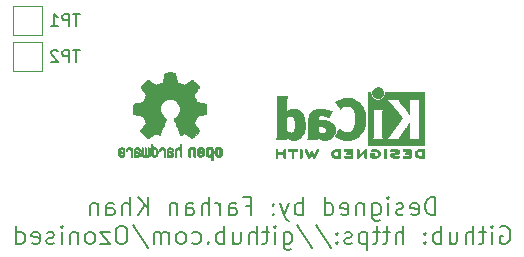
<source format=gbo>
%TF.GenerationSoftware,KiCad,Pcbnew,7.0.2-6a45011f42~172~ubuntu22.04.1*%
%TF.CreationDate,2023-04-19T21:38:03+05:30*%
%TF.ProjectId,UPS_for_router,5550535f-666f-4725-9f72-6f757465722e,2*%
%TF.SameCoordinates,Original*%
%TF.FileFunction,Legend,Bot*%
%TF.FilePolarity,Positive*%
%FSLAX46Y46*%
G04 Gerber Fmt 4.6, Leading zero omitted, Abs format (unit mm)*
G04 Created by KiCad (PCBNEW 7.0.2-6a45011f42~172~ubuntu22.04.1) date 2023-04-19 21:38:03*
%MOMM*%
%LPD*%
G01*
G04 APERTURE LIST*
G04 Aperture macros list*
%AMRoundRect*
0 Rectangle with rounded corners*
0 $1 Rounding radius*
0 $2 $3 $4 $5 $6 $7 $8 $9 X,Y pos of 4 corners*
0 Add a 4 corners polygon primitive as box body*
4,1,4,$2,$3,$4,$5,$6,$7,$8,$9,$2,$3,0*
0 Add four circle primitives for the rounded corners*
1,1,$1+$1,$2,$3*
1,1,$1+$1,$4,$5*
1,1,$1+$1,$6,$7*
1,1,$1+$1,$8,$9*
0 Add four rect primitives between the rounded corners*
20,1,$1+$1,$2,$3,$4,$5,0*
20,1,$1+$1,$4,$5,$6,$7,0*
20,1,$1+$1,$6,$7,$8,$9,0*
20,1,$1+$1,$8,$9,$2,$3,0*%
G04 Aperture macros list end*
%ADD10C,0.180000*%
%ADD11C,0.150000*%
%ADD12C,0.120000*%
%ADD13C,0.010000*%
%ADD14R,3.200000X3.200000*%
%ADD15O,3.200000X3.200000*%
%ADD16R,3.500000X3.500000*%
%ADD17RoundRect,0.750000X-0.750000X-1.000000X0.750000X-1.000000X0.750000X1.000000X-0.750000X1.000000X0*%
%ADD18RoundRect,0.875000X-0.875000X-0.875000X0.875000X-0.875000X0.875000X0.875000X-0.875000X0.875000X0*%
%ADD19RoundRect,0.750000X0.750000X1.000000X-0.750000X1.000000X-0.750000X-1.000000X0.750000X-1.000000X0*%
%ADD20RoundRect,0.875000X0.875000X0.875000X-0.875000X0.875000X-0.875000X-0.875000X0.875000X-0.875000X0*%
%ADD21R,1.600000X1.600000*%
%ADD22C,1.600000*%
%ADD23C,3.200000*%
%ADD24R,1.980000X3.960000*%
%ADD25O,1.980000X3.960000*%
%ADD26R,2.000000X2.000000*%
%ADD27C,2.000000*%
%ADD28R,3.960000X1.980000*%
%ADD29O,3.960000X1.980000*%
%ADD30RoundRect,0.650000X0.650000X-0.650000X0.650000X0.650000X-0.650000X0.650000X-0.650000X-0.650000X0*%
%ADD31C,2.600000*%
%ADD32R,1.524000X1.524000*%
%ADD33R,2.000000X1.905000*%
%ADD34O,2.000000X1.905000*%
G04 APERTURE END LIST*
D10*
X149989143Y-96506928D02*
X149989143Y-95006928D01*
X149989143Y-95006928D02*
X149632000Y-95006928D01*
X149632000Y-95006928D02*
X149417714Y-95078357D01*
X149417714Y-95078357D02*
X149274857Y-95221214D01*
X149274857Y-95221214D02*
X149203428Y-95364071D01*
X149203428Y-95364071D02*
X149132000Y-95649785D01*
X149132000Y-95649785D02*
X149132000Y-95864071D01*
X149132000Y-95864071D02*
X149203428Y-96149785D01*
X149203428Y-96149785D02*
X149274857Y-96292642D01*
X149274857Y-96292642D02*
X149417714Y-96435500D01*
X149417714Y-96435500D02*
X149632000Y-96506928D01*
X149632000Y-96506928D02*
X149989143Y-96506928D01*
X147917714Y-96435500D02*
X148060571Y-96506928D01*
X148060571Y-96506928D02*
X148346286Y-96506928D01*
X148346286Y-96506928D02*
X148489143Y-96435500D01*
X148489143Y-96435500D02*
X148560571Y-96292642D01*
X148560571Y-96292642D02*
X148560571Y-95721214D01*
X148560571Y-95721214D02*
X148489143Y-95578357D01*
X148489143Y-95578357D02*
X148346286Y-95506928D01*
X148346286Y-95506928D02*
X148060571Y-95506928D01*
X148060571Y-95506928D02*
X147917714Y-95578357D01*
X147917714Y-95578357D02*
X147846286Y-95721214D01*
X147846286Y-95721214D02*
X147846286Y-95864071D01*
X147846286Y-95864071D02*
X148560571Y-96006928D01*
X147274857Y-96435500D02*
X147132000Y-96506928D01*
X147132000Y-96506928D02*
X146846286Y-96506928D01*
X146846286Y-96506928D02*
X146703429Y-96435500D01*
X146703429Y-96435500D02*
X146632000Y-96292642D01*
X146632000Y-96292642D02*
X146632000Y-96221214D01*
X146632000Y-96221214D02*
X146703429Y-96078357D01*
X146703429Y-96078357D02*
X146846286Y-96006928D01*
X146846286Y-96006928D02*
X147060572Y-96006928D01*
X147060572Y-96006928D02*
X147203429Y-95935500D01*
X147203429Y-95935500D02*
X147274857Y-95792642D01*
X147274857Y-95792642D02*
X147274857Y-95721214D01*
X147274857Y-95721214D02*
X147203429Y-95578357D01*
X147203429Y-95578357D02*
X147060572Y-95506928D01*
X147060572Y-95506928D02*
X146846286Y-95506928D01*
X146846286Y-95506928D02*
X146703429Y-95578357D01*
X145989143Y-96506928D02*
X145989143Y-95506928D01*
X145989143Y-95006928D02*
X146060571Y-95078357D01*
X146060571Y-95078357D02*
X145989143Y-95149785D01*
X145989143Y-95149785D02*
X145917714Y-95078357D01*
X145917714Y-95078357D02*
X145989143Y-95006928D01*
X145989143Y-95006928D02*
X145989143Y-95149785D01*
X144632000Y-95506928D02*
X144632000Y-96721214D01*
X144632000Y-96721214D02*
X144703428Y-96864071D01*
X144703428Y-96864071D02*
X144774857Y-96935500D01*
X144774857Y-96935500D02*
X144917714Y-97006928D01*
X144917714Y-97006928D02*
X145132000Y-97006928D01*
X145132000Y-97006928D02*
X145274857Y-96935500D01*
X144632000Y-96435500D02*
X144774857Y-96506928D01*
X144774857Y-96506928D02*
X145060571Y-96506928D01*
X145060571Y-96506928D02*
X145203428Y-96435500D01*
X145203428Y-96435500D02*
X145274857Y-96364071D01*
X145274857Y-96364071D02*
X145346285Y-96221214D01*
X145346285Y-96221214D02*
X145346285Y-95792642D01*
X145346285Y-95792642D02*
X145274857Y-95649785D01*
X145274857Y-95649785D02*
X145203428Y-95578357D01*
X145203428Y-95578357D02*
X145060571Y-95506928D01*
X145060571Y-95506928D02*
X144774857Y-95506928D01*
X144774857Y-95506928D02*
X144632000Y-95578357D01*
X143917714Y-95506928D02*
X143917714Y-96506928D01*
X143917714Y-95649785D02*
X143846285Y-95578357D01*
X143846285Y-95578357D02*
X143703428Y-95506928D01*
X143703428Y-95506928D02*
X143489142Y-95506928D01*
X143489142Y-95506928D02*
X143346285Y-95578357D01*
X143346285Y-95578357D02*
X143274857Y-95721214D01*
X143274857Y-95721214D02*
X143274857Y-96506928D01*
X141989142Y-96435500D02*
X142131999Y-96506928D01*
X142131999Y-96506928D02*
X142417714Y-96506928D01*
X142417714Y-96506928D02*
X142560571Y-96435500D01*
X142560571Y-96435500D02*
X142631999Y-96292642D01*
X142631999Y-96292642D02*
X142631999Y-95721214D01*
X142631999Y-95721214D02*
X142560571Y-95578357D01*
X142560571Y-95578357D02*
X142417714Y-95506928D01*
X142417714Y-95506928D02*
X142131999Y-95506928D01*
X142131999Y-95506928D02*
X141989142Y-95578357D01*
X141989142Y-95578357D02*
X141917714Y-95721214D01*
X141917714Y-95721214D02*
X141917714Y-95864071D01*
X141917714Y-95864071D02*
X142631999Y-96006928D01*
X140632000Y-96506928D02*
X140632000Y-95006928D01*
X140632000Y-96435500D02*
X140774857Y-96506928D01*
X140774857Y-96506928D02*
X141060571Y-96506928D01*
X141060571Y-96506928D02*
X141203428Y-96435500D01*
X141203428Y-96435500D02*
X141274857Y-96364071D01*
X141274857Y-96364071D02*
X141346285Y-96221214D01*
X141346285Y-96221214D02*
X141346285Y-95792642D01*
X141346285Y-95792642D02*
X141274857Y-95649785D01*
X141274857Y-95649785D02*
X141203428Y-95578357D01*
X141203428Y-95578357D02*
X141060571Y-95506928D01*
X141060571Y-95506928D02*
X140774857Y-95506928D01*
X140774857Y-95506928D02*
X140632000Y-95578357D01*
X138774857Y-96506928D02*
X138774857Y-95006928D01*
X138774857Y-95578357D02*
X138632000Y-95506928D01*
X138632000Y-95506928D02*
X138346285Y-95506928D01*
X138346285Y-95506928D02*
X138203428Y-95578357D01*
X138203428Y-95578357D02*
X138132000Y-95649785D01*
X138132000Y-95649785D02*
X138060571Y-95792642D01*
X138060571Y-95792642D02*
X138060571Y-96221214D01*
X138060571Y-96221214D02*
X138132000Y-96364071D01*
X138132000Y-96364071D02*
X138203428Y-96435500D01*
X138203428Y-96435500D02*
X138346285Y-96506928D01*
X138346285Y-96506928D02*
X138632000Y-96506928D01*
X138632000Y-96506928D02*
X138774857Y-96435500D01*
X137560571Y-95506928D02*
X137203428Y-96506928D01*
X136846285Y-95506928D02*
X137203428Y-96506928D01*
X137203428Y-96506928D02*
X137346285Y-96864071D01*
X137346285Y-96864071D02*
X137417714Y-96935500D01*
X137417714Y-96935500D02*
X137560571Y-97006928D01*
X136274857Y-96364071D02*
X136203428Y-96435500D01*
X136203428Y-96435500D02*
X136274857Y-96506928D01*
X136274857Y-96506928D02*
X136346285Y-96435500D01*
X136346285Y-96435500D02*
X136274857Y-96364071D01*
X136274857Y-96364071D02*
X136274857Y-96506928D01*
X136274857Y-95578357D02*
X136203428Y-95649785D01*
X136203428Y-95649785D02*
X136274857Y-95721214D01*
X136274857Y-95721214D02*
X136346285Y-95649785D01*
X136346285Y-95649785D02*
X136274857Y-95578357D01*
X136274857Y-95578357D02*
X136274857Y-95721214D01*
X133917714Y-95721214D02*
X134417714Y-95721214D01*
X134417714Y-96506928D02*
X134417714Y-95006928D01*
X134417714Y-95006928D02*
X133703428Y-95006928D01*
X132489143Y-96506928D02*
X132489143Y-95721214D01*
X132489143Y-95721214D02*
X132560571Y-95578357D01*
X132560571Y-95578357D02*
X132703428Y-95506928D01*
X132703428Y-95506928D02*
X132989143Y-95506928D01*
X132989143Y-95506928D02*
X133132000Y-95578357D01*
X132489143Y-96435500D02*
X132632000Y-96506928D01*
X132632000Y-96506928D02*
X132989143Y-96506928D01*
X132989143Y-96506928D02*
X133132000Y-96435500D01*
X133132000Y-96435500D02*
X133203428Y-96292642D01*
X133203428Y-96292642D02*
X133203428Y-96149785D01*
X133203428Y-96149785D02*
X133132000Y-96006928D01*
X133132000Y-96006928D02*
X132989143Y-95935500D01*
X132989143Y-95935500D02*
X132632000Y-95935500D01*
X132632000Y-95935500D02*
X132489143Y-95864071D01*
X131774857Y-96506928D02*
X131774857Y-95506928D01*
X131774857Y-95792642D02*
X131703428Y-95649785D01*
X131703428Y-95649785D02*
X131632000Y-95578357D01*
X131632000Y-95578357D02*
X131489142Y-95506928D01*
X131489142Y-95506928D02*
X131346285Y-95506928D01*
X130846286Y-96506928D02*
X130846286Y-95006928D01*
X130203429Y-96506928D02*
X130203429Y-95721214D01*
X130203429Y-95721214D02*
X130274857Y-95578357D01*
X130274857Y-95578357D02*
X130417714Y-95506928D01*
X130417714Y-95506928D02*
X130632000Y-95506928D01*
X130632000Y-95506928D02*
X130774857Y-95578357D01*
X130774857Y-95578357D02*
X130846286Y-95649785D01*
X128846286Y-96506928D02*
X128846286Y-95721214D01*
X128846286Y-95721214D02*
X128917714Y-95578357D01*
X128917714Y-95578357D02*
X129060571Y-95506928D01*
X129060571Y-95506928D02*
X129346286Y-95506928D01*
X129346286Y-95506928D02*
X129489143Y-95578357D01*
X128846286Y-96435500D02*
X128989143Y-96506928D01*
X128989143Y-96506928D02*
X129346286Y-96506928D01*
X129346286Y-96506928D02*
X129489143Y-96435500D01*
X129489143Y-96435500D02*
X129560571Y-96292642D01*
X129560571Y-96292642D02*
X129560571Y-96149785D01*
X129560571Y-96149785D02*
X129489143Y-96006928D01*
X129489143Y-96006928D02*
X129346286Y-95935500D01*
X129346286Y-95935500D02*
X128989143Y-95935500D01*
X128989143Y-95935500D02*
X128846286Y-95864071D01*
X128132000Y-95506928D02*
X128132000Y-96506928D01*
X128132000Y-95649785D02*
X128060571Y-95578357D01*
X128060571Y-95578357D02*
X127917714Y-95506928D01*
X127917714Y-95506928D02*
X127703428Y-95506928D01*
X127703428Y-95506928D02*
X127560571Y-95578357D01*
X127560571Y-95578357D02*
X127489143Y-95721214D01*
X127489143Y-95721214D02*
X127489143Y-96506928D01*
X125632000Y-96506928D02*
X125632000Y-95006928D01*
X124774857Y-96506928D02*
X125417714Y-95649785D01*
X124774857Y-95006928D02*
X125632000Y-95864071D01*
X124132000Y-96506928D02*
X124132000Y-95006928D01*
X123489143Y-96506928D02*
X123489143Y-95721214D01*
X123489143Y-95721214D02*
X123560571Y-95578357D01*
X123560571Y-95578357D02*
X123703428Y-95506928D01*
X123703428Y-95506928D02*
X123917714Y-95506928D01*
X123917714Y-95506928D02*
X124060571Y-95578357D01*
X124060571Y-95578357D02*
X124132000Y-95649785D01*
X122132000Y-96506928D02*
X122132000Y-95721214D01*
X122132000Y-95721214D02*
X122203428Y-95578357D01*
X122203428Y-95578357D02*
X122346285Y-95506928D01*
X122346285Y-95506928D02*
X122632000Y-95506928D01*
X122632000Y-95506928D02*
X122774857Y-95578357D01*
X122132000Y-96435500D02*
X122274857Y-96506928D01*
X122274857Y-96506928D02*
X122632000Y-96506928D01*
X122632000Y-96506928D02*
X122774857Y-96435500D01*
X122774857Y-96435500D02*
X122846285Y-96292642D01*
X122846285Y-96292642D02*
X122846285Y-96149785D01*
X122846285Y-96149785D02*
X122774857Y-96006928D01*
X122774857Y-96006928D02*
X122632000Y-95935500D01*
X122632000Y-95935500D02*
X122274857Y-95935500D01*
X122274857Y-95935500D02*
X122132000Y-95864071D01*
X121417714Y-95506928D02*
X121417714Y-96506928D01*
X121417714Y-95649785D02*
X121346285Y-95578357D01*
X121346285Y-95578357D02*
X121203428Y-95506928D01*
X121203428Y-95506928D02*
X120989142Y-95506928D01*
X120989142Y-95506928D02*
X120846285Y-95578357D01*
X120846285Y-95578357D02*
X120774857Y-95721214D01*
X120774857Y-95721214D02*
X120774857Y-96506928D01*
X155489145Y-97508357D02*
X155632003Y-97436928D01*
X155632003Y-97436928D02*
X155846288Y-97436928D01*
X155846288Y-97436928D02*
X156060574Y-97508357D01*
X156060574Y-97508357D02*
X156203431Y-97651214D01*
X156203431Y-97651214D02*
X156274860Y-97794071D01*
X156274860Y-97794071D02*
X156346288Y-98079785D01*
X156346288Y-98079785D02*
X156346288Y-98294071D01*
X156346288Y-98294071D02*
X156274860Y-98579785D01*
X156274860Y-98579785D02*
X156203431Y-98722642D01*
X156203431Y-98722642D02*
X156060574Y-98865500D01*
X156060574Y-98865500D02*
X155846288Y-98936928D01*
X155846288Y-98936928D02*
X155703431Y-98936928D01*
X155703431Y-98936928D02*
X155489145Y-98865500D01*
X155489145Y-98865500D02*
X155417717Y-98794071D01*
X155417717Y-98794071D02*
X155417717Y-98294071D01*
X155417717Y-98294071D02*
X155703431Y-98294071D01*
X154774860Y-98936928D02*
X154774860Y-97936928D01*
X154774860Y-97436928D02*
X154846288Y-97508357D01*
X154846288Y-97508357D02*
X154774860Y-97579785D01*
X154774860Y-97579785D02*
X154703431Y-97508357D01*
X154703431Y-97508357D02*
X154774860Y-97436928D01*
X154774860Y-97436928D02*
X154774860Y-97579785D01*
X154274859Y-97936928D02*
X153703431Y-97936928D01*
X154060574Y-97436928D02*
X154060574Y-98722642D01*
X154060574Y-98722642D02*
X153989145Y-98865500D01*
X153989145Y-98865500D02*
X153846288Y-98936928D01*
X153846288Y-98936928D02*
X153703431Y-98936928D01*
X153203431Y-98936928D02*
X153203431Y-97436928D01*
X152560574Y-98936928D02*
X152560574Y-98151214D01*
X152560574Y-98151214D02*
X152632002Y-98008357D01*
X152632002Y-98008357D02*
X152774859Y-97936928D01*
X152774859Y-97936928D02*
X152989145Y-97936928D01*
X152989145Y-97936928D02*
X153132002Y-98008357D01*
X153132002Y-98008357D02*
X153203431Y-98079785D01*
X151203431Y-97936928D02*
X151203431Y-98936928D01*
X151846288Y-97936928D02*
X151846288Y-98722642D01*
X151846288Y-98722642D02*
X151774859Y-98865500D01*
X151774859Y-98865500D02*
X151632002Y-98936928D01*
X151632002Y-98936928D02*
X151417716Y-98936928D01*
X151417716Y-98936928D02*
X151274859Y-98865500D01*
X151274859Y-98865500D02*
X151203431Y-98794071D01*
X150489145Y-98936928D02*
X150489145Y-97436928D01*
X150489145Y-98008357D02*
X150346288Y-97936928D01*
X150346288Y-97936928D02*
X150060573Y-97936928D01*
X150060573Y-97936928D02*
X149917716Y-98008357D01*
X149917716Y-98008357D02*
X149846288Y-98079785D01*
X149846288Y-98079785D02*
X149774859Y-98222642D01*
X149774859Y-98222642D02*
X149774859Y-98651214D01*
X149774859Y-98651214D02*
X149846288Y-98794071D01*
X149846288Y-98794071D02*
X149917716Y-98865500D01*
X149917716Y-98865500D02*
X150060573Y-98936928D01*
X150060573Y-98936928D02*
X150346288Y-98936928D01*
X150346288Y-98936928D02*
X150489145Y-98865500D01*
X149132002Y-98794071D02*
X149060573Y-98865500D01*
X149060573Y-98865500D02*
X149132002Y-98936928D01*
X149132002Y-98936928D02*
X149203430Y-98865500D01*
X149203430Y-98865500D02*
X149132002Y-98794071D01*
X149132002Y-98794071D02*
X149132002Y-98936928D01*
X149132002Y-98008357D02*
X149060573Y-98079785D01*
X149060573Y-98079785D02*
X149132002Y-98151214D01*
X149132002Y-98151214D02*
X149203430Y-98079785D01*
X149203430Y-98079785D02*
X149132002Y-98008357D01*
X149132002Y-98008357D02*
X149132002Y-98151214D01*
X147274859Y-98936928D02*
X147274859Y-97436928D01*
X146632002Y-98936928D02*
X146632002Y-98151214D01*
X146632002Y-98151214D02*
X146703430Y-98008357D01*
X146703430Y-98008357D02*
X146846287Y-97936928D01*
X146846287Y-97936928D02*
X147060573Y-97936928D01*
X147060573Y-97936928D02*
X147203430Y-98008357D01*
X147203430Y-98008357D02*
X147274859Y-98079785D01*
X146132001Y-97936928D02*
X145560573Y-97936928D01*
X145917716Y-97436928D02*
X145917716Y-98722642D01*
X145917716Y-98722642D02*
X145846287Y-98865500D01*
X145846287Y-98865500D02*
X145703430Y-98936928D01*
X145703430Y-98936928D02*
X145560573Y-98936928D01*
X145274858Y-97936928D02*
X144703430Y-97936928D01*
X145060573Y-97436928D02*
X145060573Y-98722642D01*
X145060573Y-98722642D02*
X144989144Y-98865500D01*
X144989144Y-98865500D02*
X144846287Y-98936928D01*
X144846287Y-98936928D02*
X144703430Y-98936928D01*
X144203430Y-97936928D02*
X144203430Y-99436928D01*
X144203430Y-98008357D02*
X144060573Y-97936928D01*
X144060573Y-97936928D02*
X143774858Y-97936928D01*
X143774858Y-97936928D02*
X143632001Y-98008357D01*
X143632001Y-98008357D02*
X143560573Y-98079785D01*
X143560573Y-98079785D02*
X143489144Y-98222642D01*
X143489144Y-98222642D02*
X143489144Y-98651214D01*
X143489144Y-98651214D02*
X143560573Y-98794071D01*
X143560573Y-98794071D02*
X143632001Y-98865500D01*
X143632001Y-98865500D02*
X143774858Y-98936928D01*
X143774858Y-98936928D02*
X144060573Y-98936928D01*
X144060573Y-98936928D02*
X144203430Y-98865500D01*
X142917715Y-98865500D02*
X142774858Y-98936928D01*
X142774858Y-98936928D02*
X142489144Y-98936928D01*
X142489144Y-98936928D02*
X142346287Y-98865500D01*
X142346287Y-98865500D02*
X142274858Y-98722642D01*
X142274858Y-98722642D02*
X142274858Y-98651214D01*
X142274858Y-98651214D02*
X142346287Y-98508357D01*
X142346287Y-98508357D02*
X142489144Y-98436928D01*
X142489144Y-98436928D02*
X142703430Y-98436928D01*
X142703430Y-98436928D02*
X142846287Y-98365500D01*
X142846287Y-98365500D02*
X142917715Y-98222642D01*
X142917715Y-98222642D02*
X142917715Y-98151214D01*
X142917715Y-98151214D02*
X142846287Y-98008357D01*
X142846287Y-98008357D02*
X142703430Y-97936928D01*
X142703430Y-97936928D02*
X142489144Y-97936928D01*
X142489144Y-97936928D02*
X142346287Y-98008357D01*
X141632001Y-98794071D02*
X141560572Y-98865500D01*
X141560572Y-98865500D02*
X141632001Y-98936928D01*
X141632001Y-98936928D02*
X141703429Y-98865500D01*
X141703429Y-98865500D02*
X141632001Y-98794071D01*
X141632001Y-98794071D02*
X141632001Y-98936928D01*
X141632001Y-98008357D02*
X141560572Y-98079785D01*
X141560572Y-98079785D02*
X141632001Y-98151214D01*
X141632001Y-98151214D02*
X141703429Y-98079785D01*
X141703429Y-98079785D02*
X141632001Y-98008357D01*
X141632001Y-98008357D02*
X141632001Y-98151214D01*
X139846286Y-97365500D02*
X141132000Y-99294071D01*
X138274857Y-97365500D02*
X139560571Y-99294071D01*
X137132000Y-97936928D02*
X137132000Y-99151214D01*
X137132000Y-99151214D02*
X137203428Y-99294071D01*
X137203428Y-99294071D02*
X137274857Y-99365500D01*
X137274857Y-99365500D02*
X137417714Y-99436928D01*
X137417714Y-99436928D02*
X137632000Y-99436928D01*
X137632000Y-99436928D02*
X137774857Y-99365500D01*
X137132000Y-98865500D02*
X137274857Y-98936928D01*
X137274857Y-98936928D02*
X137560571Y-98936928D01*
X137560571Y-98936928D02*
X137703428Y-98865500D01*
X137703428Y-98865500D02*
X137774857Y-98794071D01*
X137774857Y-98794071D02*
X137846285Y-98651214D01*
X137846285Y-98651214D02*
X137846285Y-98222642D01*
X137846285Y-98222642D02*
X137774857Y-98079785D01*
X137774857Y-98079785D02*
X137703428Y-98008357D01*
X137703428Y-98008357D02*
X137560571Y-97936928D01*
X137560571Y-97936928D02*
X137274857Y-97936928D01*
X137274857Y-97936928D02*
X137132000Y-98008357D01*
X136417714Y-98936928D02*
X136417714Y-97936928D01*
X136417714Y-97436928D02*
X136489142Y-97508357D01*
X136489142Y-97508357D02*
X136417714Y-97579785D01*
X136417714Y-97579785D02*
X136346285Y-97508357D01*
X136346285Y-97508357D02*
X136417714Y-97436928D01*
X136417714Y-97436928D02*
X136417714Y-97579785D01*
X135917713Y-97936928D02*
X135346285Y-97936928D01*
X135703428Y-97436928D02*
X135703428Y-98722642D01*
X135703428Y-98722642D02*
X135631999Y-98865500D01*
X135631999Y-98865500D02*
X135489142Y-98936928D01*
X135489142Y-98936928D02*
X135346285Y-98936928D01*
X134846285Y-98936928D02*
X134846285Y-97436928D01*
X134203428Y-98936928D02*
X134203428Y-98151214D01*
X134203428Y-98151214D02*
X134274856Y-98008357D01*
X134274856Y-98008357D02*
X134417713Y-97936928D01*
X134417713Y-97936928D02*
X134631999Y-97936928D01*
X134631999Y-97936928D02*
X134774856Y-98008357D01*
X134774856Y-98008357D02*
X134846285Y-98079785D01*
X132846285Y-97936928D02*
X132846285Y-98936928D01*
X133489142Y-97936928D02*
X133489142Y-98722642D01*
X133489142Y-98722642D02*
X133417713Y-98865500D01*
X133417713Y-98865500D02*
X133274856Y-98936928D01*
X133274856Y-98936928D02*
X133060570Y-98936928D01*
X133060570Y-98936928D02*
X132917713Y-98865500D01*
X132917713Y-98865500D02*
X132846285Y-98794071D01*
X132131999Y-98936928D02*
X132131999Y-97436928D01*
X132131999Y-98008357D02*
X131989142Y-97936928D01*
X131989142Y-97936928D02*
X131703427Y-97936928D01*
X131703427Y-97936928D02*
X131560570Y-98008357D01*
X131560570Y-98008357D02*
X131489142Y-98079785D01*
X131489142Y-98079785D02*
X131417713Y-98222642D01*
X131417713Y-98222642D02*
X131417713Y-98651214D01*
X131417713Y-98651214D02*
X131489142Y-98794071D01*
X131489142Y-98794071D02*
X131560570Y-98865500D01*
X131560570Y-98865500D02*
X131703427Y-98936928D01*
X131703427Y-98936928D02*
X131989142Y-98936928D01*
X131989142Y-98936928D02*
X132131999Y-98865500D01*
X130774856Y-98794071D02*
X130703427Y-98865500D01*
X130703427Y-98865500D02*
X130774856Y-98936928D01*
X130774856Y-98936928D02*
X130846284Y-98865500D01*
X130846284Y-98865500D02*
X130774856Y-98794071D01*
X130774856Y-98794071D02*
X130774856Y-98936928D01*
X129417713Y-98865500D02*
X129560570Y-98936928D01*
X129560570Y-98936928D02*
X129846284Y-98936928D01*
X129846284Y-98936928D02*
X129989141Y-98865500D01*
X129989141Y-98865500D02*
X130060570Y-98794071D01*
X130060570Y-98794071D02*
X130131998Y-98651214D01*
X130131998Y-98651214D02*
X130131998Y-98222642D01*
X130131998Y-98222642D02*
X130060570Y-98079785D01*
X130060570Y-98079785D02*
X129989141Y-98008357D01*
X129989141Y-98008357D02*
X129846284Y-97936928D01*
X129846284Y-97936928D02*
X129560570Y-97936928D01*
X129560570Y-97936928D02*
X129417713Y-98008357D01*
X128560570Y-98936928D02*
X128703427Y-98865500D01*
X128703427Y-98865500D02*
X128774856Y-98794071D01*
X128774856Y-98794071D02*
X128846284Y-98651214D01*
X128846284Y-98651214D02*
X128846284Y-98222642D01*
X128846284Y-98222642D02*
X128774856Y-98079785D01*
X128774856Y-98079785D02*
X128703427Y-98008357D01*
X128703427Y-98008357D02*
X128560570Y-97936928D01*
X128560570Y-97936928D02*
X128346284Y-97936928D01*
X128346284Y-97936928D02*
X128203427Y-98008357D01*
X128203427Y-98008357D02*
X128131999Y-98079785D01*
X128131999Y-98079785D02*
X128060570Y-98222642D01*
X128060570Y-98222642D02*
X128060570Y-98651214D01*
X128060570Y-98651214D02*
X128131999Y-98794071D01*
X128131999Y-98794071D02*
X128203427Y-98865500D01*
X128203427Y-98865500D02*
X128346284Y-98936928D01*
X128346284Y-98936928D02*
X128560570Y-98936928D01*
X127417713Y-98936928D02*
X127417713Y-97936928D01*
X127417713Y-98079785D02*
X127346284Y-98008357D01*
X127346284Y-98008357D02*
X127203427Y-97936928D01*
X127203427Y-97936928D02*
X126989141Y-97936928D01*
X126989141Y-97936928D02*
X126846284Y-98008357D01*
X126846284Y-98008357D02*
X126774856Y-98151214D01*
X126774856Y-98151214D02*
X126774856Y-98936928D01*
X126774856Y-98151214D02*
X126703427Y-98008357D01*
X126703427Y-98008357D02*
X126560570Y-97936928D01*
X126560570Y-97936928D02*
X126346284Y-97936928D01*
X126346284Y-97936928D02*
X126203427Y-98008357D01*
X126203427Y-98008357D02*
X126131998Y-98151214D01*
X126131998Y-98151214D02*
X126131998Y-98936928D01*
X124346284Y-97365500D02*
X125631998Y-99294071D01*
X123560569Y-97436928D02*
X123274855Y-97436928D01*
X123274855Y-97436928D02*
X123131998Y-97508357D01*
X123131998Y-97508357D02*
X122989141Y-97651214D01*
X122989141Y-97651214D02*
X122917712Y-97936928D01*
X122917712Y-97936928D02*
X122917712Y-98436928D01*
X122917712Y-98436928D02*
X122989141Y-98722642D01*
X122989141Y-98722642D02*
X123131998Y-98865500D01*
X123131998Y-98865500D02*
X123274855Y-98936928D01*
X123274855Y-98936928D02*
X123560569Y-98936928D01*
X123560569Y-98936928D02*
X123703427Y-98865500D01*
X123703427Y-98865500D02*
X123846284Y-98722642D01*
X123846284Y-98722642D02*
X123917712Y-98436928D01*
X123917712Y-98436928D02*
X123917712Y-97936928D01*
X123917712Y-97936928D02*
X123846284Y-97651214D01*
X123846284Y-97651214D02*
X123703427Y-97508357D01*
X123703427Y-97508357D02*
X123560569Y-97436928D01*
X122417712Y-97936928D02*
X121631998Y-97936928D01*
X121631998Y-97936928D02*
X122417712Y-98936928D01*
X122417712Y-98936928D02*
X121631998Y-98936928D01*
X120846283Y-98936928D02*
X120989140Y-98865500D01*
X120989140Y-98865500D02*
X121060569Y-98794071D01*
X121060569Y-98794071D02*
X121131997Y-98651214D01*
X121131997Y-98651214D02*
X121131997Y-98222642D01*
X121131997Y-98222642D02*
X121060569Y-98079785D01*
X121060569Y-98079785D02*
X120989140Y-98008357D01*
X120989140Y-98008357D02*
X120846283Y-97936928D01*
X120846283Y-97936928D02*
X120631997Y-97936928D01*
X120631997Y-97936928D02*
X120489140Y-98008357D01*
X120489140Y-98008357D02*
X120417712Y-98079785D01*
X120417712Y-98079785D02*
X120346283Y-98222642D01*
X120346283Y-98222642D02*
X120346283Y-98651214D01*
X120346283Y-98651214D02*
X120417712Y-98794071D01*
X120417712Y-98794071D02*
X120489140Y-98865500D01*
X120489140Y-98865500D02*
X120631997Y-98936928D01*
X120631997Y-98936928D02*
X120846283Y-98936928D01*
X119703426Y-97936928D02*
X119703426Y-98936928D01*
X119703426Y-98079785D02*
X119631997Y-98008357D01*
X119631997Y-98008357D02*
X119489140Y-97936928D01*
X119489140Y-97936928D02*
X119274854Y-97936928D01*
X119274854Y-97936928D02*
X119131997Y-98008357D01*
X119131997Y-98008357D02*
X119060569Y-98151214D01*
X119060569Y-98151214D02*
X119060569Y-98936928D01*
X118346283Y-98936928D02*
X118346283Y-97936928D01*
X118346283Y-97436928D02*
X118417711Y-97508357D01*
X118417711Y-97508357D02*
X118346283Y-97579785D01*
X118346283Y-97579785D02*
X118274854Y-97508357D01*
X118274854Y-97508357D02*
X118346283Y-97436928D01*
X118346283Y-97436928D02*
X118346283Y-97579785D01*
X117703425Y-98865500D02*
X117560568Y-98936928D01*
X117560568Y-98936928D02*
X117274854Y-98936928D01*
X117274854Y-98936928D02*
X117131997Y-98865500D01*
X117131997Y-98865500D02*
X117060568Y-98722642D01*
X117060568Y-98722642D02*
X117060568Y-98651214D01*
X117060568Y-98651214D02*
X117131997Y-98508357D01*
X117131997Y-98508357D02*
X117274854Y-98436928D01*
X117274854Y-98436928D02*
X117489140Y-98436928D01*
X117489140Y-98436928D02*
X117631997Y-98365500D01*
X117631997Y-98365500D02*
X117703425Y-98222642D01*
X117703425Y-98222642D02*
X117703425Y-98151214D01*
X117703425Y-98151214D02*
X117631997Y-98008357D01*
X117631997Y-98008357D02*
X117489140Y-97936928D01*
X117489140Y-97936928D02*
X117274854Y-97936928D01*
X117274854Y-97936928D02*
X117131997Y-98008357D01*
X115846282Y-98865500D02*
X115989139Y-98936928D01*
X115989139Y-98936928D02*
X116274854Y-98936928D01*
X116274854Y-98936928D02*
X116417711Y-98865500D01*
X116417711Y-98865500D02*
X116489139Y-98722642D01*
X116489139Y-98722642D02*
X116489139Y-98151214D01*
X116489139Y-98151214D02*
X116417711Y-98008357D01*
X116417711Y-98008357D02*
X116274854Y-97936928D01*
X116274854Y-97936928D02*
X115989139Y-97936928D01*
X115989139Y-97936928D02*
X115846282Y-98008357D01*
X115846282Y-98008357D02*
X115774854Y-98151214D01*
X115774854Y-98151214D02*
X115774854Y-98294071D01*
X115774854Y-98294071D02*
X116489139Y-98436928D01*
X114489140Y-98936928D02*
X114489140Y-97436928D01*
X114489140Y-98865500D02*
X114631997Y-98936928D01*
X114631997Y-98936928D02*
X114917711Y-98936928D01*
X114917711Y-98936928D02*
X115060568Y-98865500D01*
X115060568Y-98865500D02*
X115131997Y-98794071D01*
X115131997Y-98794071D02*
X115203425Y-98651214D01*
X115203425Y-98651214D02*
X115203425Y-98222642D01*
X115203425Y-98222642D02*
X115131997Y-98079785D01*
X115131997Y-98079785D02*
X115060568Y-98008357D01*
X115060568Y-98008357D02*
X114917711Y-97936928D01*
X114917711Y-97936928D02*
X114631997Y-97936928D01*
X114631997Y-97936928D02*
X114489140Y-98008357D01*
D11*
X119879904Y-82520619D02*
X119308476Y-82520619D01*
X119594190Y-83520619D02*
X119594190Y-82520619D01*
X118975142Y-83520619D02*
X118975142Y-82520619D01*
X118975142Y-82520619D02*
X118594190Y-82520619D01*
X118594190Y-82520619D02*
X118498952Y-82568238D01*
X118498952Y-82568238D02*
X118451333Y-82615857D01*
X118451333Y-82615857D02*
X118403714Y-82711095D01*
X118403714Y-82711095D02*
X118403714Y-82853952D01*
X118403714Y-82853952D02*
X118451333Y-82949190D01*
X118451333Y-82949190D02*
X118498952Y-82996809D01*
X118498952Y-82996809D02*
X118594190Y-83044428D01*
X118594190Y-83044428D02*
X118975142Y-83044428D01*
X118022761Y-82615857D02*
X117975142Y-82568238D01*
X117975142Y-82568238D02*
X117879904Y-82520619D01*
X117879904Y-82520619D02*
X117641809Y-82520619D01*
X117641809Y-82520619D02*
X117546571Y-82568238D01*
X117546571Y-82568238D02*
X117498952Y-82615857D01*
X117498952Y-82615857D02*
X117451333Y-82711095D01*
X117451333Y-82711095D02*
X117451333Y-82806333D01*
X117451333Y-82806333D02*
X117498952Y-82949190D01*
X117498952Y-82949190D02*
X118070380Y-83520619D01*
X118070380Y-83520619D02*
X117451333Y-83520619D01*
X119879904Y-79472619D02*
X119308476Y-79472619D01*
X119594190Y-80472619D02*
X119594190Y-79472619D01*
X118975142Y-80472619D02*
X118975142Y-79472619D01*
X118975142Y-79472619D02*
X118594190Y-79472619D01*
X118594190Y-79472619D02*
X118498952Y-79520238D01*
X118498952Y-79520238D02*
X118451333Y-79567857D01*
X118451333Y-79567857D02*
X118403714Y-79663095D01*
X118403714Y-79663095D02*
X118403714Y-79805952D01*
X118403714Y-79805952D02*
X118451333Y-79901190D01*
X118451333Y-79901190D02*
X118498952Y-79948809D01*
X118498952Y-79948809D02*
X118594190Y-79996428D01*
X118594190Y-79996428D02*
X118975142Y-79996428D01*
X117451333Y-80472619D02*
X118022761Y-80472619D01*
X117737047Y-80472619D02*
X117737047Y-79472619D01*
X117737047Y-79472619D02*
X117832285Y-79615476D01*
X117832285Y-79615476D02*
X117927523Y-79710714D01*
X117927523Y-79710714D02*
X118022761Y-79758333D01*
D12*
X116643000Y-84258000D02*
X116643000Y-81858000D01*
X116643000Y-81858000D02*
X114243000Y-81858000D01*
X114243000Y-84258000D02*
X116643000Y-84258000D01*
X114243000Y-81858000D02*
X114243000Y-84258000D01*
D13*
X124119501Y-90764476D02*
X124200167Y-90794440D01*
X124233714Y-90816954D01*
X124267687Y-90849212D01*
X124291919Y-90890246D01*
X124308001Y-90946108D01*
X124317521Y-91022851D01*
X124322068Y-91126525D01*
X124323231Y-91263184D01*
X124323003Y-91333805D01*
X124321860Y-91430308D01*
X124319919Y-91507323D01*
X124317365Y-91558319D01*
X124314381Y-91576769D01*
X124294962Y-91570667D01*
X124255766Y-91554095D01*
X124254589Y-91553558D01*
X124234235Y-91542903D01*
X124220546Y-91528282D01*
X124212199Y-91502673D01*
X124207874Y-91459054D01*
X124206248Y-91390403D01*
X124206000Y-91289698D01*
X124205500Y-91225813D01*
X124200164Y-91105751D01*
X124187945Y-91017809D01*
X124167552Y-90957375D01*
X124137695Y-90919836D01*
X124097082Y-90900581D01*
X124091448Y-90899239D01*
X124015378Y-90898191D01*
X123956052Y-90932271D01*
X123915077Y-91000598D01*
X123907770Y-91020351D01*
X123891114Y-91064066D01*
X123882679Y-91084155D01*
X123865356Y-91081387D01*
X123827525Y-91066365D01*
X123792240Y-91041556D01*
X123776154Y-90994670D01*
X123780952Y-90961087D01*
X123810431Y-90892967D01*
X123858098Y-90829134D01*
X123913839Y-90784988D01*
X123937193Y-90774782D01*
X124025619Y-90757718D01*
X124119501Y-90764476D01*
G36*
X124119501Y-90764476D02*
G01*
X124200167Y-90794440D01*
X124233714Y-90816954D01*
X124267687Y-90849212D01*
X124291919Y-90890246D01*
X124308001Y-90946108D01*
X124317521Y-91022851D01*
X124322068Y-91126525D01*
X124323231Y-91263184D01*
X124323003Y-91333805D01*
X124321860Y-91430308D01*
X124319919Y-91507323D01*
X124317365Y-91558319D01*
X124314381Y-91576769D01*
X124294962Y-91570667D01*
X124255766Y-91554095D01*
X124254589Y-91553558D01*
X124234235Y-91542903D01*
X124220546Y-91528282D01*
X124212199Y-91502673D01*
X124207874Y-91459054D01*
X124206248Y-91390403D01*
X124206000Y-91289698D01*
X124205500Y-91225813D01*
X124200164Y-91105751D01*
X124187945Y-91017809D01*
X124167552Y-90957375D01*
X124137695Y-90919836D01*
X124097082Y-90900581D01*
X124091448Y-90899239D01*
X124015378Y-90898191D01*
X123956052Y-90932271D01*
X123915077Y-91000598D01*
X123907770Y-91020351D01*
X123891114Y-91064066D01*
X123882679Y-91084155D01*
X123865356Y-91081387D01*
X123827525Y-91066365D01*
X123792240Y-91041556D01*
X123776154Y-90994670D01*
X123780952Y-90961087D01*
X123810431Y-90892967D01*
X123858098Y-90829134D01*
X123913839Y-90784988D01*
X123937193Y-90774782D01*
X124025619Y-90757718D01*
X124119501Y-90764476D01*
G37*
X129434372Y-90719684D02*
X129525629Y-90762569D01*
X129600416Y-90836729D01*
X129615917Y-90859944D01*
X129628774Y-90886256D01*
X129637893Y-90919420D01*
X129644102Y-90965881D01*
X129648233Y-91032082D01*
X129651116Y-91124468D01*
X129653579Y-91249485D01*
X129659697Y-91596278D01*
X129608303Y-91576738D01*
X129561246Y-91558787D01*
X129526015Y-91541511D01*
X129503017Y-91519242D01*
X129489655Y-91485165D01*
X129483328Y-91432463D01*
X129481437Y-91354323D01*
X129481385Y-91243928D01*
X129481117Y-91155935D01*
X129479521Y-91071502D01*
X129475712Y-91013834D01*
X129468820Y-90975988D01*
X129457975Y-90951024D01*
X129442308Y-90932000D01*
X129403792Y-90905153D01*
X129339091Y-90895034D01*
X129275081Y-90920606D01*
X129270856Y-90923880D01*
X129257689Y-90939007D01*
X129247975Y-90963268D01*
X129240903Y-91002650D01*
X129235656Y-91063141D01*
X129231421Y-91150729D01*
X129227385Y-91271402D01*
X129217615Y-91594515D01*
X129051539Y-91520065D01*
X129051539Y-91225062D01*
X129051883Y-91144919D01*
X129054847Y-91033431D01*
X129062351Y-90950421D01*
X129076190Y-90889199D01*
X129098155Y-90843075D01*
X129130039Y-90805358D01*
X129173633Y-90769358D01*
X129236336Y-90733089D01*
X129335117Y-90709412D01*
X129434372Y-90719684D01*
G36*
X129434372Y-90719684D02*
G01*
X129525629Y-90762569D01*
X129600416Y-90836729D01*
X129615917Y-90859944D01*
X129628774Y-90886256D01*
X129637893Y-90919420D01*
X129644102Y-90965881D01*
X129648233Y-91032082D01*
X129651116Y-91124468D01*
X129653579Y-91249485D01*
X129659697Y-91596278D01*
X129608303Y-91576738D01*
X129561246Y-91558787D01*
X129526015Y-91541511D01*
X129503017Y-91519242D01*
X129489655Y-91485165D01*
X129483328Y-91432463D01*
X129481437Y-91354323D01*
X129481385Y-91243928D01*
X129481117Y-91155935D01*
X129479521Y-91071502D01*
X129475712Y-91013834D01*
X129468820Y-90975988D01*
X129457975Y-90951024D01*
X129442308Y-90932000D01*
X129403792Y-90905153D01*
X129339091Y-90895034D01*
X129275081Y-90920606D01*
X129270856Y-90923880D01*
X129257689Y-90939007D01*
X129247975Y-90963268D01*
X129240903Y-91002650D01*
X129235656Y-91063141D01*
X129231421Y-91150729D01*
X129227385Y-91271402D01*
X129217615Y-91594515D01*
X129051539Y-91520065D01*
X129051539Y-91225062D01*
X129051883Y-91144919D01*
X129054847Y-91033431D01*
X129062351Y-90950421D01*
X129076190Y-90889199D01*
X129098155Y-90843075D01*
X129130039Y-90805358D01*
X129173633Y-90769358D01*
X129236336Y-90733089D01*
X129335117Y-90709412D01*
X129434372Y-90719684D01*
G37*
X126979892Y-90785167D02*
X126986060Y-90788581D01*
X127036447Y-90827692D01*
X127081498Y-90877975D01*
X127089355Y-90889339D01*
X127104376Y-90915860D01*
X127115107Y-90947336D01*
X127122486Y-90990591D01*
X127127452Y-91052449D01*
X127130942Y-91139733D01*
X127133893Y-91259269D01*
X127134311Y-91279478D01*
X127135654Y-91410499D01*
X127133761Y-91503296D01*
X127128605Y-91558507D01*
X127120158Y-91576769D01*
X127094594Y-91571301D01*
X127051166Y-91554733D01*
X127040940Y-91549888D01*
X127024967Y-91538920D01*
X127013954Y-91520890D01*
X127006750Y-91489396D01*
X127002208Y-91438036D01*
X126999180Y-91360410D01*
X126996516Y-91250115D01*
X126995785Y-91217875D01*
X126992965Y-91116050D01*
X126989304Y-91044788D01*
X126983694Y-90997332D01*
X126975029Y-90966925D01*
X126962202Y-90946810D01*
X126944105Y-90930229D01*
X126890525Y-90901161D01*
X126824612Y-90895564D01*
X126765635Y-90917807D01*
X126723203Y-90963859D01*
X126706923Y-91029692D01*
X126706470Y-91047587D01*
X126697578Y-91079982D01*
X126671325Y-91084925D01*
X126619919Y-91065633D01*
X126608013Y-91059446D01*
X126575835Y-91023058D01*
X126575198Y-90968954D01*
X126605856Y-90894128D01*
X126633978Y-90853350D01*
X126705883Y-90795421D01*
X126794638Y-90762670D01*
X126889542Y-90758212D01*
X126979892Y-90785167D01*
G36*
X126979892Y-90785167D02*
G01*
X126986060Y-90788581D01*
X127036447Y-90827692D01*
X127081498Y-90877975D01*
X127089355Y-90889339D01*
X127104376Y-90915860D01*
X127115107Y-90947336D01*
X127122486Y-90990591D01*
X127127452Y-91052449D01*
X127130942Y-91139733D01*
X127133893Y-91259269D01*
X127134311Y-91279478D01*
X127135654Y-91410499D01*
X127133761Y-91503296D01*
X127128605Y-91558507D01*
X127120158Y-91576769D01*
X127094594Y-91571301D01*
X127051166Y-91554733D01*
X127040940Y-91549888D01*
X127024967Y-91538920D01*
X127013954Y-91520890D01*
X127006750Y-91489396D01*
X127002208Y-91438036D01*
X126999180Y-91360410D01*
X126996516Y-91250115D01*
X126995785Y-91217875D01*
X126992965Y-91116050D01*
X126989304Y-91044788D01*
X126983694Y-90997332D01*
X126975029Y-90966925D01*
X126962202Y-90946810D01*
X126944105Y-90930229D01*
X126890525Y-90901161D01*
X126824612Y-90895564D01*
X126765635Y-90917807D01*
X126723203Y-90963859D01*
X126706923Y-91029692D01*
X126706470Y-91047587D01*
X126697578Y-91079982D01*
X126671325Y-91084925D01*
X126619919Y-91065633D01*
X126608013Y-91059446D01*
X126575835Y-91023058D01*
X126575198Y-90968954D01*
X126605856Y-90894128D01*
X126633978Y-90853350D01*
X126705883Y-90795421D01*
X126794638Y-90762670D01*
X126889542Y-90758212D01*
X126979892Y-90785167D01*
G37*
X128484923Y-90519806D02*
X128484923Y-91054455D01*
X128484660Y-91193094D01*
X128483958Y-91317805D01*
X128482883Y-91423557D01*
X128481500Y-91505322D01*
X128479874Y-91558069D01*
X128478070Y-91576769D01*
X128477364Y-91576706D01*
X128453387Y-91569912D01*
X128409685Y-91555320D01*
X128348154Y-91533870D01*
X128348154Y-91258617D01*
X128347763Y-91150466D01*
X128345946Y-91072026D01*
X128341767Y-91018647D01*
X128334286Y-90983256D01*
X128322567Y-90958779D01*
X128305671Y-90938144D01*
X128294152Y-90927170D01*
X128231864Y-90896775D01*
X128163211Y-90899466D01*
X128100298Y-90935406D01*
X128091139Y-90944325D01*
X128076471Y-90962844D01*
X128066433Y-90987326D01*
X128060151Y-91024393D01*
X128056748Y-91080667D01*
X128055349Y-91162771D01*
X128055077Y-91277329D01*
X128054947Y-91335430D01*
X128054099Y-91430993D01*
X128052594Y-91507526D01*
X128050585Y-91558345D01*
X128048223Y-91576769D01*
X128047518Y-91576706D01*
X128023541Y-91569912D01*
X127979839Y-91555320D01*
X127918308Y-91533870D01*
X127918338Y-91257358D01*
X127918384Y-91232742D01*
X127920970Y-91104419D01*
X127928913Y-91007384D01*
X127944155Y-90935057D01*
X127968636Y-90880855D01*
X128004298Y-90838198D01*
X128053082Y-90800505D01*
X128100661Y-90776910D01*
X128176732Y-90758672D01*
X128251556Y-90757636D01*
X128309077Y-90775378D01*
X128313402Y-90777829D01*
X128326738Y-90777566D01*
X128335851Y-90757039D01*
X128342428Y-90709980D01*
X128348154Y-90630120D01*
X128357923Y-90466236D01*
X128484923Y-90519806D01*
G36*
X128484923Y-90519806D02*
G01*
X128484923Y-91054455D01*
X128484660Y-91193094D01*
X128483958Y-91317805D01*
X128482883Y-91423557D01*
X128481500Y-91505322D01*
X128479874Y-91558069D01*
X128478070Y-91576769D01*
X128477364Y-91576706D01*
X128453387Y-91569912D01*
X128409685Y-91555320D01*
X128348154Y-91533870D01*
X128348154Y-91258617D01*
X128347763Y-91150466D01*
X128345946Y-91072026D01*
X128341767Y-91018647D01*
X128334286Y-90983256D01*
X128322567Y-90958779D01*
X128305671Y-90938144D01*
X128294152Y-90927170D01*
X128231864Y-90896775D01*
X128163211Y-90899466D01*
X128100298Y-90935406D01*
X128091139Y-90944325D01*
X128076471Y-90962844D01*
X128066433Y-90987326D01*
X128060151Y-91024393D01*
X128056748Y-91080667D01*
X128055349Y-91162771D01*
X128055077Y-91277329D01*
X128054947Y-91335430D01*
X128054099Y-91430993D01*
X128052594Y-91507526D01*
X128050585Y-91558345D01*
X128048223Y-91576769D01*
X128047518Y-91576706D01*
X128023541Y-91569912D01*
X127979839Y-91555320D01*
X127918308Y-91533870D01*
X127918338Y-91257358D01*
X127918384Y-91232742D01*
X127920970Y-91104419D01*
X127928913Y-91007384D01*
X127944155Y-90935057D01*
X127968636Y-90880855D01*
X128004298Y-90838198D01*
X128053082Y-90800505D01*
X128100661Y-90776910D01*
X128176732Y-90758672D01*
X128251556Y-90757636D01*
X128309077Y-90775378D01*
X128313402Y-90777829D01*
X128326738Y-90777566D01*
X128335851Y-90757039D01*
X128342428Y-90709980D01*
X128348154Y-90630120D01*
X128357923Y-90466236D01*
X128484923Y-90519806D01*
G37*
X125695998Y-90762034D02*
X125738850Y-90778829D01*
X125788615Y-90801503D01*
X125788615Y-91456533D01*
X125726785Y-91518363D01*
X125712662Y-91532228D01*
X125673536Y-91563046D01*
X125634078Y-91573028D01*
X125575362Y-91568433D01*
X125551456Y-91565462D01*
X125489801Y-91559176D01*
X125446692Y-91556672D01*
X125433905Y-91557055D01*
X125381446Y-91561200D01*
X125318022Y-91568433D01*
X125297730Y-91570918D01*
X125246610Y-91571895D01*
X125209207Y-91556462D01*
X125166599Y-91518363D01*
X125104769Y-91456533D01*
X125104769Y-91106343D01*
X125105251Y-91002857D01*
X125106753Y-90904192D01*
X125109089Y-90826068D01*
X125112071Y-90774662D01*
X125115509Y-90756154D01*
X125116230Y-90756204D01*
X125141203Y-90765413D01*
X125183399Y-90785707D01*
X125240549Y-90815261D01*
X125245928Y-91122746D01*
X125251308Y-91430231D01*
X125368539Y-91430231D01*
X125373885Y-91093192D01*
X125375579Y-91001574D01*
X125378005Y-90903649D01*
X125380634Y-90825906D01*
X125383246Y-90774642D01*
X125385623Y-90756154D01*
X125386306Y-90756219D01*
X125409996Y-90763020D01*
X125453546Y-90777604D01*
X125515077Y-90799054D01*
X125515376Y-91095104D01*
X125515676Y-91146532D01*
X125517754Y-91246466D01*
X125521470Y-91329925D01*
X125526430Y-91389377D01*
X125532240Y-91417287D01*
X125553024Y-91432214D01*
X125595440Y-91436825D01*
X125642077Y-91430231D01*
X125647423Y-91093192D01*
X125649336Y-91007546D01*
X125653303Y-90906172D01*
X125658491Y-90826655D01*
X125664499Y-90774736D01*
X125670927Y-90756154D01*
X125695998Y-90762034D01*
G36*
X125695998Y-90762034D02*
G01*
X125738850Y-90778829D01*
X125788615Y-90801503D01*
X125788615Y-91456533D01*
X125726785Y-91518363D01*
X125712662Y-91532228D01*
X125673536Y-91563046D01*
X125634078Y-91573028D01*
X125575362Y-91568433D01*
X125551456Y-91565462D01*
X125489801Y-91559176D01*
X125446692Y-91556672D01*
X125433905Y-91557055D01*
X125381446Y-91561200D01*
X125318022Y-91568433D01*
X125297730Y-91570918D01*
X125246610Y-91571895D01*
X125209207Y-91556462D01*
X125166599Y-91518363D01*
X125104769Y-91456533D01*
X125104769Y-91106343D01*
X125105251Y-91002857D01*
X125106753Y-90904192D01*
X125109089Y-90826068D01*
X125112071Y-90774662D01*
X125115509Y-90756154D01*
X125116230Y-90756204D01*
X125141203Y-90765413D01*
X125183399Y-90785707D01*
X125240549Y-90815261D01*
X125245928Y-91122746D01*
X125251308Y-91430231D01*
X125368539Y-91430231D01*
X125373885Y-91093192D01*
X125375579Y-91001574D01*
X125378005Y-90903649D01*
X125380634Y-90825906D01*
X125383246Y-90774642D01*
X125385623Y-90756154D01*
X125386306Y-90756219D01*
X125409996Y-90763020D01*
X125453546Y-90777604D01*
X125515077Y-90799054D01*
X125515376Y-91095104D01*
X125515676Y-91146532D01*
X125517754Y-91246466D01*
X125521470Y-91329925D01*
X125526430Y-91389377D01*
X125532240Y-91417287D01*
X125553024Y-91432214D01*
X125595440Y-91436825D01*
X125642077Y-91430231D01*
X125647423Y-91093192D01*
X125649336Y-91007546D01*
X125653303Y-90906172D01*
X125658491Y-90826655D01*
X125664499Y-90774736D01*
X125670927Y-90756154D01*
X125695998Y-90762034D01*
G37*
X131904154Y-91146923D02*
X131904135Y-91168105D01*
X131903076Y-91262584D01*
X131899436Y-91328414D01*
X131891892Y-91374394D01*
X131879122Y-91409321D01*
X131859803Y-91441995D01*
X131855050Y-91448775D01*
X131804759Y-91502231D01*
X131747457Y-91542547D01*
X131718032Y-91555629D01*
X131612299Y-91577450D01*
X131507734Y-91563336D01*
X131411368Y-91515105D01*
X131330235Y-91434579D01*
X131323385Y-91423791D01*
X131301097Y-91361153D01*
X131286079Y-91273935D01*
X131278792Y-91173210D01*
X131279611Y-91080037D01*
X131476796Y-91080037D01*
X131478349Y-91209114D01*
X131478974Y-91217420D01*
X131488077Y-91288643D01*
X131504288Y-91333809D01*
X131531660Y-91364752D01*
X131577553Y-91393737D01*
X131622942Y-91395261D01*
X131669692Y-91361846D01*
X131677824Y-91353053D01*
X131693754Y-91326741D01*
X131703159Y-91288520D01*
X131707632Y-91229349D01*
X131708769Y-91140182D01*
X131706822Y-91056664D01*
X131697105Y-90977095D01*
X131677047Y-90926808D01*
X131644240Y-90900513D01*
X131596280Y-90892923D01*
X131578016Y-90894432D01*
X131526848Y-90922107D01*
X131493035Y-90984172D01*
X131476796Y-91080037D01*
X131279611Y-91080037D01*
X131279699Y-91070052D01*
X131289262Y-90975533D01*
X131307943Y-90900727D01*
X131331951Y-90850905D01*
X131399536Y-90773409D01*
X131491114Y-90725256D01*
X131603213Y-90708703D01*
X131633151Y-90709599D01*
X131721315Y-90727929D01*
X131793733Y-90774104D01*
X131860192Y-90853648D01*
X131864147Y-90859548D01*
X131882040Y-90891288D01*
X131893678Y-90927163D01*
X131900371Y-90975906D01*
X131903426Y-91046249D01*
X131904106Y-91140182D01*
X131904154Y-91146923D01*
G36*
X131904154Y-91146923D02*
G01*
X131904135Y-91168105D01*
X131903076Y-91262584D01*
X131899436Y-91328414D01*
X131891892Y-91374394D01*
X131879122Y-91409321D01*
X131859803Y-91441995D01*
X131855050Y-91448775D01*
X131804759Y-91502231D01*
X131747457Y-91542547D01*
X131718032Y-91555629D01*
X131612299Y-91577450D01*
X131507734Y-91563336D01*
X131411368Y-91515105D01*
X131330235Y-91434579D01*
X131323385Y-91423791D01*
X131301097Y-91361153D01*
X131286079Y-91273935D01*
X131278792Y-91173210D01*
X131279611Y-91080037D01*
X131476796Y-91080037D01*
X131478349Y-91209114D01*
X131478974Y-91217420D01*
X131488077Y-91288643D01*
X131504288Y-91333809D01*
X131531660Y-91364752D01*
X131577553Y-91393737D01*
X131622942Y-91395261D01*
X131669692Y-91361846D01*
X131677824Y-91353053D01*
X131693754Y-91326741D01*
X131703159Y-91288520D01*
X131707632Y-91229349D01*
X131708769Y-91140182D01*
X131706822Y-91056664D01*
X131697105Y-90977095D01*
X131677047Y-90926808D01*
X131644240Y-90900513D01*
X131596280Y-90892923D01*
X131578016Y-90894432D01*
X131526848Y-90922107D01*
X131493035Y-90984172D01*
X131476796Y-91080037D01*
X131279611Y-91080037D01*
X131279699Y-91070052D01*
X131289262Y-90975533D01*
X131307943Y-90900727D01*
X131331951Y-90850905D01*
X131399536Y-90773409D01*
X131491114Y-90725256D01*
X131603213Y-90708703D01*
X131633151Y-90709599D01*
X131721315Y-90727929D01*
X131793733Y-90774104D01*
X131860192Y-90853648D01*
X131864147Y-90859548D01*
X131882040Y-90891288D01*
X131893678Y-90927163D01*
X131900371Y-90975906D01*
X131903426Y-91046249D01*
X131904106Y-91140182D01*
X131904154Y-91146923D01*
G37*
X123658794Y-91170376D02*
X123658413Y-91222449D01*
X123653641Y-91325047D01*
X123641150Y-91400126D01*
X123618121Y-91455748D01*
X123581732Y-91499975D01*
X123529162Y-91540869D01*
X123495714Y-91559466D01*
X123442098Y-91571991D01*
X123366780Y-91571003D01*
X123324672Y-91567035D01*
X123273879Y-91554920D01*
X123233280Y-91528585D01*
X123186049Y-91479514D01*
X123179738Y-91472346D01*
X123137277Y-91417189D01*
X123117018Y-91369150D01*
X123111846Y-91312184D01*
X123111846Y-91228471D01*
X123170346Y-91250552D01*
X123212994Y-91276364D01*
X123250064Y-91336928D01*
X123257803Y-91356320D01*
X123301074Y-91411235D01*
X123359976Y-91438879D01*
X123424111Y-91436393D01*
X123483077Y-91400923D01*
X123503342Y-91378805D01*
X123521720Y-91345436D01*
X123515971Y-91315117D01*
X123482887Y-91283913D01*
X123419261Y-91247887D01*
X123321885Y-91203103D01*
X123121615Y-91115445D01*
X123116301Y-91028607D01*
X123118299Y-90973296D01*
X123248783Y-90973296D01*
X123258688Y-91007538D01*
X123303756Y-91044096D01*
X123385557Y-91085692D01*
X123399092Y-91091718D01*
X123463818Y-91119753D01*
X123512247Y-91139472D01*
X123534751Y-91146923D01*
X123538161Y-91141438D01*
X123539529Y-91107948D01*
X123534651Y-91054116D01*
X123522364Y-91001473D01*
X123484041Y-90935151D01*
X123428720Y-90897780D01*
X123362640Y-90892721D01*
X123292040Y-90923339D01*
X123272474Y-90938648D01*
X123248783Y-90973296D01*
X123118299Y-90973296D01*
X123118647Y-90963663D01*
X123148186Y-90881590D01*
X123185472Y-90836361D01*
X123262776Y-90785838D01*
X123354478Y-90760316D01*
X123449274Y-90762336D01*
X123535859Y-90794440D01*
X123554920Y-90806767D01*
X123598640Y-90844912D01*
X123628540Y-90893167D01*
X123646968Y-90958710D01*
X123656270Y-91048720D01*
X123657499Y-91107948D01*
X123658794Y-91170376D01*
G36*
X123658794Y-91170376D02*
G01*
X123658413Y-91222449D01*
X123653641Y-91325047D01*
X123641150Y-91400126D01*
X123618121Y-91455748D01*
X123581732Y-91499975D01*
X123529162Y-91540869D01*
X123495714Y-91559466D01*
X123442098Y-91571991D01*
X123366780Y-91571003D01*
X123324672Y-91567035D01*
X123273879Y-91554920D01*
X123233280Y-91528585D01*
X123186049Y-91479514D01*
X123179738Y-91472346D01*
X123137277Y-91417189D01*
X123117018Y-91369150D01*
X123111846Y-91312184D01*
X123111846Y-91228471D01*
X123170346Y-91250552D01*
X123212994Y-91276364D01*
X123250064Y-91336928D01*
X123257803Y-91356320D01*
X123301074Y-91411235D01*
X123359976Y-91438879D01*
X123424111Y-91436393D01*
X123483077Y-91400923D01*
X123503342Y-91378805D01*
X123521720Y-91345436D01*
X123515971Y-91315117D01*
X123482887Y-91283913D01*
X123419261Y-91247887D01*
X123321885Y-91203103D01*
X123121615Y-91115445D01*
X123116301Y-91028607D01*
X123118299Y-90973296D01*
X123248783Y-90973296D01*
X123258688Y-91007538D01*
X123303756Y-91044096D01*
X123385557Y-91085692D01*
X123399092Y-91091718D01*
X123463818Y-91119753D01*
X123512247Y-91139472D01*
X123534751Y-91146923D01*
X123538161Y-91141438D01*
X123539529Y-91107948D01*
X123534651Y-91054116D01*
X123522364Y-91001473D01*
X123484041Y-90935151D01*
X123428720Y-90897780D01*
X123362640Y-90892721D01*
X123292040Y-90923339D01*
X123272474Y-90938648D01*
X123248783Y-90973296D01*
X123118299Y-90973296D01*
X123118647Y-90963663D01*
X123148186Y-90881590D01*
X123185472Y-90836361D01*
X123262776Y-90785838D01*
X123354478Y-90760316D01*
X123449274Y-90762336D01*
X123535859Y-90794440D01*
X123554920Y-90806767D01*
X123598640Y-90844912D01*
X123628540Y-90893167D01*
X123646968Y-90958710D01*
X123656270Y-91048720D01*
X123657499Y-91107948D01*
X123658794Y-91170376D01*
G37*
X126472401Y-91166462D02*
X126470839Y-91242652D01*
X126459810Y-91346507D01*
X126435814Y-91424333D01*
X126396043Y-91483760D01*
X126337688Y-91532418D01*
X126282100Y-91560546D01*
X126188751Y-91576199D01*
X126095530Y-91559084D01*
X126011272Y-91511388D01*
X125944818Y-91435294D01*
X125936793Y-91421262D01*
X125926196Y-91396679D01*
X125918335Y-91365309D01*
X125912807Y-91321769D01*
X125909206Y-91260678D01*
X125907128Y-91176655D01*
X125907064Y-91169200D01*
X126042615Y-91169200D01*
X126043077Y-91240316D01*
X126045999Y-91304641D01*
X126053221Y-91346166D01*
X126066561Y-91374067D01*
X126087836Y-91397517D01*
X126092821Y-91402025D01*
X126156863Y-91435295D01*
X126224625Y-91431890D01*
X126287734Y-91392042D01*
X126306526Y-91371398D01*
X126322254Y-91344029D01*
X126331039Y-91306192D01*
X126334859Y-91248355D01*
X126335692Y-91160986D01*
X126335281Y-91094319D01*
X126332434Y-91029245D01*
X126325256Y-90987251D01*
X126311889Y-90959063D01*
X126290472Y-90935406D01*
X126277890Y-90924753D01*
X126212699Y-90896057D01*
X126144400Y-90900575D01*
X126085098Y-90938144D01*
X126072333Y-90953040D01*
X126056764Y-90981089D01*
X126047762Y-91020258D01*
X126043617Y-91079858D01*
X126042615Y-91169200D01*
X125907064Y-91169200D01*
X125906167Y-91064320D01*
X125905919Y-90918289D01*
X125905846Y-90464963D01*
X125969346Y-90491564D01*
X125986136Y-90498845D01*
X126012859Y-90515287D01*
X126028156Y-90540187D01*
X126036563Y-90583732D01*
X126042615Y-90656106D01*
X126048144Y-90721089D01*
X126055450Y-90763750D01*
X126065918Y-90779670D01*
X126081692Y-90775400D01*
X126121890Y-90760397D01*
X126193728Y-90756678D01*
X126271010Y-90770572D01*
X126337688Y-90800505D01*
X126374371Y-90828211D01*
X126421472Y-90882269D01*
X126451638Y-90951577D01*
X126467678Y-91043765D01*
X126472191Y-91160986D01*
X126472401Y-91166462D01*
G36*
X126472401Y-91166462D02*
G01*
X126470839Y-91242652D01*
X126459810Y-91346507D01*
X126435814Y-91424333D01*
X126396043Y-91483760D01*
X126337688Y-91532418D01*
X126282100Y-91560546D01*
X126188751Y-91576199D01*
X126095530Y-91559084D01*
X126011272Y-91511388D01*
X125944818Y-91435294D01*
X125936793Y-91421262D01*
X125926196Y-91396679D01*
X125918335Y-91365309D01*
X125912807Y-91321769D01*
X125909206Y-91260678D01*
X125907128Y-91176655D01*
X125907064Y-91169200D01*
X126042615Y-91169200D01*
X126043077Y-91240316D01*
X126045999Y-91304641D01*
X126053221Y-91346166D01*
X126066561Y-91374067D01*
X126087836Y-91397517D01*
X126092821Y-91402025D01*
X126156863Y-91435295D01*
X126224625Y-91431890D01*
X126287734Y-91392042D01*
X126306526Y-91371398D01*
X126322254Y-91344029D01*
X126331039Y-91306192D01*
X126334859Y-91248355D01*
X126335692Y-91160986D01*
X126335281Y-91094319D01*
X126332434Y-91029245D01*
X126325256Y-90987251D01*
X126311889Y-90959063D01*
X126290472Y-90935406D01*
X126277890Y-90924753D01*
X126212699Y-90896057D01*
X126144400Y-90900575D01*
X126085098Y-90938144D01*
X126072333Y-90953040D01*
X126056764Y-90981089D01*
X126047762Y-91020258D01*
X126043617Y-91079858D01*
X126042615Y-91169200D01*
X125907064Y-91169200D01*
X125906167Y-91064320D01*
X125905919Y-90918289D01*
X125905846Y-90464963D01*
X125969346Y-90491564D01*
X125986136Y-90498845D01*
X126012859Y-90515287D01*
X126028156Y-90540187D01*
X126036563Y-90583732D01*
X126042615Y-90656106D01*
X126048144Y-90721089D01*
X126055450Y-90763750D01*
X126065918Y-90779670D01*
X126081692Y-90775400D01*
X126121890Y-90760397D01*
X126193728Y-90756678D01*
X126271010Y-90770572D01*
X126337688Y-90800505D01*
X126374371Y-90828211D01*
X126421472Y-90882269D01*
X126451638Y-90951577D01*
X126467678Y-91043765D01*
X126472191Y-91160986D01*
X126472401Y-91166462D01*
G37*
X130418787Y-91091536D02*
X130412574Y-91239643D01*
X130409066Y-91271021D01*
X130382927Y-91382705D01*
X130335694Y-91467642D01*
X130263862Y-91532741D01*
X130259802Y-91535428D01*
X130168487Y-91573634D01*
X130073144Y-91577034D01*
X129981274Y-91547939D01*
X129900379Y-91488660D01*
X129837962Y-91401510D01*
X129836914Y-91399409D01*
X129816173Y-91345289D01*
X129800980Y-91283781D01*
X129792921Y-91226039D01*
X129793582Y-91183215D01*
X129804548Y-91166462D01*
X129814290Y-91167480D01*
X129860877Y-91186009D01*
X129913682Y-91220081D01*
X129958603Y-91259522D01*
X129981535Y-91294155D01*
X130005373Y-91341133D01*
X130054230Y-91383862D01*
X130110963Y-91400923D01*
X130131758Y-91395990D01*
X130172804Y-91371157D01*
X130208557Y-91336685D01*
X130223846Y-91305411D01*
X130223842Y-91305295D01*
X130206495Y-91290933D01*
X130160247Y-91265025D01*
X130092067Y-91231210D01*
X130008923Y-91193129D01*
X130008466Y-91192927D01*
X129918138Y-91152709D01*
X129857592Y-91123733D01*
X129820888Y-91101474D01*
X129802086Y-91081407D01*
X129795246Y-91059009D01*
X129794429Y-91029756D01*
X129800113Y-90974363D01*
X129993000Y-90974363D01*
X130012911Y-90991777D01*
X130062521Y-91017872D01*
X130063976Y-91018610D01*
X130122506Y-91046483D01*
X130174868Y-91068719D01*
X130208086Y-91078126D01*
X130221410Y-91065552D01*
X130223846Y-91022468D01*
X130213724Y-90968847D01*
X130178631Y-90920119D01*
X130127823Y-90894856D01*
X130071181Y-90897406D01*
X130018584Y-90932120D01*
X129997910Y-90956107D01*
X129993000Y-90974363D01*
X129800113Y-90974363D01*
X129801622Y-90959654D01*
X129837184Y-90864412D01*
X129896714Y-90789567D01*
X129973746Y-90737745D01*
X130061815Y-90711573D01*
X130154454Y-90713676D01*
X130245198Y-90746681D01*
X130327579Y-90813215D01*
X130373222Y-90879055D01*
X130406008Y-90973036D01*
X130411339Y-91022468D01*
X130418787Y-91091536D01*
G36*
X130418787Y-91091536D02*
G01*
X130412574Y-91239643D01*
X130409066Y-91271021D01*
X130382927Y-91382705D01*
X130335694Y-91467642D01*
X130263862Y-91532741D01*
X130259802Y-91535428D01*
X130168487Y-91573634D01*
X130073144Y-91577034D01*
X129981274Y-91547939D01*
X129900379Y-91488660D01*
X129837962Y-91401510D01*
X129836914Y-91399409D01*
X129816173Y-91345289D01*
X129800980Y-91283781D01*
X129792921Y-91226039D01*
X129793582Y-91183215D01*
X129804548Y-91166462D01*
X129814290Y-91167480D01*
X129860877Y-91186009D01*
X129913682Y-91220081D01*
X129958603Y-91259522D01*
X129981535Y-91294155D01*
X130005373Y-91341133D01*
X130054230Y-91383862D01*
X130110963Y-91400923D01*
X130131758Y-91395990D01*
X130172804Y-91371157D01*
X130208557Y-91336685D01*
X130223846Y-91305411D01*
X130223842Y-91305295D01*
X130206495Y-91290933D01*
X130160247Y-91265025D01*
X130092067Y-91231210D01*
X130008923Y-91193129D01*
X130008466Y-91192927D01*
X129918138Y-91152709D01*
X129857592Y-91123733D01*
X129820888Y-91101474D01*
X129802086Y-91081407D01*
X129795246Y-91059009D01*
X129794429Y-91029756D01*
X129800113Y-90974363D01*
X129993000Y-90974363D01*
X130012911Y-90991777D01*
X130062521Y-91017872D01*
X130063976Y-91018610D01*
X130122506Y-91046483D01*
X130174868Y-91068719D01*
X130208086Y-91078126D01*
X130221410Y-91065552D01*
X130223846Y-91022468D01*
X130213724Y-90968847D01*
X130178631Y-90920119D01*
X130127823Y-90894856D01*
X130071181Y-90897406D01*
X130018584Y-90932120D01*
X129997910Y-90956107D01*
X129993000Y-90974363D01*
X129800113Y-90974363D01*
X129801622Y-90959654D01*
X129837184Y-90864412D01*
X129896714Y-90789567D01*
X129973746Y-90737745D01*
X130061815Y-90711573D01*
X130154454Y-90713676D01*
X130245198Y-90746681D01*
X130327579Y-90813215D01*
X130373222Y-90879055D01*
X130406008Y-90973036D01*
X130411339Y-91022468D01*
X130418787Y-91091536D01*
G37*
X127628458Y-90777228D02*
X127695622Y-90816389D01*
X127725169Y-90846902D01*
X127781948Y-90938110D01*
X127801077Y-91037548D01*
X127801077Y-91105960D01*
X127738191Y-91079518D01*
X127694700Y-91052837D01*
X127660426Y-90997446D01*
X127656907Y-90986024D01*
X127619028Y-90927838D01*
X127561936Y-90896407D01*
X127496383Y-90895058D01*
X127433117Y-90927116D01*
X127423672Y-90935383D01*
X127392087Y-90971311D01*
X127386871Y-91002635D01*
X127410765Y-91033391D01*
X127466510Y-91067617D01*
X127556846Y-91109350D01*
X127562956Y-91111993D01*
X127663241Y-91158755D01*
X127731735Y-91200181D01*
X127773899Y-91241542D01*
X127795193Y-91288111D01*
X127801077Y-91345160D01*
X127793366Y-91408408D01*
X127754430Y-91489364D01*
X127685932Y-91547522D01*
X127636388Y-91564983D01*
X127566469Y-91574537D01*
X127498575Y-91572496D01*
X127450093Y-91558082D01*
X127444943Y-91554493D01*
X127431267Y-91529416D01*
X127440757Y-91485218D01*
X127457246Y-91450527D01*
X127483687Y-91436084D01*
X127533834Y-91436803D01*
X127603453Y-91432660D01*
X127648943Y-91404054D01*
X127664308Y-91351104D01*
X127664294Y-91349582D01*
X127654983Y-91318845D01*
X127623311Y-91290643D01*
X127561731Y-91258136D01*
X127477986Y-91218998D01*
X127422518Y-91197706D01*
X127390497Y-91199079D01*
X127375534Y-91227203D01*
X127371242Y-91286170D01*
X127371231Y-91380068D01*
X127370752Y-91438031D01*
X127368556Y-91509612D01*
X127364986Y-91558606D01*
X127360491Y-91576769D01*
X127359290Y-91576646D01*
X127333319Y-91566802D01*
X127290305Y-91546028D01*
X127230859Y-91515287D01*
X127237923Y-91238298D01*
X127238414Y-91219928D01*
X127244025Y-91090992D01*
X127253938Y-90993814D01*
X127270175Y-90921925D01*
X127294759Y-90868852D01*
X127329715Y-90828127D01*
X127377064Y-90793279D01*
X127377940Y-90792733D01*
X127454499Y-90764303D01*
X127543044Y-90759500D01*
X127628458Y-90777228D01*
G36*
X127628458Y-90777228D02*
G01*
X127695622Y-90816389D01*
X127725169Y-90846902D01*
X127781948Y-90938110D01*
X127801077Y-91037548D01*
X127801077Y-91105960D01*
X127738191Y-91079518D01*
X127694700Y-91052837D01*
X127660426Y-90997446D01*
X127656907Y-90986024D01*
X127619028Y-90927838D01*
X127561936Y-90896407D01*
X127496383Y-90895058D01*
X127433117Y-90927116D01*
X127423672Y-90935383D01*
X127392087Y-90971311D01*
X127386871Y-91002635D01*
X127410765Y-91033391D01*
X127466510Y-91067617D01*
X127556846Y-91109350D01*
X127562956Y-91111993D01*
X127663241Y-91158755D01*
X127731735Y-91200181D01*
X127773899Y-91241542D01*
X127795193Y-91288111D01*
X127801077Y-91345160D01*
X127793366Y-91408408D01*
X127754430Y-91489364D01*
X127685932Y-91547522D01*
X127636388Y-91564983D01*
X127566469Y-91574537D01*
X127498575Y-91572496D01*
X127450093Y-91558082D01*
X127444943Y-91554493D01*
X127431267Y-91529416D01*
X127440757Y-91485218D01*
X127457246Y-91450527D01*
X127483687Y-91436084D01*
X127533834Y-91436803D01*
X127603453Y-91432660D01*
X127648943Y-91404054D01*
X127664308Y-91351104D01*
X127664294Y-91349582D01*
X127654983Y-91318845D01*
X127623311Y-91290643D01*
X127561731Y-91258136D01*
X127477986Y-91218998D01*
X127422518Y-91197706D01*
X127390497Y-91199079D01*
X127375534Y-91227203D01*
X127371242Y-91286170D01*
X127371231Y-91380068D01*
X127370752Y-91438031D01*
X127368556Y-91509612D01*
X127364986Y-91558606D01*
X127360491Y-91576769D01*
X127359290Y-91576646D01*
X127333319Y-91566802D01*
X127290305Y-91546028D01*
X127230859Y-91515287D01*
X127237923Y-91238298D01*
X127238414Y-91219928D01*
X127244025Y-91090992D01*
X127253938Y-90993814D01*
X127270175Y-90921925D01*
X127294759Y-90868852D01*
X127329715Y-90828127D01*
X127377064Y-90793279D01*
X127377940Y-90792733D01*
X127454499Y-90764303D01*
X127543044Y-90759500D01*
X127628458Y-90777228D01*
G37*
X131155828Y-91236205D02*
X131157763Y-91386269D01*
X131158300Y-91429802D01*
X131160019Y-91575344D01*
X131160365Y-91686711D01*
X131158277Y-91767804D01*
X131152698Y-91822522D01*
X131142567Y-91854761D01*
X131126826Y-91868422D01*
X131104417Y-91867403D01*
X131074280Y-91855603D01*
X131035355Y-91836920D01*
X131027038Y-91832933D01*
X130992402Y-91813419D01*
X130974314Y-91790202D01*
X130967392Y-91751492D01*
X130966256Y-91685497D01*
X130966205Y-91567000D01*
X130844141Y-91567000D01*
X130769055Y-91563712D01*
X130710015Y-91550377D01*
X130660986Y-91523423D01*
X130657330Y-91520788D01*
X130607581Y-91476286D01*
X130572959Y-91422523D01*
X130551123Y-91352154D01*
X130539737Y-91257830D01*
X130536959Y-91151271D01*
X130731846Y-91151271D01*
X130731880Y-91169131D01*
X130733735Y-91249748D01*
X130739693Y-91302447D01*
X130751506Y-91336668D01*
X130770923Y-91361846D01*
X130772133Y-91363049D01*
X130819858Y-91395628D01*
X130866110Y-91392417D01*
X130918350Y-91352965D01*
X130931128Y-91339482D01*
X130949949Y-91311837D01*
X130960562Y-91275880D01*
X130965252Y-91221364D01*
X130966308Y-91138042D01*
X130965394Y-91087598D01*
X130955477Y-90995857D01*
X130932842Y-90935752D01*
X130895238Y-90902900D01*
X130840416Y-90892923D01*
X130817317Y-90895050D01*
X130777350Y-90916147D01*
X130750926Y-90963161D01*
X130736330Y-91040175D01*
X130731846Y-91151271D01*
X130536959Y-91151271D01*
X130536462Y-91132206D01*
X130537187Y-91040536D01*
X130540490Y-90971098D01*
X130547828Y-90922945D01*
X130560655Y-90886866D01*
X130580423Y-90853648D01*
X130598569Y-90828261D01*
X130664461Y-90759727D01*
X130739114Y-90722505D01*
X130832904Y-90710722D01*
X130940240Y-90722467D01*
X131033031Y-90764595D01*
X131106421Y-90838898D01*
X131111954Y-90846764D01*
X131124857Y-90867668D01*
X131134742Y-90891555D01*
X131142093Y-90923582D01*
X131147394Y-90968905D01*
X131151127Y-91032679D01*
X131153778Y-91120060D01*
X131154096Y-91138042D01*
X131155828Y-91236205D01*
G36*
X131155828Y-91236205D02*
G01*
X131157763Y-91386269D01*
X131158300Y-91429802D01*
X131160019Y-91575344D01*
X131160365Y-91686711D01*
X131158277Y-91767804D01*
X131152698Y-91822522D01*
X131142567Y-91854761D01*
X131126826Y-91868422D01*
X131104417Y-91867403D01*
X131074280Y-91855603D01*
X131035355Y-91836920D01*
X131027038Y-91832933D01*
X130992402Y-91813419D01*
X130974314Y-91790202D01*
X130967392Y-91751492D01*
X130966256Y-91685497D01*
X130966205Y-91567000D01*
X130844141Y-91567000D01*
X130769055Y-91563712D01*
X130710015Y-91550377D01*
X130660986Y-91523423D01*
X130657330Y-91520788D01*
X130607581Y-91476286D01*
X130572959Y-91422523D01*
X130551123Y-91352154D01*
X130539737Y-91257830D01*
X130536959Y-91151271D01*
X130731846Y-91151271D01*
X130731880Y-91169131D01*
X130733735Y-91249748D01*
X130739693Y-91302447D01*
X130751506Y-91336668D01*
X130770923Y-91361846D01*
X130772133Y-91363049D01*
X130819858Y-91395628D01*
X130866110Y-91392417D01*
X130918350Y-91352965D01*
X130931128Y-91339482D01*
X130949949Y-91311837D01*
X130960562Y-91275880D01*
X130965252Y-91221364D01*
X130966308Y-91138042D01*
X130965394Y-91087598D01*
X130955477Y-90995857D01*
X130932842Y-90935752D01*
X130895238Y-90902900D01*
X130840416Y-90892923D01*
X130817317Y-90895050D01*
X130777350Y-90916147D01*
X130750926Y-90963161D01*
X130736330Y-91040175D01*
X130731846Y-91151271D01*
X130536959Y-91151271D01*
X130536462Y-91132206D01*
X130537187Y-91040536D01*
X130540490Y-90971098D01*
X130547828Y-90922945D01*
X130560655Y-90886866D01*
X130580423Y-90853648D01*
X130598569Y-90828261D01*
X130664461Y-90759727D01*
X130739114Y-90722505D01*
X130832904Y-90710722D01*
X130940240Y-90722467D01*
X131033031Y-90764595D01*
X131106421Y-90838898D01*
X131111954Y-90846764D01*
X131124857Y-90867668D01*
X131134742Y-90891555D01*
X131142093Y-90923582D01*
X131147394Y-90968905D01*
X131151127Y-91032679D01*
X131153778Y-91120060D01*
X131154096Y-91138042D01*
X131155828Y-91236205D01*
G37*
X124771936Y-90757911D02*
X124813807Y-90768547D01*
X124852791Y-90795062D01*
X124902965Y-90844420D01*
X124935232Y-90879279D01*
X124968844Y-90924534D01*
X124984003Y-90966951D01*
X124987539Y-91020768D01*
X124987539Y-91108850D01*
X124927470Y-91077787D01*
X124879867Y-91039936D01*
X124847261Y-90988950D01*
X124841661Y-90975088D01*
X124798992Y-90921358D01*
X124739707Y-90894417D01*
X124675061Y-90897039D01*
X124616308Y-90932000D01*
X124591450Y-90960394D01*
X124576970Y-90996718D01*
X124592470Y-91029046D01*
X124640667Y-91061565D01*
X124724274Y-91098461D01*
X124736962Y-91103557D01*
X124813078Y-91136907D01*
X124878396Y-91169793D01*
X124919953Y-91195769D01*
X124961576Y-91242167D01*
X124989247Y-91316211D01*
X124986310Y-91395670D01*
X124953571Y-91470868D01*
X124891841Y-91532131D01*
X124841858Y-91558210D01*
X124745303Y-91576470D01*
X124691647Y-91574007D01*
X124641976Y-91560687D01*
X124622919Y-91532739D01*
X124630045Y-91486710D01*
X124632118Y-91480624D01*
X124648556Y-91448349D01*
X124675926Y-91436133D01*
X124728068Y-91436950D01*
X124764884Y-91438061D01*
X124807961Y-91428528D01*
X124837475Y-91400026D01*
X124854286Y-91364935D01*
X124856161Y-91328175D01*
X124856074Y-91327961D01*
X124834279Y-91308098D01*
X124787632Y-91279192D01*
X124727278Y-91246886D01*
X124664360Y-91216823D01*
X124610023Y-91194646D01*
X124575410Y-91186000D01*
X124570260Y-91194467D01*
X124563778Y-91234309D01*
X124559339Y-91299371D01*
X124557692Y-91381385D01*
X124557309Y-91438153D01*
X124555505Y-91509648D01*
X124552558Y-91558610D01*
X124548843Y-91576769D01*
X124529424Y-91570667D01*
X124490227Y-91554095D01*
X124440462Y-91531420D01*
X124440462Y-91240509D01*
X124440780Y-91165940D01*
X124443789Y-91052701D01*
X124451454Y-90968692D01*
X124465562Y-90907520D01*
X124487899Y-90862795D01*
X124520253Y-90828124D01*
X124564410Y-90797117D01*
X124620667Y-90771528D01*
X124724540Y-90756154D01*
X124771936Y-90757911D01*
G36*
X124771936Y-90757911D02*
G01*
X124813807Y-90768547D01*
X124852791Y-90795062D01*
X124902965Y-90844420D01*
X124935232Y-90879279D01*
X124968844Y-90924534D01*
X124984003Y-90966951D01*
X124987539Y-91020768D01*
X124987539Y-91108850D01*
X124927470Y-91077787D01*
X124879867Y-91039936D01*
X124847261Y-90988950D01*
X124841661Y-90975088D01*
X124798992Y-90921358D01*
X124739707Y-90894417D01*
X124675061Y-90897039D01*
X124616308Y-90932000D01*
X124591450Y-90960394D01*
X124576970Y-90996718D01*
X124592470Y-91029046D01*
X124640667Y-91061565D01*
X124724274Y-91098461D01*
X124736962Y-91103557D01*
X124813078Y-91136907D01*
X124878396Y-91169793D01*
X124919953Y-91195769D01*
X124961576Y-91242167D01*
X124989247Y-91316211D01*
X124986310Y-91395670D01*
X124953571Y-91470868D01*
X124891841Y-91532131D01*
X124841858Y-91558210D01*
X124745303Y-91576470D01*
X124691647Y-91574007D01*
X124641976Y-91560687D01*
X124622919Y-91532739D01*
X124630045Y-91486710D01*
X124632118Y-91480624D01*
X124648556Y-91448349D01*
X124675926Y-91436133D01*
X124728068Y-91436950D01*
X124764884Y-91438061D01*
X124807961Y-91428528D01*
X124837475Y-91400026D01*
X124854286Y-91364935D01*
X124856161Y-91328175D01*
X124856074Y-91327961D01*
X124834279Y-91308098D01*
X124787632Y-91279192D01*
X124727278Y-91246886D01*
X124664360Y-91216823D01*
X124610023Y-91194646D01*
X124575410Y-91186000D01*
X124570260Y-91194467D01*
X124563778Y-91234309D01*
X124559339Y-91299371D01*
X124557692Y-91381385D01*
X124557309Y-91438153D01*
X124555505Y-91509648D01*
X124552558Y-91558610D01*
X124548843Y-91576769D01*
X124529424Y-91570667D01*
X124490227Y-91554095D01*
X124440462Y-91531420D01*
X124440462Y-91240509D01*
X124440780Y-91165940D01*
X124443789Y-91052701D01*
X124451454Y-90968692D01*
X124465562Y-90907520D01*
X124487899Y-90862795D01*
X124520253Y-90828124D01*
X124564410Y-90797117D01*
X124620667Y-90771528D01*
X124724540Y-90756154D01*
X124771936Y-90757911D01*
G37*
X127525575Y-84425693D02*
X127661371Y-84425807D01*
X127763576Y-84426472D01*
X127837122Y-84428182D01*
X127886942Y-84431429D01*
X127917967Y-84436706D01*
X127935129Y-84444507D01*
X127943361Y-84455325D01*
X127947594Y-84469654D01*
X127947716Y-84470168D01*
X127954672Y-84503851D01*
X127967320Y-84568917D01*
X127984360Y-84658542D01*
X128004496Y-84765904D01*
X128026429Y-84884178D01*
X128028218Y-84893856D01*
X128050083Y-85008650D01*
X128070430Y-85109480D01*
X128087934Y-85190217D01*
X128101271Y-85244734D01*
X128109116Y-85266901D01*
X128109158Y-85266936D01*
X128133884Y-85279200D01*
X128184631Y-85299576D01*
X128250462Y-85323674D01*
X128254169Y-85324983D01*
X128338331Y-85356791D01*
X128436230Y-85396685D01*
X128527435Y-85436353D01*
X128677407Y-85504420D01*
X129009499Y-85277639D01*
X129032889Y-85261688D01*
X129133080Y-85193890D01*
X129222480Y-85134208D01*
X129295745Y-85086156D01*
X129347527Y-85053250D01*
X129372480Y-85039004D01*
X129389577Y-85042270D01*
X129428395Y-85067571D01*
X129488385Y-85117675D01*
X129571210Y-85193989D01*
X129678535Y-85297922D01*
X129688139Y-85307382D01*
X129773302Y-85392145D01*
X129848949Y-85468937D01*
X129910449Y-85532947D01*
X129953173Y-85579361D01*
X129972489Y-85603369D01*
X129972552Y-85603485D01*
X129975006Y-85621763D01*
X129965956Y-85651411D01*
X129943119Y-85696486D01*
X129904213Y-85761044D01*
X129846954Y-85849140D01*
X129769059Y-85964830D01*
X129755785Y-85984357D01*
X129688652Y-86083278D01*
X129629410Y-86170848D01*
X129581588Y-86241831D01*
X129548715Y-86290991D01*
X129534318Y-86313095D01*
X129533232Y-86317777D01*
X129540044Y-86352710D01*
X129560450Y-86409753D01*
X129591123Y-86479172D01*
X129632808Y-86569959D01*
X129679352Y-86677686D01*
X129718877Y-86775192D01*
X129728676Y-86800430D01*
X129754340Y-86864870D01*
X129773193Y-86909763D01*
X129781710Y-86926616D01*
X129791111Y-86927875D01*
X129833363Y-86935159D01*
X129902521Y-86947739D01*
X129991387Y-86964246D01*
X130092768Y-86983312D01*
X130199467Y-87003569D01*
X130304288Y-87023647D01*
X130400036Y-87042179D01*
X130479516Y-87057795D01*
X130535530Y-87069127D01*
X130560885Y-87074807D01*
X130565088Y-87076408D01*
X130575334Y-87085045D01*
X130582957Y-87103433D01*
X130588338Y-87136460D01*
X130591859Y-87189013D01*
X130593901Y-87265979D01*
X130594847Y-87372246D01*
X130595077Y-87512701D01*
X130595077Y-87939845D01*
X130492500Y-87960091D01*
X130480092Y-87962518D01*
X130414199Y-87975088D01*
X130323084Y-87992170D01*
X130217104Y-88011829D01*
X130106615Y-88032132D01*
X130063105Y-88040299D01*
X129965882Y-88060167D01*
X129884858Y-88078954D01*
X129827477Y-88094859D01*
X129801187Y-88106079D01*
X129789273Y-88124411D01*
X129767583Y-88172916D01*
X129745395Y-88235692D01*
X129737585Y-88259200D01*
X129708835Y-88336366D01*
X129671752Y-88427694D01*
X129632375Y-88518093D01*
X129611315Y-88565310D01*
X129581311Y-88635837D01*
X129560692Y-88688655D01*
X129553026Y-88714912D01*
X129553452Y-88716894D01*
X129567993Y-88744751D01*
X129600783Y-88798510D01*
X129648493Y-88872963D01*
X129707798Y-88962897D01*
X129775369Y-89063104D01*
X129997713Y-89389416D01*
X129705601Y-89682016D01*
X129677349Y-89710171D01*
X129590961Y-89794449D01*
X129513756Y-89867128D01*
X129450258Y-89924112D01*
X129404990Y-89961307D01*
X129382474Y-89974616D01*
X129358023Y-89964490D01*
X129306819Y-89935421D01*
X129234747Y-89890896D01*
X129147460Y-89834411D01*
X129050612Y-89769462D01*
X128955486Y-89705314D01*
X128869669Y-89648827D01*
X128799652Y-89604184D01*
X128750876Y-89574855D01*
X128728783Y-89564308D01*
X128727488Y-89564404D01*
X128698139Y-89574802D01*
X128646093Y-89599012D01*
X128581708Y-89632249D01*
X128581032Y-89632613D01*
X128495521Y-89675441D01*
X128436926Y-89696365D01*
X128400571Y-89696423D01*
X128381775Y-89676654D01*
X128373819Y-89657195D01*
X128352347Y-89605080D01*
X128319273Y-89524964D01*
X128276356Y-89421107D01*
X128225356Y-89297767D01*
X128168033Y-89159201D01*
X128106146Y-89009670D01*
X128050052Y-88873636D01*
X127992977Y-88734050D01*
X127942479Y-88609315D01*
X127900254Y-88503672D01*
X127867995Y-88421365D01*
X127847397Y-88366635D01*
X127840154Y-88343726D01*
X127853986Y-88322718D01*
X127892412Y-88287642D01*
X127946807Y-88246887D01*
X128077395Y-88140267D01*
X128194260Y-88004025D01*
X128279780Y-87854118D01*
X128333431Y-87694971D01*
X128354684Y-87531012D01*
X128343014Y-87366667D01*
X128297894Y-87206361D01*
X128218797Y-87054520D01*
X128105197Y-86915572D01*
X128045965Y-86861460D01*
X127904054Y-86765782D01*
X127752206Y-86703405D01*
X127594861Y-86672844D01*
X127436456Y-86672615D01*
X127281429Y-86701232D01*
X127134220Y-86757210D01*
X126999266Y-86839064D01*
X126881005Y-86945309D01*
X126783877Y-87074459D01*
X126712318Y-87225031D01*
X126670769Y-87395539D01*
X126663143Y-87477722D01*
X126673634Y-87655775D01*
X126720882Y-87824704D01*
X126803489Y-87981522D01*
X126920059Y-88123245D01*
X127069193Y-88246887D01*
X127121561Y-88285982D01*
X127160832Y-88321443D01*
X127175846Y-88343692D01*
X127169859Y-88363088D01*
X127150432Y-88415059D01*
X127119194Y-88495002D01*
X127077839Y-88598673D01*
X127028061Y-88721832D01*
X126971553Y-88860234D01*
X126910009Y-89009637D01*
X126854008Y-89145020D01*
X126796184Y-89284852D01*
X126744500Y-89409872D01*
X126700718Y-89515822D01*
X126666597Y-89598441D01*
X126643898Y-89653472D01*
X126634380Y-89676654D01*
X126634269Y-89676928D01*
X126615228Y-89696503D01*
X126578694Y-89696279D01*
X126519954Y-89675210D01*
X126434292Y-89632249D01*
X126427549Y-89628631D01*
X126363938Y-89596087D01*
X126313707Y-89573050D01*
X126287218Y-89564308D01*
X126265506Y-89574639D01*
X126216984Y-89603788D01*
X126147163Y-89648287D01*
X126061484Y-89704668D01*
X125965388Y-89769462D01*
X125870706Y-89832984D01*
X125783132Y-89889705D01*
X125710642Y-89934547D01*
X125658889Y-89964016D01*
X125633526Y-89974616D01*
X125629206Y-89973270D01*
X125599092Y-89952056D01*
X125547640Y-89908237D01*
X125479375Y-89845909D01*
X125398820Y-89769170D01*
X125310500Y-89682116D01*
X125018488Y-89389617D01*
X125473360Y-88720525D01*
X125404208Y-88570916D01*
X125404003Y-88570473D01*
X125362477Y-88475101D01*
X125320044Y-88368896D01*
X125285858Y-88274769D01*
X125280684Y-88259588D01*
X125254601Y-88189109D01*
X125231081Y-88134342D01*
X125214677Y-88106079D01*
X125207996Y-88102088D01*
X125167892Y-88088697D01*
X125099795Y-88071373D01*
X125011145Y-88051917D01*
X124909385Y-88032132D01*
X124878904Y-88026551D01*
X124768628Y-88006233D01*
X124665731Y-87987095D01*
X124580569Y-87971070D01*
X124523500Y-87960091D01*
X124420923Y-87939845D01*
X124420923Y-87512701D01*
X124420946Y-87460180D01*
X124421379Y-87332047D01*
X124422659Y-87236420D01*
X124425168Y-87168411D01*
X124429286Y-87123133D01*
X124435395Y-87095697D01*
X124443878Y-87081218D01*
X124455115Y-87074807D01*
X124465994Y-87072209D01*
X124510347Y-87063022D01*
X124581106Y-87048991D01*
X124671074Y-87031486D01*
X124773056Y-87011874D01*
X124879857Y-86991525D01*
X124984281Y-86971807D01*
X125079132Y-86954089D01*
X125157214Y-86939738D01*
X125211332Y-86930124D01*
X125234291Y-86926616D01*
X125235842Y-86924497D01*
X125248325Y-86897006D01*
X125269927Y-86844406D01*
X125297123Y-86775192D01*
X125334866Y-86681937D01*
X125381328Y-86574159D01*
X125424878Y-86479172D01*
X125434858Y-86457851D01*
X125462862Y-86391086D01*
X125479641Y-86339590D01*
X125481854Y-86313095D01*
X125480713Y-86311218D01*
X125462584Y-86283565D01*
X125426644Y-86229849D01*
X125376418Y-86155303D01*
X125315430Y-86065162D01*
X125247205Y-85964657D01*
X125170330Y-85850470D01*
X125112663Y-85761770D01*
X125073426Y-85696721D01*
X125050350Y-85651295D01*
X125041166Y-85621463D01*
X125043604Y-85603195D01*
X125044424Y-85601825D01*
X125066477Y-85575205D01*
X125111436Y-85526697D01*
X125174673Y-85461108D01*
X125251559Y-85383247D01*
X125337465Y-85297922D01*
X125426579Y-85211334D01*
X125513872Y-85129947D01*
X125578018Y-85075035D01*
X125620679Y-85045190D01*
X125643521Y-85039004D01*
X125646505Y-85040394D01*
X125677936Y-85059127D01*
X125734997Y-85095733D01*
X125812343Y-85146697D01*
X125904626Y-85208504D01*
X126006502Y-85277639D01*
X126338593Y-85504420D01*
X126488566Y-85436353D01*
X126492923Y-85434381D01*
X126585000Y-85394491D01*
X126682683Y-85354818D01*
X126765539Y-85323674D01*
X126765905Y-85323545D01*
X126831685Y-85299456D01*
X126882323Y-85279110D01*
X126906884Y-85266901D01*
X126907282Y-85266458D01*
X126915619Y-85241456D01*
X126929341Y-85184598D01*
X126947123Y-85102014D01*
X126967641Y-84999831D01*
X126989571Y-84884178D01*
X126990336Y-84880033D01*
X127012229Y-84762019D01*
X127032281Y-84655151D01*
X127049192Y-84566252D01*
X127061667Y-84502145D01*
X127068406Y-84469654D01*
X127068837Y-84467853D01*
X127073273Y-84453944D01*
X127082263Y-84443489D01*
X127100737Y-84435996D01*
X127133628Y-84430972D01*
X127185868Y-84427922D01*
X127262388Y-84426355D01*
X127368122Y-84425776D01*
X127508000Y-84425692D01*
X127525575Y-84425693D01*
G36*
X127525575Y-84425693D02*
G01*
X127661371Y-84425807D01*
X127763576Y-84426472D01*
X127837122Y-84428182D01*
X127886942Y-84431429D01*
X127917967Y-84436706D01*
X127935129Y-84444507D01*
X127943361Y-84455325D01*
X127947594Y-84469654D01*
X127947716Y-84470168D01*
X127954672Y-84503851D01*
X127967320Y-84568917D01*
X127984360Y-84658542D01*
X128004496Y-84765904D01*
X128026429Y-84884178D01*
X128028218Y-84893856D01*
X128050083Y-85008650D01*
X128070430Y-85109480D01*
X128087934Y-85190217D01*
X128101271Y-85244734D01*
X128109116Y-85266901D01*
X128109158Y-85266936D01*
X128133884Y-85279200D01*
X128184631Y-85299576D01*
X128250462Y-85323674D01*
X128254169Y-85324983D01*
X128338331Y-85356791D01*
X128436230Y-85396685D01*
X128527435Y-85436353D01*
X128677407Y-85504420D01*
X129009499Y-85277639D01*
X129032889Y-85261688D01*
X129133080Y-85193890D01*
X129222480Y-85134208D01*
X129295745Y-85086156D01*
X129347527Y-85053250D01*
X129372480Y-85039004D01*
X129389577Y-85042270D01*
X129428395Y-85067571D01*
X129488385Y-85117675D01*
X129571210Y-85193989D01*
X129678535Y-85297922D01*
X129688139Y-85307382D01*
X129773302Y-85392145D01*
X129848949Y-85468937D01*
X129910449Y-85532947D01*
X129953173Y-85579361D01*
X129972489Y-85603369D01*
X129972552Y-85603485D01*
X129975006Y-85621763D01*
X129965956Y-85651411D01*
X129943119Y-85696486D01*
X129904213Y-85761044D01*
X129846954Y-85849140D01*
X129769059Y-85964830D01*
X129755785Y-85984357D01*
X129688652Y-86083278D01*
X129629410Y-86170848D01*
X129581588Y-86241831D01*
X129548715Y-86290991D01*
X129534318Y-86313095D01*
X129533232Y-86317777D01*
X129540044Y-86352710D01*
X129560450Y-86409753D01*
X129591123Y-86479172D01*
X129632808Y-86569959D01*
X129679352Y-86677686D01*
X129718877Y-86775192D01*
X129728676Y-86800430D01*
X129754340Y-86864870D01*
X129773193Y-86909763D01*
X129781710Y-86926616D01*
X129791111Y-86927875D01*
X129833363Y-86935159D01*
X129902521Y-86947739D01*
X129991387Y-86964246D01*
X130092768Y-86983312D01*
X130199467Y-87003569D01*
X130304288Y-87023647D01*
X130400036Y-87042179D01*
X130479516Y-87057795D01*
X130535530Y-87069127D01*
X130560885Y-87074807D01*
X130565088Y-87076408D01*
X130575334Y-87085045D01*
X130582957Y-87103433D01*
X130588338Y-87136460D01*
X130591859Y-87189013D01*
X130593901Y-87265979D01*
X130594847Y-87372246D01*
X130595077Y-87512701D01*
X130595077Y-87939845D01*
X130492500Y-87960091D01*
X130480092Y-87962518D01*
X130414199Y-87975088D01*
X130323084Y-87992170D01*
X130217104Y-88011829D01*
X130106615Y-88032132D01*
X130063105Y-88040299D01*
X129965882Y-88060167D01*
X129884858Y-88078954D01*
X129827477Y-88094859D01*
X129801187Y-88106079D01*
X129789273Y-88124411D01*
X129767583Y-88172916D01*
X129745395Y-88235692D01*
X129737585Y-88259200D01*
X129708835Y-88336366D01*
X129671752Y-88427694D01*
X129632375Y-88518093D01*
X129611315Y-88565310D01*
X129581311Y-88635837D01*
X129560692Y-88688655D01*
X129553026Y-88714912D01*
X129553452Y-88716894D01*
X129567993Y-88744751D01*
X129600783Y-88798510D01*
X129648493Y-88872963D01*
X129707798Y-88962897D01*
X129775369Y-89063104D01*
X129997713Y-89389416D01*
X129705601Y-89682016D01*
X129677349Y-89710171D01*
X129590961Y-89794449D01*
X129513756Y-89867128D01*
X129450258Y-89924112D01*
X129404990Y-89961307D01*
X129382474Y-89974616D01*
X129358023Y-89964490D01*
X129306819Y-89935421D01*
X129234747Y-89890896D01*
X129147460Y-89834411D01*
X129050612Y-89769462D01*
X128955486Y-89705314D01*
X128869669Y-89648827D01*
X128799652Y-89604184D01*
X128750876Y-89574855D01*
X128728783Y-89564308D01*
X128727488Y-89564404D01*
X128698139Y-89574802D01*
X128646093Y-89599012D01*
X128581708Y-89632249D01*
X128581032Y-89632613D01*
X128495521Y-89675441D01*
X128436926Y-89696365D01*
X128400571Y-89696423D01*
X128381775Y-89676654D01*
X128373819Y-89657195D01*
X128352347Y-89605080D01*
X128319273Y-89524964D01*
X128276356Y-89421107D01*
X128225356Y-89297767D01*
X128168033Y-89159201D01*
X128106146Y-89009670D01*
X128050052Y-88873636D01*
X127992977Y-88734050D01*
X127942479Y-88609315D01*
X127900254Y-88503672D01*
X127867995Y-88421365D01*
X127847397Y-88366635D01*
X127840154Y-88343726D01*
X127853986Y-88322718D01*
X127892412Y-88287642D01*
X127946807Y-88246887D01*
X128077395Y-88140267D01*
X128194260Y-88004025D01*
X128279780Y-87854118D01*
X128333431Y-87694971D01*
X128354684Y-87531012D01*
X128343014Y-87366667D01*
X128297894Y-87206361D01*
X128218797Y-87054520D01*
X128105197Y-86915572D01*
X128045965Y-86861460D01*
X127904054Y-86765782D01*
X127752206Y-86703405D01*
X127594861Y-86672844D01*
X127436456Y-86672615D01*
X127281429Y-86701232D01*
X127134220Y-86757210D01*
X126999266Y-86839064D01*
X126881005Y-86945309D01*
X126783877Y-87074459D01*
X126712318Y-87225031D01*
X126670769Y-87395539D01*
X126663143Y-87477722D01*
X126673634Y-87655775D01*
X126720882Y-87824704D01*
X126803489Y-87981522D01*
X126920059Y-88123245D01*
X127069193Y-88246887D01*
X127121561Y-88285982D01*
X127160832Y-88321443D01*
X127175846Y-88343692D01*
X127169859Y-88363088D01*
X127150432Y-88415059D01*
X127119194Y-88495002D01*
X127077839Y-88598673D01*
X127028061Y-88721832D01*
X126971553Y-88860234D01*
X126910009Y-89009637D01*
X126854008Y-89145020D01*
X126796184Y-89284852D01*
X126744500Y-89409872D01*
X126700718Y-89515822D01*
X126666597Y-89598441D01*
X126643898Y-89653472D01*
X126634380Y-89676654D01*
X126634269Y-89676928D01*
X126615228Y-89696503D01*
X126578694Y-89696279D01*
X126519954Y-89675210D01*
X126434292Y-89632249D01*
X126427549Y-89628631D01*
X126363938Y-89596087D01*
X126313707Y-89573050D01*
X126287218Y-89564308D01*
X126265506Y-89574639D01*
X126216984Y-89603788D01*
X126147163Y-89648287D01*
X126061484Y-89704668D01*
X125965388Y-89769462D01*
X125870706Y-89832984D01*
X125783132Y-89889705D01*
X125710642Y-89934547D01*
X125658889Y-89964016D01*
X125633526Y-89974616D01*
X125629206Y-89973270D01*
X125599092Y-89952056D01*
X125547640Y-89908237D01*
X125479375Y-89845909D01*
X125398820Y-89769170D01*
X125310500Y-89682116D01*
X125018488Y-89389617D01*
X125473360Y-88720525D01*
X125404208Y-88570916D01*
X125404003Y-88570473D01*
X125362477Y-88475101D01*
X125320044Y-88368896D01*
X125285858Y-88274769D01*
X125280684Y-88259588D01*
X125254601Y-88189109D01*
X125231081Y-88134342D01*
X125214677Y-88106079D01*
X125207996Y-88102088D01*
X125167892Y-88088697D01*
X125099795Y-88071373D01*
X125011145Y-88051917D01*
X124909385Y-88032132D01*
X124878904Y-88026551D01*
X124768628Y-88006233D01*
X124665731Y-87987095D01*
X124580569Y-87971070D01*
X124523500Y-87960091D01*
X124420923Y-87939845D01*
X124420923Y-87512701D01*
X124420946Y-87460180D01*
X124421379Y-87332047D01*
X124422659Y-87236420D01*
X124425168Y-87168411D01*
X124429286Y-87123133D01*
X124435395Y-87095697D01*
X124443878Y-87081218D01*
X124455115Y-87074807D01*
X124465994Y-87072209D01*
X124510347Y-87063022D01*
X124581106Y-87048991D01*
X124671074Y-87031486D01*
X124773056Y-87011874D01*
X124879857Y-86991525D01*
X124984281Y-86971807D01*
X125079132Y-86954089D01*
X125157214Y-86939738D01*
X125211332Y-86930124D01*
X125234291Y-86926616D01*
X125235842Y-86924497D01*
X125248325Y-86897006D01*
X125269927Y-86844406D01*
X125297123Y-86775192D01*
X125334866Y-86681937D01*
X125381328Y-86574159D01*
X125424878Y-86479172D01*
X125434858Y-86457851D01*
X125462862Y-86391086D01*
X125479641Y-86339590D01*
X125481854Y-86313095D01*
X125480713Y-86311218D01*
X125462584Y-86283565D01*
X125426644Y-86229849D01*
X125376418Y-86155303D01*
X125315430Y-86065162D01*
X125247205Y-85964657D01*
X125170330Y-85850470D01*
X125112663Y-85761770D01*
X125073426Y-85696721D01*
X125050350Y-85651295D01*
X125041166Y-85621463D01*
X125043604Y-85603195D01*
X125044424Y-85601825D01*
X125066477Y-85575205D01*
X125111436Y-85526697D01*
X125174673Y-85461108D01*
X125251559Y-85383247D01*
X125337465Y-85297922D01*
X125426579Y-85211334D01*
X125513872Y-85129947D01*
X125578018Y-85075035D01*
X125620679Y-85045190D01*
X125643521Y-85039004D01*
X125646505Y-85040394D01*
X125677936Y-85059127D01*
X125734997Y-85095733D01*
X125812343Y-85146697D01*
X125904626Y-85208504D01*
X126006502Y-85277639D01*
X126338593Y-85504420D01*
X126488566Y-85436353D01*
X126492923Y-85434381D01*
X126585000Y-85394491D01*
X126682683Y-85354818D01*
X126765539Y-85323674D01*
X126765905Y-85323545D01*
X126831685Y-85299456D01*
X126882323Y-85279110D01*
X126906884Y-85266901D01*
X126907282Y-85266458D01*
X126915619Y-85241456D01*
X126929341Y-85184598D01*
X126947123Y-85102014D01*
X126967641Y-84999831D01*
X126989571Y-84884178D01*
X126990336Y-84880033D01*
X127012229Y-84762019D01*
X127032281Y-84655151D01*
X127049192Y-84566252D01*
X127061667Y-84502145D01*
X127068406Y-84469654D01*
X127068837Y-84467853D01*
X127073273Y-84453944D01*
X127082263Y-84443489D01*
X127100737Y-84435996D01*
X127133628Y-84430972D01*
X127185868Y-84427922D01*
X127262388Y-84426355D01*
X127368122Y-84425776D01*
X127508000Y-84425692D01*
X127525575Y-84425693D01*
G37*
D12*
X116643000Y-81210000D02*
X116643000Y-78810000D01*
X116643000Y-78810000D02*
X114243000Y-78810000D01*
X114243000Y-81210000D02*
X116643000Y-81210000D01*
X114243000Y-78810000D02*
X114243000Y-81210000D01*
D13*
X138603406Y-90920949D02*
X138629127Y-90936647D01*
X138655778Y-90958227D01*
X138655778Y-91605684D01*
X138629127Y-91627264D01*
X138597767Y-91644739D01*
X138561966Y-91645575D01*
X138530528Y-91625082D01*
X138526652Y-91620416D01*
X138521186Y-91610949D01*
X138516979Y-91597267D01*
X138513867Y-91576748D01*
X138511687Y-91546768D01*
X138510276Y-91504704D01*
X138509471Y-91447932D01*
X138509107Y-91373830D01*
X138509022Y-91279773D01*
X138509022Y-90958227D01*
X138535673Y-90936647D01*
X138559386Y-90921877D01*
X138582400Y-90915067D01*
X138603406Y-90920949D01*
G36*
X138603406Y-90920949D02*
G01*
X138629127Y-90936647D01*
X138655778Y-90958227D01*
X138655778Y-91605684D01*
X138629127Y-91627264D01*
X138597767Y-91644739D01*
X138561966Y-91645575D01*
X138530528Y-91625082D01*
X138526652Y-91620416D01*
X138521186Y-91610949D01*
X138516979Y-91597267D01*
X138513867Y-91576748D01*
X138511687Y-91546768D01*
X138510276Y-91504704D01*
X138509471Y-91447932D01*
X138509107Y-91373830D01*
X138509022Y-91279773D01*
X138509022Y-90958227D01*
X138535673Y-90936647D01*
X138559386Y-90921877D01*
X138582400Y-90915067D01*
X138603406Y-90920949D01*
G37*
X145734137Y-90919463D02*
X145768291Y-90942776D01*
X145796000Y-90970485D01*
X145796000Y-91283537D01*
X145795959Y-91367567D01*
X145795701Y-91441789D01*
X145795030Y-91498541D01*
X145793752Y-91540512D01*
X145791673Y-91570389D01*
X145788599Y-91590861D01*
X145784334Y-91604614D01*
X145778684Y-91614337D01*
X145771455Y-91622717D01*
X145739991Y-91644181D01*
X145704826Y-91645947D01*
X145671822Y-91626267D01*
X145666516Y-91620398D01*
X145661066Y-91611314D01*
X145656900Y-91597973D01*
X145653846Y-91577757D01*
X145651732Y-91548049D01*
X145650386Y-91506232D01*
X145649638Y-91449689D01*
X145649314Y-91375802D01*
X145649245Y-91281956D01*
X145649284Y-91206294D01*
X145649539Y-91128385D01*
X145650183Y-91068375D01*
X145651387Y-91023648D01*
X145653324Y-90991585D01*
X145656164Y-90969571D01*
X145660079Y-90954987D01*
X145665242Y-90945218D01*
X145671822Y-90937645D01*
X145701006Y-90918623D01*
X145734137Y-90919463D01*
G36*
X145734137Y-90919463D02*
G01*
X145768291Y-90942776D01*
X145796000Y-90970485D01*
X145796000Y-91283537D01*
X145795959Y-91367567D01*
X145795701Y-91441789D01*
X145795030Y-91498541D01*
X145793752Y-91540512D01*
X145791673Y-91570389D01*
X145788599Y-91590861D01*
X145784334Y-91604614D01*
X145778684Y-91614337D01*
X145771455Y-91622717D01*
X145739991Y-91644181D01*
X145704826Y-91645947D01*
X145671822Y-91626267D01*
X145666516Y-91620398D01*
X145661066Y-91611314D01*
X145656900Y-91597973D01*
X145653846Y-91577757D01*
X145651732Y-91548049D01*
X145650386Y-91506232D01*
X145649638Y-91449689D01*
X145649314Y-91375802D01*
X145649245Y-91281956D01*
X145649284Y-91206294D01*
X145649539Y-91128385D01*
X145650183Y-91068375D01*
X145651387Y-91023648D01*
X145653324Y-90991585D01*
X145656164Y-90969571D01*
X145660079Y-90954987D01*
X145665242Y-90945218D01*
X145671822Y-90937645D01*
X145701006Y-90918623D01*
X145734137Y-90919463D01*
G37*
X145202562Y-85678850D02*
X145285313Y-85706053D01*
X145360406Y-85751484D01*
X145432298Y-85817302D01*
X145470846Y-85861567D01*
X145510256Y-85919961D01*
X145535446Y-85980586D01*
X145548861Y-86049865D01*
X145552948Y-86134222D01*
X145552669Y-86180307D01*
X145550460Y-86221450D01*
X145544894Y-86253582D01*
X145534586Y-86284122D01*
X145518148Y-86320489D01*
X145504200Y-86347728D01*
X145445665Y-86433429D01*
X145373619Y-86502617D01*
X145289947Y-86553741D01*
X145196531Y-86585250D01*
X145163434Y-86592225D01*
X145122960Y-86599094D01*
X145089999Y-86600919D01*
X145055698Y-86597947D01*
X145011200Y-86590426D01*
X144959934Y-86578002D01*
X144869434Y-86540112D01*
X144790345Y-86485836D01*
X144724528Y-86417770D01*
X144673840Y-86338511D01*
X144640140Y-86250654D01*
X144625286Y-86156795D01*
X144631136Y-86059530D01*
X144657399Y-85963220D01*
X144702418Y-85874494D01*
X144763373Y-85799419D01*
X144838184Y-85739641D01*
X144924768Y-85696809D01*
X145021043Y-85672571D01*
X145124928Y-85668576D01*
X145202562Y-85678850D01*
G36*
X145202562Y-85678850D02*
G01*
X145285313Y-85706053D01*
X145360406Y-85751484D01*
X145432298Y-85817302D01*
X145470846Y-85861567D01*
X145510256Y-85919961D01*
X145535446Y-85980586D01*
X145548861Y-86049865D01*
X145552948Y-86134222D01*
X145552669Y-86180307D01*
X145550460Y-86221450D01*
X145544894Y-86253582D01*
X145534586Y-86284122D01*
X145518148Y-86320489D01*
X145504200Y-86347728D01*
X145445665Y-86433429D01*
X145373619Y-86502617D01*
X145289947Y-86553741D01*
X145196531Y-86585250D01*
X145163434Y-86592225D01*
X145122960Y-86599094D01*
X145089999Y-86600919D01*
X145055698Y-86597947D01*
X145011200Y-86590426D01*
X144959934Y-86578002D01*
X144869434Y-86540112D01*
X144790345Y-86485836D01*
X144724528Y-86417770D01*
X144673840Y-86338511D01*
X144640140Y-86250654D01*
X144625286Y-86156795D01*
X144631136Y-86059530D01*
X144657399Y-85963220D01*
X144702418Y-85874494D01*
X144763373Y-85799419D01*
X144838184Y-85739641D01*
X144924768Y-85696809D01*
X145021043Y-85672571D01*
X145124928Y-85668576D01*
X145202562Y-85678850D01*
G37*
X137903767Y-90915068D02*
X137997890Y-90915158D01*
X138072405Y-90915498D01*
X138129811Y-90916239D01*
X138172611Y-90917535D01*
X138203304Y-90919537D01*
X138224391Y-90922396D01*
X138238373Y-90926266D01*
X138247750Y-90931298D01*
X138255022Y-90937645D01*
X138273828Y-90970362D01*
X138275275Y-91007939D01*
X138258917Y-91041178D01*
X138257557Y-91042631D01*
X138246354Y-91050992D01*
X138229252Y-91056547D01*
X138202082Y-91059840D01*
X138160678Y-91061418D01*
X138100873Y-91061822D01*
X137961511Y-91061822D01*
X137961511Y-91325589D01*
X137961436Y-91401417D01*
X137961028Y-91468083D01*
X137960046Y-91517867D01*
X137958250Y-91553784D01*
X137955399Y-91578850D01*
X137951253Y-91596081D01*
X137945571Y-91608492D01*
X137938114Y-91619100D01*
X137935824Y-91621906D01*
X137904646Y-91644548D01*
X137870266Y-91646112D01*
X137837334Y-91626267D01*
X137830355Y-91618191D01*
X137824883Y-91607593D01*
X137820863Y-91591749D01*
X137818072Y-91567773D01*
X137816288Y-91532774D01*
X137815289Y-91483864D01*
X137814852Y-91418154D01*
X137814756Y-91332756D01*
X137814756Y-91061822D01*
X137668820Y-91061822D01*
X137657720Y-91061821D01*
X137601202Y-91061596D01*
X137562358Y-91060457D01*
X137536965Y-91057657D01*
X137520804Y-91052450D01*
X137509652Y-91044089D01*
X137499289Y-91031826D01*
X137483441Y-91001138D01*
X137486543Y-90967358D01*
X137512187Y-90934822D01*
X137517129Y-90931105D01*
X137527338Y-90926269D01*
X137542764Y-90922506D01*
X137565886Y-90919683D01*
X137599183Y-90917670D01*
X137645137Y-90916333D01*
X137706228Y-90915542D01*
X137784935Y-90915163D01*
X137883740Y-90915067D01*
X137903767Y-90915068D01*
G36*
X137903767Y-90915068D02*
G01*
X137997890Y-90915158D01*
X138072405Y-90915498D01*
X138129811Y-90916239D01*
X138172611Y-90917535D01*
X138203304Y-90919537D01*
X138224391Y-90922396D01*
X138238373Y-90926266D01*
X138247750Y-90931298D01*
X138255022Y-90937645D01*
X138273828Y-90970362D01*
X138275275Y-91007939D01*
X138258917Y-91041178D01*
X138257557Y-91042631D01*
X138246354Y-91050992D01*
X138229252Y-91056547D01*
X138202082Y-91059840D01*
X138160678Y-91061418D01*
X138100873Y-91061822D01*
X137961511Y-91061822D01*
X137961511Y-91325589D01*
X137961436Y-91401417D01*
X137961028Y-91468083D01*
X137960046Y-91517867D01*
X137958250Y-91553784D01*
X137955399Y-91578850D01*
X137951253Y-91596081D01*
X137945571Y-91608492D01*
X137938114Y-91619100D01*
X137935824Y-91621906D01*
X137904646Y-91644548D01*
X137870266Y-91646112D01*
X137837334Y-91626267D01*
X137830355Y-91618191D01*
X137824883Y-91607593D01*
X137820863Y-91591749D01*
X137818072Y-91567773D01*
X137816288Y-91532774D01*
X137815289Y-91483864D01*
X137814852Y-91418154D01*
X137814756Y-91332756D01*
X137814756Y-91061822D01*
X137668820Y-91061822D01*
X137657720Y-91061821D01*
X137601202Y-91061596D01*
X137562358Y-91060457D01*
X137536965Y-91057657D01*
X137520804Y-91052450D01*
X137509652Y-91044089D01*
X137499289Y-91031826D01*
X137483441Y-91001138D01*
X137486543Y-90967358D01*
X137512187Y-90934822D01*
X137517129Y-90931105D01*
X137527338Y-90926269D01*
X137542764Y-90922506D01*
X137565886Y-90919683D01*
X137599183Y-90917670D01*
X137645137Y-90916333D01*
X137706228Y-90915542D01*
X137784935Y-90915163D01*
X137883740Y-90915067D01*
X137903767Y-90915068D01*
G37*
X137227734Y-90937645D02*
X137233366Y-90943835D01*
X137238456Y-90952041D01*
X137242543Y-90963817D01*
X137245721Y-90981276D01*
X137248087Y-91006530D01*
X137249738Y-91041690D01*
X137250769Y-91088869D01*
X137251277Y-91150177D01*
X137251359Y-91227727D01*
X137251109Y-91323631D01*
X137250625Y-91440000D01*
X137250557Y-91454175D01*
X137249971Y-91515937D01*
X137248648Y-91559620D01*
X137246103Y-91589001D01*
X137241848Y-91607855D01*
X137235396Y-91619959D01*
X137226262Y-91629089D01*
X137192804Y-91646506D01*
X137157856Y-91643604D01*
X137126953Y-91619100D01*
X137117944Y-91605897D01*
X137110492Y-91587361D01*
X137106124Y-91561333D01*
X137104069Y-91522787D01*
X137103556Y-91466700D01*
X137103556Y-91344045D01*
X136606845Y-91344045D01*
X136606845Y-91478871D01*
X136606772Y-91514662D01*
X136606009Y-91560992D01*
X136603833Y-91591526D01*
X136599536Y-91610557D01*
X136592412Y-91622374D01*
X136581755Y-91631271D01*
X136549504Y-91646341D01*
X136514217Y-91643673D01*
X136483486Y-91619100D01*
X136478831Y-91612845D01*
X136472895Y-91602321D01*
X136468364Y-91588391D01*
X136465048Y-91568317D01*
X136462759Y-91539360D01*
X136461308Y-91498780D01*
X136460505Y-91443840D01*
X136460162Y-91371799D01*
X136460089Y-91279920D01*
X136460089Y-90970485D01*
X136487798Y-90942776D01*
X136519177Y-90920533D01*
X136552406Y-90917844D01*
X136584267Y-90937645D01*
X136592553Y-90947415D01*
X136599965Y-90963307D01*
X136604302Y-90987275D01*
X136606338Y-91024148D01*
X136606845Y-91078756D01*
X136606845Y-91197289D01*
X137103556Y-91197289D01*
X137103556Y-91081776D01*
X137103994Y-91030078D01*
X137105958Y-90995554D01*
X137110474Y-90972978D01*
X137118567Y-90957126D01*
X137131265Y-90942776D01*
X137162643Y-90920533D01*
X137195872Y-90917844D01*
X137227734Y-90937645D01*
G36*
X137227734Y-90937645D02*
G01*
X137233366Y-90943835D01*
X137238456Y-90952041D01*
X137242543Y-90963817D01*
X137245721Y-90981276D01*
X137248087Y-91006530D01*
X137249738Y-91041690D01*
X137250769Y-91088869D01*
X137251277Y-91150177D01*
X137251359Y-91227727D01*
X137251109Y-91323631D01*
X137250625Y-91440000D01*
X137250557Y-91454175D01*
X137249971Y-91515937D01*
X137248648Y-91559620D01*
X137246103Y-91589001D01*
X137241848Y-91607855D01*
X137235396Y-91619959D01*
X137226262Y-91629089D01*
X137192804Y-91646506D01*
X137157856Y-91643604D01*
X137126953Y-91619100D01*
X137117944Y-91605897D01*
X137110492Y-91587361D01*
X137106124Y-91561333D01*
X137104069Y-91522787D01*
X137103556Y-91466700D01*
X137103556Y-91344045D01*
X136606845Y-91344045D01*
X136606845Y-91478871D01*
X136606772Y-91514662D01*
X136606009Y-91560992D01*
X136603833Y-91591526D01*
X136599536Y-91610557D01*
X136592412Y-91622374D01*
X136581755Y-91631271D01*
X136549504Y-91646341D01*
X136514217Y-91643673D01*
X136483486Y-91619100D01*
X136478831Y-91612845D01*
X136472895Y-91602321D01*
X136468364Y-91588391D01*
X136465048Y-91568317D01*
X136462759Y-91539360D01*
X136461308Y-91498780D01*
X136460505Y-91443840D01*
X136460162Y-91371799D01*
X136460089Y-91279920D01*
X136460089Y-90970485D01*
X136487798Y-90942776D01*
X136519177Y-90920533D01*
X136552406Y-90917844D01*
X136584267Y-90937645D01*
X136592553Y-90947415D01*
X136599965Y-90963307D01*
X136604302Y-90987275D01*
X136606338Y-91024148D01*
X136606845Y-91078756D01*
X136606845Y-91197289D01*
X137103556Y-91197289D01*
X137103556Y-91081776D01*
X137103994Y-91030078D01*
X137105958Y-90995554D01*
X137110474Y-90972978D01*
X137118567Y-90957126D01*
X137131265Y-90942776D01*
X137162643Y-90920533D01*
X137195872Y-90917844D01*
X137227734Y-90937645D01*
G37*
X141933133Y-91526396D02*
X141931163Y-91559175D01*
X141928235Y-91582095D01*
X141924158Y-91597897D01*
X141918743Y-91609319D01*
X141911803Y-91619100D01*
X141888406Y-91648845D01*
X141722714Y-91648251D01*
X141687918Y-91647953D01*
X141589435Y-91644522D01*
X141508473Y-91636839D01*
X141441379Y-91624282D01*
X141384496Y-91606227D01*
X141334169Y-91582052D01*
X141330810Y-91580135D01*
X141272998Y-91543417D01*
X141230644Y-91506451D01*
X141197828Y-91462966D01*
X141168628Y-91406689D01*
X141164346Y-91397073D01*
X141141769Y-91333887D01*
X141136034Y-91288333D01*
X141285279Y-91288333D01*
X141290892Y-91313061D01*
X141296618Y-91328939D01*
X141329548Y-91388847D01*
X141376886Y-91434600D01*
X141440652Y-91467736D01*
X141522861Y-91489790D01*
X141525655Y-91490292D01*
X141571940Y-91496255D01*
X141628336Y-91500483D01*
X141683274Y-91502089D01*
X141777156Y-91502089D01*
X141777156Y-91061822D01*
X141689667Y-91062270D01*
X141622747Y-91064746D01*
X141530349Y-91075998D01*
X141451034Y-91095537D01*
X141389060Y-91122511D01*
X141358120Y-91143240D01*
X141330000Y-91173006D01*
X141306660Y-91215434D01*
X141299533Y-91231400D01*
X141287709Y-91263902D01*
X141285279Y-91288333D01*
X141136034Y-91288333D01*
X141134797Y-91278509D01*
X141143399Y-91223483D01*
X141167541Y-91161351D01*
X141168337Y-91159658D01*
X141208788Y-91090236D01*
X141259473Y-91033638D01*
X141322198Y-90989070D01*
X141398774Y-90955741D01*
X141491009Y-90932861D01*
X141600712Y-90919636D01*
X141729691Y-90915275D01*
X141733263Y-90915270D01*
X141793283Y-90915410D01*
X141835214Y-90916446D01*
X141863328Y-90919040D01*
X141881897Y-90923853D01*
X141895194Y-90931544D01*
X141907491Y-90942776D01*
X141935200Y-90970485D01*
X141935200Y-91279920D01*
X141935175Y-91341526D01*
X141934950Y-91420311D01*
X141934332Y-91481021D01*
X141933775Y-91502089D01*
X141933133Y-91526396D01*
G36*
X141933133Y-91526396D02*
G01*
X141931163Y-91559175D01*
X141928235Y-91582095D01*
X141924158Y-91597897D01*
X141918743Y-91609319D01*
X141911803Y-91619100D01*
X141888406Y-91648845D01*
X141722714Y-91648251D01*
X141687918Y-91647953D01*
X141589435Y-91644522D01*
X141508473Y-91636839D01*
X141441379Y-91624282D01*
X141384496Y-91606227D01*
X141334169Y-91582052D01*
X141330810Y-91580135D01*
X141272998Y-91543417D01*
X141230644Y-91506451D01*
X141197828Y-91462966D01*
X141168628Y-91406689D01*
X141164346Y-91397073D01*
X141141769Y-91333887D01*
X141136034Y-91288333D01*
X141285279Y-91288333D01*
X141290892Y-91313061D01*
X141296618Y-91328939D01*
X141329548Y-91388847D01*
X141376886Y-91434600D01*
X141440652Y-91467736D01*
X141522861Y-91489790D01*
X141525655Y-91490292D01*
X141571940Y-91496255D01*
X141628336Y-91500483D01*
X141683274Y-91502089D01*
X141777156Y-91502089D01*
X141777156Y-91061822D01*
X141689667Y-91062270D01*
X141622747Y-91064746D01*
X141530349Y-91075998D01*
X141451034Y-91095537D01*
X141389060Y-91122511D01*
X141358120Y-91143240D01*
X141330000Y-91173006D01*
X141306660Y-91215434D01*
X141299533Y-91231400D01*
X141287709Y-91263902D01*
X141285279Y-91288333D01*
X141136034Y-91288333D01*
X141134797Y-91278509D01*
X141143399Y-91223483D01*
X141167541Y-91161351D01*
X141168337Y-91159658D01*
X141208788Y-91090236D01*
X141259473Y-91033638D01*
X141322198Y-90989070D01*
X141398774Y-90955741D01*
X141491009Y-90932861D01*
X141600712Y-90919636D01*
X141729691Y-90915275D01*
X141733263Y-90915270D01*
X141793283Y-90915410D01*
X141835214Y-90916446D01*
X141863328Y-90919040D01*
X141881897Y-90923853D01*
X141895194Y-90931544D01*
X141907491Y-90942776D01*
X141935200Y-90970485D01*
X141935200Y-91279920D01*
X141935175Y-91341526D01*
X141934950Y-91420311D01*
X141934332Y-91481021D01*
X141933775Y-91502089D01*
X141933133Y-91526396D01*
G37*
X149024817Y-91100427D02*
X149024870Y-91181041D01*
X149024622Y-91281956D01*
X149024583Y-91357617D01*
X149024328Y-91435526D01*
X149023684Y-91495536D01*
X149022480Y-91540264D01*
X149020543Y-91572326D01*
X149017703Y-91594340D01*
X149013788Y-91608924D01*
X149008626Y-91618694D01*
X149002045Y-91626267D01*
X148995077Y-91632501D01*
X148982079Y-91639801D01*
X148962931Y-91644554D01*
X148933528Y-91647292D01*
X148889762Y-91648545D01*
X148827528Y-91648845D01*
X148778582Y-91648469D01*
X148671722Y-91644041D01*
X148582494Y-91633953D01*
X148507696Y-91617365D01*
X148444125Y-91593435D01*
X148388579Y-91561321D01*
X148337854Y-91520182D01*
X148331866Y-91514330D01*
X148294999Y-91465821D01*
X148263899Y-91405013D01*
X148242417Y-91340769D01*
X148237136Y-91302026D01*
X148384353Y-91302026D01*
X148402635Y-91352961D01*
X148432305Y-91398878D01*
X148479002Y-91441287D01*
X148540392Y-91471090D01*
X148619538Y-91490226D01*
X148621028Y-91490464D01*
X148669999Y-91496256D01*
X148728693Y-91500396D01*
X148784734Y-91502004D01*
X148877867Y-91502089D01*
X148877867Y-91061822D01*
X148801667Y-91061808D01*
X148798639Y-91061817D01*
X148747519Y-91063782D01*
X148687416Y-91068507D01*
X148630708Y-91075035D01*
X148580750Y-91084331D01*
X148505998Y-91110600D01*
X148448489Y-91149899D01*
X148406988Y-91202933D01*
X148385771Y-91254200D01*
X148384353Y-91302026D01*
X148237136Y-91302026D01*
X148234400Y-91281956D01*
X148235679Y-91260739D01*
X148247991Y-91203323D01*
X148270520Y-91143413D01*
X148299750Y-91089363D01*
X148332167Y-91049532D01*
X148351708Y-91032510D01*
X148406420Y-90993322D01*
X148466723Y-90963193D01*
X148535919Y-90941232D01*
X148617311Y-90926550D01*
X148714200Y-90918259D01*
X148829889Y-90915467D01*
X148869371Y-90915066D01*
X148915082Y-90914653D01*
X148950883Y-90916457D01*
X148977974Y-90922739D01*
X148997556Y-90935759D01*
X149010830Y-90957778D01*
X149018998Y-90991055D01*
X149023260Y-91037851D01*
X149023857Y-91061822D01*
X149024817Y-91100427D01*
G36*
X149024817Y-91100427D02*
G01*
X149024870Y-91181041D01*
X149024622Y-91281956D01*
X149024583Y-91357617D01*
X149024328Y-91435526D01*
X149023684Y-91495536D01*
X149022480Y-91540264D01*
X149020543Y-91572326D01*
X149017703Y-91594340D01*
X149013788Y-91608924D01*
X149008626Y-91618694D01*
X149002045Y-91626267D01*
X148995077Y-91632501D01*
X148982079Y-91639801D01*
X148962931Y-91644554D01*
X148933528Y-91647292D01*
X148889762Y-91648545D01*
X148827528Y-91648845D01*
X148778582Y-91648469D01*
X148671722Y-91644041D01*
X148582494Y-91633953D01*
X148507696Y-91617365D01*
X148444125Y-91593435D01*
X148388579Y-91561321D01*
X148337854Y-91520182D01*
X148331866Y-91514330D01*
X148294999Y-91465821D01*
X148263899Y-91405013D01*
X148242417Y-91340769D01*
X148237136Y-91302026D01*
X148384353Y-91302026D01*
X148402635Y-91352961D01*
X148432305Y-91398878D01*
X148479002Y-91441287D01*
X148540392Y-91471090D01*
X148619538Y-91490226D01*
X148621028Y-91490464D01*
X148669999Y-91496256D01*
X148728693Y-91500396D01*
X148784734Y-91502004D01*
X148877867Y-91502089D01*
X148877867Y-91061822D01*
X148801667Y-91061808D01*
X148798639Y-91061817D01*
X148747519Y-91063782D01*
X148687416Y-91068507D01*
X148630708Y-91075035D01*
X148580750Y-91084331D01*
X148505998Y-91110600D01*
X148448489Y-91149899D01*
X148406988Y-91202933D01*
X148385771Y-91254200D01*
X148384353Y-91302026D01*
X148237136Y-91302026D01*
X148234400Y-91281956D01*
X148235679Y-91260739D01*
X148247991Y-91203323D01*
X148270520Y-91143413D01*
X148299750Y-91089363D01*
X148332167Y-91049532D01*
X148351708Y-91032510D01*
X148406420Y-90993322D01*
X148466723Y-90963193D01*
X148535919Y-90941232D01*
X148617311Y-90926550D01*
X148714200Y-90918259D01*
X148829889Y-90915467D01*
X148869371Y-90915066D01*
X148915082Y-90914653D01*
X148950883Y-90916457D01*
X148977974Y-90922739D01*
X148997556Y-90935759D01*
X149010830Y-90957778D01*
X149018998Y-90991055D01*
X149023260Y-91037851D01*
X149023857Y-91061822D01*
X149024817Y-91100427D01*
G37*
X144079893Y-90913892D02*
X144091301Y-90920029D01*
X144101850Y-90930691D01*
X144113136Y-90944811D01*
X144117589Y-90950772D01*
X144123588Y-90961268D01*
X144128167Y-90975093D01*
X144131519Y-90994998D01*
X144133833Y-91023732D01*
X144135301Y-91064045D01*
X144136113Y-91118687D01*
X144136460Y-91190407D01*
X144136534Y-91281956D01*
X144136511Y-91340486D01*
X144136292Y-91419573D01*
X144135683Y-91480516D01*
X144134492Y-91526062D01*
X144132529Y-91558963D01*
X144129603Y-91581968D01*
X144125523Y-91597826D01*
X144120097Y-91609286D01*
X144113136Y-91619100D01*
X144082708Y-91643493D01*
X144047765Y-91646372D01*
X144010784Y-91627282D01*
X144006600Y-91623807D01*
X143998424Y-91615279D01*
X143992364Y-91603728D01*
X143987981Y-91585896D01*
X143984839Y-91558524D01*
X143982502Y-91518354D01*
X143980531Y-91462128D01*
X143978489Y-91386589D01*
X143972845Y-91167458D01*
X143707556Y-91408099D01*
X143633722Y-91474875D01*
X143568542Y-91532991D01*
X143516348Y-91577949D01*
X143475273Y-91610871D01*
X143443455Y-91632879D01*
X143419026Y-91645094D01*
X143400124Y-91648639D01*
X143384883Y-91644636D01*
X143371439Y-91634207D01*
X143357927Y-91618474D01*
X143351682Y-91609991D01*
X143346050Y-91599413D01*
X143341839Y-91585255D01*
X143338887Y-91564803D01*
X143337032Y-91535342D01*
X143336113Y-91494161D01*
X143335968Y-91438544D01*
X143336435Y-91365779D01*
X143337352Y-91273151D01*
X143340667Y-90958199D01*
X143367318Y-90936633D01*
X143393383Y-90920441D01*
X143426241Y-90917670D01*
X143460772Y-90936623D01*
X143465084Y-90940208D01*
X143473216Y-90948737D01*
X143479245Y-90960329D01*
X143483606Y-90978235D01*
X143486734Y-91005706D01*
X143489063Y-91045994D01*
X143491029Y-91102351D01*
X143493067Y-91178029D01*
X143498711Y-91397878D01*
X143679334Y-91234084D01*
X143766072Y-91155451D01*
X143841843Y-91087058D01*
X143903980Y-91031708D01*
X143954078Y-90988338D01*
X143993735Y-90955881D01*
X144024548Y-90933273D01*
X144048114Y-90919448D01*
X144066030Y-90913343D01*
X144079893Y-90913892D01*
G36*
X144079893Y-90913892D02*
G01*
X144091301Y-90920029D01*
X144101850Y-90930691D01*
X144113136Y-90944811D01*
X144117589Y-90950772D01*
X144123588Y-90961268D01*
X144128167Y-90975093D01*
X144131519Y-90994998D01*
X144133833Y-91023732D01*
X144135301Y-91064045D01*
X144136113Y-91118687D01*
X144136460Y-91190407D01*
X144136534Y-91281956D01*
X144136511Y-91340486D01*
X144136292Y-91419573D01*
X144135683Y-91480516D01*
X144134492Y-91526062D01*
X144132529Y-91558963D01*
X144129603Y-91581968D01*
X144125523Y-91597826D01*
X144120097Y-91609286D01*
X144113136Y-91619100D01*
X144082708Y-91643493D01*
X144047765Y-91646372D01*
X144010784Y-91627282D01*
X144006600Y-91623807D01*
X143998424Y-91615279D01*
X143992364Y-91603728D01*
X143987981Y-91585896D01*
X143984839Y-91558524D01*
X143982502Y-91518354D01*
X143980531Y-91462128D01*
X143978489Y-91386589D01*
X143972845Y-91167458D01*
X143707556Y-91408099D01*
X143633722Y-91474875D01*
X143568542Y-91532991D01*
X143516348Y-91577949D01*
X143475273Y-91610871D01*
X143443455Y-91632879D01*
X143419026Y-91645094D01*
X143400124Y-91648639D01*
X143384883Y-91644636D01*
X143371439Y-91634207D01*
X143357927Y-91618474D01*
X143351682Y-91609991D01*
X143346050Y-91599413D01*
X143341839Y-91585255D01*
X143338887Y-91564803D01*
X143337032Y-91535342D01*
X143336113Y-91494161D01*
X143335968Y-91438544D01*
X143336435Y-91365779D01*
X143337352Y-91273151D01*
X143340667Y-90958199D01*
X143367318Y-90936633D01*
X143393383Y-90920441D01*
X143426241Y-90917670D01*
X143460772Y-90936623D01*
X143465084Y-90940208D01*
X143473216Y-90948737D01*
X143479245Y-90960329D01*
X143483606Y-90978235D01*
X143486734Y-91005706D01*
X143489063Y-91045994D01*
X143491029Y-91102351D01*
X143493067Y-91178029D01*
X143498711Y-91397878D01*
X143679334Y-91234084D01*
X143766072Y-91155451D01*
X143841843Y-91087058D01*
X143903980Y-91031708D01*
X143954078Y-90988338D01*
X143993735Y-90955881D01*
X144024548Y-90933273D01*
X144048114Y-90919448D01*
X144066030Y-90913343D01*
X144079893Y-90913892D01*
G37*
X144877150Y-90920179D02*
X144983157Y-90936494D01*
X145076969Y-90964545D01*
X145155765Y-91003452D01*
X145216719Y-91052334D01*
X145242789Y-91085195D01*
X145272297Y-91134394D01*
X145297568Y-91188252D01*
X145315218Y-91239419D01*
X145321858Y-91280544D01*
X145320298Y-91300259D01*
X145307357Y-91351592D01*
X145284194Y-91408118D01*
X145254302Y-91462035D01*
X145221173Y-91505539D01*
X145210977Y-91515887D01*
X145143892Y-91567662D01*
X145063766Y-91607554D01*
X144977556Y-91631956D01*
X144922592Y-91640068D01*
X144829139Y-91646673D01*
X144739358Y-91644586D01*
X144656869Y-91634340D01*
X144585286Y-91616470D01*
X144528228Y-91591508D01*
X144489311Y-91559988D01*
X144487936Y-91558012D01*
X144480848Y-91532786D01*
X144476609Y-91485535D01*
X144475200Y-91416071D01*
X144476060Y-91353838D01*
X144480780Y-91306456D01*
X144492470Y-91274353D01*
X144514239Y-91254800D01*
X144549198Y-91245070D01*
X144600456Y-91242433D01*
X144671123Y-91244161D01*
X144719743Y-91247173D01*
X144769939Y-91255366D01*
X144802433Y-91269419D01*
X144819892Y-91290654D01*
X144824983Y-91320394D01*
X144824877Y-91324936D01*
X144816175Y-91359730D01*
X144792165Y-91383147D01*
X144750900Y-91396347D01*
X144690431Y-91400489D01*
X144621956Y-91400489D01*
X144621956Y-91438841D01*
X144622006Y-91447976D01*
X144624227Y-91465227D01*
X144633494Y-91475521D01*
X144654875Y-91482459D01*
X144693436Y-91489641D01*
X144698910Y-91490575D01*
X144795860Y-91500478D01*
X144885852Y-91497559D01*
X144966760Y-91482829D01*
X145036459Y-91457299D01*
X145092824Y-91421978D01*
X145133729Y-91377879D01*
X145157051Y-91326012D01*
X145160663Y-91267388D01*
X145155145Y-91238494D01*
X145128461Y-91182604D01*
X145082273Y-91136945D01*
X145017291Y-91102108D01*
X144934229Y-91078690D01*
X144909555Y-91074241D01*
X144820226Y-91063742D01*
X144740419Y-91064971D01*
X144662326Y-91077906D01*
X144627183Y-91084696D01*
X144581745Y-91085713D01*
X144550430Y-91073182D01*
X144530277Y-91046395D01*
X144523893Y-91018148D01*
X144533379Y-90986924D01*
X144542708Y-90973499D01*
X144576943Y-90949967D01*
X144629565Y-90932095D01*
X144698081Y-90920599D01*
X144780000Y-90916192D01*
X144877150Y-90920179D01*
G36*
X144877150Y-90920179D02*
G01*
X144983157Y-90936494D01*
X145076969Y-90964545D01*
X145155765Y-91003452D01*
X145216719Y-91052334D01*
X145242789Y-91085195D01*
X145272297Y-91134394D01*
X145297568Y-91188252D01*
X145315218Y-91239419D01*
X145321858Y-91280544D01*
X145320298Y-91300259D01*
X145307357Y-91351592D01*
X145284194Y-91408118D01*
X145254302Y-91462035D01*
X145221173Y-91505539D01*
X145210977Y-91515887D01*
X145143892Y-91567662D01*
X145063766Y-91607554D01*
X144977556Y-91631956D01*
X144922592Y-91640068D01*
X144829139Y-91646673D01*
X144739358Y-91644586D01*
X144656869Y-91634340D01*
X144585286Y-91616470D01*
X144528228Y-91591508D01*
X144489311Y-91559988D01*
X144487936Y-91558012D01*
X144480848Y-91532786D01*
X144476609Y-91485535D01*
X144475200Y-91416071D01*
X144476060Y-91353838D01*
X144480780Y-91306456D01*
X144492470Y-91274353D01*
X144514239Y-91254800D01*
X144549198Y-91245070D01*
X144600456Y-91242433D01*
X144671123Y-91244161D01*
X144719743Y-91247173D01*
X144769939Y-91255366D01*
X144802433Y-91269419D01*
X144819892Y-91290654D01*
X144824983Y-91320394D01*
X144824877Y-91324936D01*
X144816175Y-91359730D01*
X144792165Y-91383147D01*
X144750900Y-91396347D01*
X144690431Y-91400489D01*
X144621956Y-91400489D01*
X144621956Y-91438841D01*
X144622006Y-91447976D01*
X144624227Y-91465227D01*
X144633494Y-91475521D01*
X144654875Y-91482459D01*
X144693436Y-91489641D01*
X144698910Y-91490575D01*
X144795860Y-91500478D01*
X144885852Y-91497559D01*
X144966760Y-91482829D01*
X145036459Y-91457299D01*
X145092824Y-91421978D01*
X145133729Y-91377879D01*
X145157051Y-91326012D01*
X145160663Y-91267388D01*
X145155145Y-91238494D01*
X145128461Y-91182604D01*
X145082273Y-91136945D01*
X145017291Y-91102108D01*
X144934229Y-91078690D01*
X144909555Y-91074241D01*
X144820226Y-91063742D01*
X144740419Y-91064971D01*
X144662326Y-91077906D01*
X144627183Y-91084696D01*
X144581745Y-91085713D01*
X144550430Y-91073182D01*
X144530277Y-91046395D01*
X144523893Y-91018148D01*
X144533379Y-90986924D01*
X144542708Y-90973499D01*
X144576943Y-90949967D01*
X144629565Y-90932095D01*
X144698081Y-90920599D01*
X144780000Y-90916192D01*
X144877150Y-90920179D01*
G37*
X142927803Y-90944811D02*
X142932752Y-90951495D01*
X142938596Y-90962066D01*
X142943057Y-90976153D01*
X142946321Y-90996478D01*
X142948574Y-91025765D01*
X142950002Y-91066737D01*
X142950792Y-91122117D01*
X142951129Y-91194628D01*
X142951200Y-91286994D01*
X142951171Y-91352911D01*
X142950939Y-91431228D01*
X142950319Y-91491496D01*
X142949126Y-91536393D01*
X142947179Y-91568602D01*
X142944294Y-91590800D01*
X142940288Y-91605669D01*
X142934979Y-91615889D01*
X142928183Y-91624138D01*
X142923668Y-91628795D01*
X142915438Y-91635282D01*
X142904078Y-91640194D01*
X142886810Y-91643749D01*
X142860855Y-91646167D01*
X142823436Y-91647667D01*
X142771773Y-91648467D01*
X142703089Y-91648787D01*
X142614606Y-91648845D01*
X142594931Y-91648838D01*
X142507906Y-91648572D01*
X142440254Y-91647806D01*
X142389299Y-91646392D01*
X142352367Y-91644180D01*
X142326783Y-91641022D01*
X142309871Y-91636769D01*
X142298957Y-91631271D01*
X142288464Y-91621285D01*
X142275203Y-91590168D01*
X142276386Y-91554280D01*
X142292550Y-91522733D01*
X142294739Y-91520457D01*
X142303427Y-91514189D01*
X142316769Y-91509523D01*
X142337752Y-91506227D01*
X142369363Y-91504068D01*
X142414590Y-91502814D01*
X142476420Y-91502231D01*
X142557839Y-91502089D01*
X142804445Y-91502089D01*
X142804445Y-91344045D01*
X142642006Y-91344045D01*
X142606338Y-91343964D01*
X142550568Y-91343167D01*
X142511430Y-91341162D01*
X142484976Y-91337521D01*
X142467259Y-91331812D01*
X142454329Y-91323607D01*
X142450686Y-91320423D01*
X142432278Y-91289448D01*
X142431644Y-91253112D01*
X142449183Y-91219493D01*
X142449245Y-91219424D01*
X142458916Y-91210798D01*
X142472209Y-91204742D01*
X142492917Y-91200811D01*
X142524828Y-91198556D01*
X142571734Y-91197531D01*
X142637424Y-91197289D01*
X142805571Y-91197289D01*
X142802186Y-91132378D01*
X142798800Y-91067467D01*
X142556723Y-91064414D01*
X142531707Y-91064086D01*
X142450087Y-91062606D01*
X142387768Y-91060222D01*
X142342154Y-91056227D01*
X142310652Y-91049913D01*
X142290667Y-91040574D01*
X142279604Y-91027503D01*
X142274869Y-91009992D01*
X142273867Y-90987335D01*
X142273873Y-90984970D01*
X142275027Y-90964939D01*
X142279824Y-90949146D01*
X142290632Y-90937090D01*
X142309817Y-90928267D01*
X142339745Y-90922175D01*
X142382783Y-90918311D01*
X142441299Y-90916174D01*
X142517657Y-90915260D01*
X142614226Y-90915067D01*
X142904406Y-90915067D01*
X142927803Y-90944811D01*
G36*
X142927803Y-90944811D02*
G01*
X142932752Y-90951495D01*
X142938596Y-90962066D01*
X142943057Y-90976153D01*
X142946321Y-90996478D01*
X142948574Y-91025765D01*
X142950002Y-91066737D01*
X142950792Y-91122117D01*
X142951129Y-91194628D01*
X142951200Y-91286994D01*
X142951171Y-91352911D01*
X142950939Y-91431228D01*
X142950319Y-91491496D01*
X142949126Y-91536393D01*
X142947179Y-91568602D01*
X142944294Y-91590800D01*
X142940288Y-91605669D01*
X142934979Y-91615889D01*
X142928183Y-91624138D01*
X142923668Y-91628795D01*
X142915438Y-91635282D01*
X142904078Y-91640194D01*
X142886810Y-91643749D01*
X142860855Y-91646167D01*
X142823436Y-91647667D01*
X142771773Y-91648467D01*
X142703089Y-91648787D01*
X142614606Y-91648845D01*
X142594931Y-91648838D01*
X142507906Y-91648572D01*
X142440254Y-91647806D01*
X142389299Y-91646392D01*
X142352367Y-91644180D01*
X142326783Y-91641022D01*
X142309871Y-91636769D01*
X142298957Y-91631271D01*
X142288464Y-91621285D01*
X142275203Y-91590168D01*
X142276386Y-91554280D01*
X142292550Y-91522733D01*
X142294739Y-91520457D01*
X142303427Y-91514189D01*
X142316769Y-91509523D01*
X142337752Y-91506227D01*
X142369363Y-91504068D01*
X142414590Y-91502814D01*
X142476420Y-91502231D01*
X142557839Y-91502089D01*
X142804445Y-91502089D01*
X142804445Y-91344045D01*
X142642006Y-91344045D01*
X142606338Y-91343964D01*
X142550568Y-91343167D01*
X142511430Y-91341162D01*
X142484976Y-91337521D01*
X142467259Y-91331812D01*
X142454329Y-91323607D01*
X142450686Y-91320423D01*
X142432278Y-91289448D01*
X142431644Y-91253112D01*
X142449183Y-91219493D01*
X142449245Y-91219424D01*
X142458916Y-91210798D01*
X142472209Y-91204742D01*
X142492917Y-91200811D01*
X142524828Y-91198556D01*
X142571734Y-91197531D01*
X142637424Y-91197289D01*
X142805571Y-91197289D01*
X142802186Y-91132378D01*
X142798800Y-91067467D01*
X142556723Y-91064414D01*
X142531707Y-91064086D01*
X142450087Y-91062606D01*
X142387768Y-91060222D01*
X142342154Y-91056227D01*
X142310652Y-91049913D01*
X142290667Y-91040574D01*
X142279604Y-91027503D01*
X142274869Y-91009992D01*
X142273867Y-90987335D01*
X142273873Y-90984970D01*
X142275027Y-90964939D01*
X142279824Y-90949146D01*
X142290632Y-90937090D01*
X142309817Y-90928267D01*
X142339745Y-90922175D01*
X142382783Y-90918311D01*
X142441299Y-90916174D01*
X142517657Y-90915260D01*
X142614226Y-90915067D01*
X142904406Y-90915067D01*
X142927803Y-90944811D01*
G37*
X147604734Y-90915083D02*
X147681831Y-90915275D01*
X147740777Y-90915860D01*
X147784364Y-90917051D01*
X147815383Y-90919064D01*
X147836625Y-90922112D01*
X147850882Y-90926409D01*
X147860945Y-90932172D01*
X147869606Y-90939612D01*
X147871391Y-90941293D01*
X147878635Y-90948832D01*
X147884277Y-90957850D01*
X147888517Y-90970984D01*
X147891556Y-90990872D01*
X147893594Y-91020151D01*
X147894830Y-91061458D01*
X147895465Y-91117431D01*
X147895700Y-91190707D01*
X147895734Y-91283923D01*
X147895697Y-91356713D01*
X147895448Y-91434889D01*
X147894812Y-91495103D01*
X147893615Y-91539982D01*
X147891684Y-91572152D01*
X147888846Y-91594239D01*
X147884927Y-91608870D01*
X147879755Y-91618670D01*
X147873156Y-91626267D01*
X147869822Y-91629444D01*
X147861300Y-91635554D01*
X147849298Y-91640229D01*
X147831087Y-91643659D01*
X147803940Y-91646036D01*
X147765129Y-91647552D01*
X147711924Y-91648398D01*
X147641598Y-91648765D01*
X147551422Y-91648845D01*
X147509314Y-91648833D01*
X147428167Y-91648651D01*
X147365675Y-91648098D01*
X147319109Y-91646982D01*
X147285741Y-91645113D01*
X147262844Y-91642298D01*
X147247688Y-91638346D01*
X147237546Y-91633066D01*
X147229689Y-91626267D01*
X147214963Y-91604667D01*
X147207111Y-91575467D01*
X147212610Y-91551560D01*
X147229689Y-91524667D01*
X147234668Y-91520059D01*
X147244443Y-91513772D01*
X147258559Y-91509146D01*
X147280054Y-91505930D01*
X147311968Y-91503870D01*
X147357342Y-91502712D01*
X147419213Y-91502202D01*
X147500622Y-91502089D01*
X147748978Y-91502089D01*
X147748978Y-91344045D01*
X147587801Y-91344045D01*
X147551983Y-91343899D01*
X147486359Y-91342176D01*
X147439118Y-91337741D01*
X147407383Y-91329637D01*
X147388277Y-91316906D01*
X147378923Y-91298592D01*
X147376445Y-91273738D01*
X147377242Y-91253482D01*
X147382494Y-91231656D01*
X147395288Y-91216304D01*
X147418628Y-91206309D01*
X147455517Y-91200553D01*
X147508959Y-91197919D01*
X147581958Y-91197289D01*
X147750105Y-91197289D01*
X147746719Y-91132378D01*
X147743334Y-91067467D01*
X147495617Y-91064418D01*
X147433026Y-91063539D01*
X147364565Y-91062095D01*
X147313661Y-91060164D01*
X147277408Y-91057514D01*
X147252901Y-91053910D01*
X147237235Y-91049121D01*
X147227506Y-91042913D01*
X147221491Y-91036510D01*
X147208482Y-91004828D01*
X147212043Y-90969142D01*
X147231818Y-90938084D01*
X147235069Y-90935161D01*
X147244049Y-90928810D01*
X147256153Y-90923957D01*
X147274159Y-90920403D01*
X147300847Y-90917946D01*
X147338997Y-90916385D01*
X147391386Y-90915518D01*
X147460794Y-90915146D01*
X147550001Y-90915067D01*
X147604734Y-90915083D01*
G36*
X147604734Y-90915083D02*
G01*
X147681831Y-90915275D01*
X147740777Y-90915860D01*
X147784364Y-90917051D01*
X147815383Y-90919064D01*
X147836625Y-90922112D01*
X147850882Y-90926409D01*
X147860945Y-90932172D01*
X147869606Y-90939612D01*
X147871391Y-90941293D01*
X147878635Y-90948832D01*
X147884277Y-90957850D01*
X147888517Y-90970984D01*
X147891556Y-90990872D01*
X147893594Y-91020151D01*
X147894830Y-91061458D01*
X147895465Y-91117431D01*
X147895700Y-91190707D01*
X147895734Y-91283923D01*
X147895697Y-91356713D01*
X147895448Y-91434889D01*
X147894812Y-91495103D01*
X147893615Y-91539982D01*
X147891684Y-91572152D01*
X147888846Y-91594239D01*
X147884927Y-91608870D01*
X147879755Y-91618670D01*
X147873156Y-91626267D01*
X147869822Y-91629444D01*
X147861300Y-91635554D01*
X147849298Y-91640229D01*
X147831087Y-91643659D01*
X147803940Y-91646036D01*
X147765129Y-91647552D01*
X147711924Y-91648398D01*
X147641598Y-91648765D01*
X147551422Y-91648845D01*
X147509314Y-91648833D01*
X147428167Y-91648651D01*
X147365675Y-91648098D01*
X147319109Y-91646982D01*
X147285741Y-91645113D01*
X147262844Y-91642298D01*
X147247688Y-91638346D01*
X147237546Y-91633066D01*
X147229689Y-91626267D01*
X147214963Y-91604667D01*
X147207111Y-91575467D01*
X147212610Y-91551560D01*
X147229689Y-91524667D01*
X147234668Y-91520059D01*
X147244443Y-91513772D01*
X147258559Y-91509146D01*
X147280054Y-91505930D01*
X147311968Y-91503870D01*
X147357342Y-91502712D01*
X147419213Y-91502202D01*
X147500622Y-91502089D01*
X147748978Y-91502089D01*
X147748978Y-91344045D01*
X147587801Y-91344045D01*
X147551983Y-91343899D01*
X147486359Y-91342176D01*
X147439118Y-91337741D01*
X147407383Y-91329637D01*
X147388277Y-91316906D01*
X147378923Y-91298592D01*
X147376445Y-91273738D01*
X147377242Y-91253482D01*
X147382494Y-91231656D01*
X147395288Y-91216304D01*
X147418628Y-91206309D01*
X147455517Y-91200553D01*
X147508959Y-91197919D01*
X147581958Y-91197289D01*
X147750105Y-91197289D01*
X147746719Y-91132378D01*
X147743334Y-91067467D01*
X147495617Y-91064418D01*
X147433026Y-91063539D01*
X147364565Y-91062095D01*
X147313661Y-91060164D01*
X147277408Y-91057514D01*
X147252901Y-91053910D01*
X147237235Y-91049121D01*
X147227506Y-91042913D01*
X147221491Y-91036510D01*
X147208482Y-91004828D01*
X147212043Y-90969142D01*
X147231818Y-90938084D01*
X147235069Y-90935161D01*
X147244049Y-90928810D01*
X147256153Y-90923957D01*
X147274159Y-90920403D01*
X147300847Y-90917946D01*
X147338997Y-90916385D01*
X147391386Y-90915518D01*
X147460794Y-90915146D01*
X147550001Y-90915067D01*
X147604734Y-90915083D01*
G37*
X139037702Y-90924478D02*
X139055663Y-90942989D01*
X139076263Y-90974071D01*
X139101095Y-91019756D01*
X139131750Y-91082078D01*
X139169820Y-91163071D01*
X139184454Y-91194454D01*
X139214203Y-91257638D01*
X139240297Y-91312244D01*
X139261292Y-91355290D01*
X139275739Y-91383793D01*
X139282191Y-91394770D01*
X139283550Y-91394189D01*
X139293542Y-91380242D01*
X139310833Y-91350704D01*
X139333430Y-91309087D01*
X139359338Y-91258903D01*
X139375311Y-91227414D01*
X139404261Y-91172061D01*
X139426749Y-91133044D01*
X139444965Y-91107566D01*
X139461096Y-91092831D01*
X139477330Y-91086042D01*
X139495857Y-91084400D01*
X139506360Y-91084875D01*
X139522476Y-91089082D01*
X139537790Y-91099946D01*
X139554388Y-91120219D01*
X139574357Y-91152654D01*
X139599783Y-91200004D01*
X139632752Y-91265022D01*
X139642485Y-91284277D01*
X139666943Y-91330946D01*
X139687178Y-91367109D01*
X139701311Y-91389497D01*
X139707460Y-91394845D01*
X139708827Y-91391573D01*
X139718202Y-91370664D01*
X139735062Y-91333725D01*
X139757979Y-91283874D01*
X139785520Y-91224226D01*
X139816255Y-91157898D01*
X139842970Y-91100677D01*
X139872593Y-91038688D01*
X139895664Y-90992949D01*
X139913643Y-90960908D01*
X139927990Y-90940014D01*
X139940166Y-90927718D01*
X139951632Y-90921466D01*
X139961042Y-90918574D01*
X139986147Y-90918425D01*
X140013290Y-90933768D01*
X140014590Y-90934753D01*
X140036674Y-90957388D01*
X140047723Y-90979613D01*
X140047769Y-90980253D01*
X140043228Y-90997915D01*
X140030364Y-91032481D01*
X140010605Y-91080826D01*
X139985381Y-91139825D01*
X139956119Y-91206355D01*
X139924250Y-91277291D01*
X139891201Y-91349507D01*
X139858401Y-91419880D01*
X139827280Y-91485285D01*
X139799265Y-91542597D01*
X139775786Y-91588692D01*
X139758272Y-91620446D01*
X139748151Y-91634733D01*
X139713743Y-91648102D01*
X139672046Y-91641741D01*
X139666681Y-91637044D01*
X139650852Y-91614893D01*
X139628650Y-91578132D01*
X139602233Y-91530415D01*
X139573760Y-91475393D01*
X139493986Y-91316150D01*
X139420799Y-91462742D01*
X139411103Y-91482032D01*
X139384125Y-91534380D01*
X139360096Y-91579170D01*
X139341332Y-91612154D01*
X139330146Y-91629089D01*
X139329000Y-91630332D01*
X139300879Y-91645619D01*
X139265817Y-91647302D01*
X139234776Y-91634733D01*
X139232350Y-91631884D01*
X139220090Y-91611259D01*
X139200352Y-91573708D01*
X139174448Y-91521880D01*
X139143685Y-91458423D01*
X139109375Y-91385985D01*
X139072825Y-91307216D01*
X139052585Y-91263093D01*
X139015812Y-91182365D01*
X138987355Y-91118687D01*
X138966331Y-91069752D01*
X138951854Y-91033257D01*
X138943039Y-91006895D01*
X138939004Y-90988361D01*
X138938862Y-90975352D01*
X138941730Y-90965561D01*
X138956387Y-90944678D01*
X138982990Y-90924377D01*
X138983745Y-90924035D01*
X139003335Y-90917034D01*
X139020790Y-90916504D01*
X139037702Y-90924478D01*
G36*
X139037702Y-90924478D02*
G01*
X139055663Y-90942989D01*
X139076263Y-90974071D01*
X139101095Y-91019756D01*
X139131750Y-91082078D01*
X139169820Y-91163071D01*
X139184454Y-91194454D01*
X139214203Y-91257638D01*
X139240297Y-91312244D01*
X139261292Y-91355290D01*
X139275739Y-91383793D01*
X139282191Y-91394770D01*
X139283550Y-91394189D01*
X139293542Y-91380242D01*
X139310833Y-91350704D01*
X139333430Y-91309087D01*
X139359338Y-91258903D01*
X139375311Y-91227414D01*
X139404261Y-91172061D01*
X139426749Y-91133044D01*
X139444965Y-91107566D01*
X139461096Y-91092831D01*
X139477330Y-91086042D01*
X139495857Y-91084400D01*
X139506360Y-91084875D01*
X139522476Y-91089082D01*
X139537790Y-91099946D01*
X139554388Y-91120219D01*
X139574357Y-91152654D01*
X139599783Y-91200004D01*
X139632752Y-91265022D01*
X139642485Y-91284277D01*
X139666943Y-91330946D01*
X139687178Y-91367109D01*
X139701311Y-91389497D01*
X139707460Y-91394845D01*
X139708827Y-91391573D01*
X139718202Y-91370664D01*
X139735062Y-91333725D01*
X139757979Y-91283874D01*
X139785520Y-91224226D01*
X139816255Y-91157898D01*
X139842970Y-91100677D01*
X139872593Y-91038688D01*
X139895664Y-90992949D01*
X139913643Y-90960908D01*
X139927990Y-90940014D01*
X139940166Y-90927718D01*
X139951632Y-90921466D01*
X139961042Y-90918574D01*
X139986147Y-90918425D01*
X140013290Y-90933768D01*
X140014590Y-90934753D01*
X140036674Y-90957388D01*
X140047723Y-90979613D01*
X140047769Y-90980253D01*
X140043228Y-90997915D01*
X140030364Y-91032481D01*
X140010605Y-91080826D01*
X139985381Y-91139825D01*
X139956119Y-91206355D01*
X139924250Y-91277291D01*
X139891201Y-91349507D01*
X139858401Y-91419880D01*
X139827280Y-91485285D01*
X139799265Y-91542597D01*
X139775786Y-91588692D01*
X139758272Y-91620446D01*
X139748151Y-91634733D01*
X139713743Y-91648102D01*
X139672046Y-91641741D01*
X139666681Y-91637044D01*
X139650852Y-91614893D01*
X139628650Y-91578132D01*
X139602233Y-91530415D01*
X139573760Y-91475393D01*
X139493986Y-91316150D01*
X139420799Y-91462742D01*
X139411103Y-91482032D01*
X139384125Y-91534380D01*
X139360096Y-91579170D01*
X139341332Y-91612154D01*
X139330146Y-91629089D01*
X139329000Y-91630332D01*
X139300879Y-91645619D01*
X139265817Y-91647302D01*
X139234776Y-91634733D01*
X139232350Y-91631884D01*
X139220090Y-91611259D01*
X139200352Y-91573708D01*
X139174448Y-91521880D01*
X139143685Y-91458423D01*
X139109375Y-91385985D01*
X139072825Y-91307216D01*
X139052585Y-91263093D01*
X139015812Y-91182365D01*
X138987355Y-91118687D01*
X138966331Y-91069752D01*
X138951854Y-91033257D01*
X138943039Y-91006895D01*
X138939004Y-90988361D01*
X138938862Y-90975352D01*
X138941730Y-90965561D01*
X138956387Y-90944678D01*
X138982990Y-90924377D01*
X138983745Y-90924035D01*
X139003335Y-90917034D01*
X139020790Y-90916504D01*
X139037702Y-90924478D01*
G37*
X146588853Y-90915936D02*
X146655100Y-90921366D01*
X146710400Y-90930964D01*
X146761283Y-90945825D01*
X146832595Y-90978958D01*
X146883752Y-91021640D01*
X146914575Y-91073705D01*
X146924889Y-91134983D01*
X146923952Y-91166232D01*
X146918160Y-91191029D01*
X146903353Y-91212699D01*
X146875380Y-91240049D01*
X146867402Y-91247378D01*
X146843692Y-91268281D01*
X146821298Y-91285251D01*
X146797265Y-91299205D01*
X146768637Y-91311056D01*
X146732460Y-91321720D01*
X146685780Y-91332111D01*
X146625641Y-91343146D01*
X146549090Y-91355738D01*
X146453171Y-91370804D01*
X146434808Y-91373838D01*
X146372478Y-91387458D01*
X146327260Y-91403192D01*
X146300976Y-91420263D01*
X146295447Y-91437897D01*
X146298068Y-91442168D01*
X146316000Y-91457233D01*
X146344126Y-91473867D01*
X146356926Y-91479857D01*
X146378224Y-91487050D01*
X146404610Y-91491827D01*
X146440454Y-91494646D01*
X146490128Y-91495964D01*
X146558000Y-91496237D01*
X146575785Y-91496164D01*
X146643406Y-91495053D01*
X146708345Y-91492828D01*
X146763970Y-91489762D01*
X146803651Y-91486127D01*
X146839162Y-91482059D01*
X146868415Y-91481276D01*
X146887315Y-91485876D01*
X146902429Y-91496551D01*
X146906085Y-91500144D01*
X146922427Y-91531918D01*
X146921107Y-91567572D01*
X146902150Y-91598190D01*
X146881780Y-91609796D01*
X146845796Y-91622491D01*
X146803372Y-91632541D01*
X146799922Y-91633140D01*
X146757252Y-91638356D01*
X146699866Y-91642730D01*
X146634849Y-91645818D01*
X146569289Y-91647177D01*
X146553057Y-91647218D01*
X146454744Y-91644741D01*
X146374692Y-91636735D01*
X146309513Y-91622203D01*
X146255817Y-91600149D01*
X146210216Y-91569576D01*
X146169323Y-91529486D01*
X146149202Y-91503259D01*
X146137576Y-91473712D01*
X146134667Y-91433995D01*
X146134808Y-91422026D01*
X146138681Y-91389345D01*
X146151065Y-91362819D01*
X146176230Y-91331971D01*
X146197442Y-91309831D01*
X146223838Y-91287285D01*
X146253555Y-91268917D01*
X146289785Y-91253661D01*
X146335717Y-91240449D01*
X146394544Y-91228214D01*
X146469456Y-91215889D01*
X146563645Y-91202406D01*
X146608957Y-91195396D01*
X146676911Y-91180837D01*
X146726047Y-91164337D01*
X146755614Y-91146439D01*
X146764864Y-91127685D01*
X146753048Y-91108615D01*
X146719416Y-91089771D01*
X146716370Y-91088557D01*
X146670011Y-91076479D01*
X146607361Y-91068279D01*
X146533927Y-91064119D01*
X146455217Y-91064161D01*
X146376739Y-91068569D01*
X146304000Y-91077505D01*
X146300073Y-91078154D01*
X146251257Y-91085861D01*
X146219005Y-91089473D01*
X146198008Y-91088876D01*
X146182954Y-91083954D01*
X146168534Y-91074596D01*
X146167364Y-91073725D01*
X146142847Y-91043351D01*
X146138054Y-91007850D01*
X146153860Y-90973269D01*
X146158406Y-90968813D01*
X146188020Y-90953673D01*
X146235002Y-90940550D01*
X146295306Y-90929750D01*
X146364888Y-90921581D01*
X146439703Y-90916351D01*
X146515706Y-90914367D01*
X146588853Y-90915936D01*
G36*
X146588853Y-90915936D02*
G01*
X146655100Y-90921366D01*
X146710400Y-90930964D01*
X146761283Y-90945825D01*
X146832595Y-90978958D01*
X146883752Y-91021640D01*
X146914575Y-91073705D01*
X146924889Y-91134983D01*
X146923952Y-91166232D01*
X146918160Y-91191029D01*
X146903353Y-91212699D01*
X146875380Y-91240049D01*
X146867402Y-91247378D01*
X146843692Y-91268281D01*
X146821298Y-91285251D01*
X146797265Y-91299205D01*
X146768637Y-91311056D01*
X146732460Y-91321720D01*
X146685780Y-91332111D01*
X146625641Y-91343146D01*
X146549090Y-91355738D01*
X146453171Y-91370804D01*
X146434808Y-91373838D01*
X146372478Y-91387458D01*
X146327260Y-91403192D01*
X146300976Y-91420263D01*
X146295447Y-91437897D01*
X146298068Y-91442168D01*
X146316000Y-91457233D01*
X146344126Y-91473867D01*
X146356926Y-91479857D01*
X146378224Y-91487050D01*
X146404610Y-91491827D01*
X146440454Y-91494646D01*
X146490128Y-91495964D01*
X146558000Y-91496237D01*
X146575785Y-91496164D01*
X146643406Y-91495053D01*
X146708345Y-91492828D01*
X146763970Y-91489762D01*
X146803651Y-91486127D01*
X146839162Y-91482059D01*
X146868415Y-91481276D01*
X146887315Y-91485876D01*
X146902429Y-91496551D01*
X146906085Y-91500144D01*
X146922427Y-91531918D01*
X146921107Y-91567572D01*
X146902150Y-91598190D01*
X146881780Y-91609796D01*
X146845796Y-91622491D01*
X146803372Y-91632541D01*
X146799922Y-91633140D01*
X146757252Y-91638356D01*
X146699866Y-91642730D01*
X146634849Y-91645818D01*
X146569289Y-91647177D01*
X146553057Y-91647218D01*
X146454744Y-91644741D01*
X146374692Y-91636735D01*
X146309513Y-91622203D01*
X146255817Y-91600149D01*
X146210216Y-91569576D01*
X146169323Y-91529486D01*
X146149202Y-91503259D01*
X146137576Y-91473712D01*
X146134667Y-91433995D01*
X146134808Y-91422026D01*
X146138681Y-91389345D01*
X146151065Y-91362819D01*
X146176230Y-91331971D01*
X146197442Y-91309831D01*
X146223838Y-91287285D01*
X146253555Y-91268917D01*
X146289785Y-91253661D01*
X146335717Y-91240449D01*
X146394544Y-91228214D01*
X146469456Y-91215889D01*
X146563645Y-91202406D01*
X146608957Y-91195396D01*
X146676911Y-91180837D01*
X146726047Y-91164337D01*
X146755614Y-91146439D01*
X146764864Y-91127685D01*
X146753048Y-91108615D01*
X146719416Y-91089771D01*
X146716370Y-91088557D01*
X146670011Y-91076479D01*
X146607361Y-91068279D01*
X146533927Y-91064119D01*
X146455217Y-91064161D01*
X146376739Y-91068569D01*
X146304000Y-91077505D01*
X146300073Y-91078154D01*
X146251257Y-91085861D01*
X146219005Y-91089473D01*
X146198008Y-91088876D01*
X146182954Y-91083954D01*
X146168534Y-91074596D01*
X146167364Y-91073725D01*
X146142847Y-91043351D01*
X146138054Y-91007850D01*
X146153860Y-90973269D01*
X146158406Y-90968813D01*
X146188020Y-90953673D01*
X146235002Y-90940550D01*
X146295306Y-90929750D01*
X146364888Y-90921581D01*
X146439703Y-90916351D01*
X146515706Y-90914367D01*
X146588853Y-90915936D01*
G37*
X142736711Y-86608033D02*
X142832268Y-86625523D01*
X142996558Y-86670564D01*
X143150589Y-86733656D01*
X143296509Y-86815915D01*
X143436466Y-86918457D01*
X143572608Y-87042399D01*
X143616473Y-87087661D01*
X143728758Y-87219865D01*
X143821972Y-87357832D01*
X143898719Y-87505750D01*
X143961603Y-87667803D01*
X143965420Y-87679391D01*
X144015507Y-87865392D01*
X144048899Y-88061521D01*
X144065584Y-88263568D01*
X144065551Y-88467325D01*
X144048791Y-88668581D01*
X144015292Y-88863128D01*
X143965044Y-89046756D01*
X143921190Y-89164053D01*
X143843348Y-89326951D01*
X143749828Y-89480866D01*
X143642822Y-89622671D01*
X143524519Y-89749239D01*
X143397111Y-89857441D01*
X143319606Y-89910120D01*
X143192725Y-89979750D01*
X143055243Y-90038468D01*
X142913716Y-90083587D01*
X142774702Y-90112422D01*
X142760597Y-90114106D01*
X142717153Y-90117434D01*
X142659723Y-90120275D01*
X142594122Y-90122373D01*
X142526167Y-90123468D01*
X142399378Y-90121140D01*
X142251673Y-90108136D01*
X142113779Y-90083133D01*
X141980014Y-90045318D01*
X141956562Y-90036889D01*
X141908612Y-90017408D01*
X141852140Y-89992473D01*
X141790379Y-89963722D01*
X141726563Y-89932790D01*
X141663926Y-89901315D01*
X141605703Y-89870934D01*
X141555127Y-89843283D01*
X141515433Y-89819999D01*
X141489854Y-89802718D01*
X141481625Y-89793079D01*
X141483076Y-89789984D01*
X141494250Y-89770079D01*
X141515134Y-89734420D01*
X141544265Y-89685459D01*
X141580181Y-89625646D01*
X141621420Y-89557433D01*
X141666517Y-89483271D01*
X141847785Y-89186008D01*
X141894315Y-89230539D01*
X141985723Y-89308865D01*
X142099334Y-89383439D01*
X142217122Y-89437474D01*
X142337559Y-89470290D01*
X142459117Y-89481211D01*
X142500585Y-89479868D01*
X142618080Y-89461612D01*
X142728089Y-89422617D01*
X142829430Y-89363670D01*
X142920921Y-89285557D01*
X143001380Y-89189064D01*
X143069627Y-89074978D01*
X143085908Y-89040724D01*
X143131982Y-88917240D01*
X143167106Y-88778918D01*
X143191197Y-88629561D01*
X143204173Y-88472973D01*
X143205949Y-88312956D01*
X143196443Y-88153314D01*
X143175572Y-87997850D01*
X143143252Y-87850366D01*
X143099399Y-87714667D01*
X143061982Y-87628076D01*
X142997185Y-87514688D01*
X142921772Y-87421070D01*
X142835418Y-87346959D01*
X142737795Y-87292094D01*
X142628577Y-87256212D01*
X142507439Y-87239051D01*
X142438038Y-87237880D01*
X142315168Y-87252141D01*
X142199664Y-87287241D01*
X142092953Y-87342682D01*
X141996464Y-87417964D01*
X141980720Y-87432440D01*
X141950150Y-87458962D01*
X141927809Y-87476138D01*
X141917691Y-87480787D01*
X141915706Y-87478597D01*
X141901241Y-87459721D01*
X141877400Y-87426397D01*
X141846029Y-87381380D01*
X141808974Y-87327425D01*
X141768083Y-87267285D01*
X141725202Y-87203718D01*
X141682178Y-87139476D01*
X141640857Y-87077315D01*
X141603086Y-87019991D01*
X141570712Y-86970257D01*
X141545582Y-86930868D01*
X141529542Y-86904580D01*
X141524439Y-86894147D01*
X141529050Y-86889941D01*
X141548267Y-86884933D01*
X141557838Y-86882386D01*
X141585809Y-86871249D01*
X141627448Y-86852802D01*
X141678995Y-86828725D01*
X141736690Y-86800699D01*
X141747957Y-86795154D01*
X141925687Y-86715889D01*
X142095490Y-86656385D01*
X142259430Y-86616245D01*
X142419571Y-86595071D01*
X142577977Y-86592466D01*
X142736711Y-86608033D01*
G36*
X142736711Y-86608033D02*
G01*
X142832268Y-86625523D01*
X142996558Y-86670564D01*
X143150589Y-86733656D01*
X143296509Y-86815915D01*
X143436466Y-86918457D01*
X143572608Y-87042399D01*
X143616473Y-87087661D01*
X143728758Y-87219865D01*
X143821972Y-87357832D01*
X143898719Y-87505750D01*
X143961603Y-87667803D01*
X143965420Y-87679391D01*
X144015507Y-87865392D01*
X144048899Y-88061521D01*
X144065584Y-88263568D01*
X144065551Y-88467325D01*
X144048791Y-88668581D01*
X144015292Y-88863128D01*
X143965044Y-89046756D01*
X143921190Y-89164053D01*
X143843348Y-89326951D01*
X143749828Y-89480866D01*
X143642822Y-89622671D01*
X143524519Y-89749239D01*
X143397111Y-89857441D01*
X143319606Y-89910120D01*
X143192725Y-89979750D01*
X143055243Y-90038468D01*
X142913716Y-90083587D01*
X142774702Y-90112422D01*
X142760597Y-90114106D01*
X142717153Y-90117434D01*
X142659723Y-90120275D01*
X142594122Y-90122373D01*
X142526167Y-90123468D01*
X142399378Y-90121140D01*
X142251673Y-90108136D01*
X142113779Y-90083133D01*
X141980014Y-90045318D01*
X141956562Y-90036889D01*
X141908612Y-90017408D01*
X141852140Y-89992473D01*
X141790379Y-89963722D01*
X141726563Y-89932790D01*
X141663926Y-89901315D01*
X141605703Y-89870934D01*
X141555127Y-89843283D01*
X141515433Y-89819999D01*
X141489854Y-89802718D01*
X141481625Y-89793079D01*
X141483076Y-89789984D01*
X141494250Y-89770079D01*
X141515134Y-89734420D01*
X141544265Y-89685459D01*
X141580181Y-89625646D01*
X141621420Y-89557433D01*
X141666517Y-89483271D01*
X141847785Y-89186008D01*
X141894315Y-89230539D01*
X141985723Y-89308865D01*
X142099334Y-89383439D01*
X142217122Y-89437474D01*
X142337559Y-89470290D01*
X142459117Y-89481211D01*
X142500585Y-89479868D01*
X142618080Y-89461612D01*
X142728089Y-89422617D01*
X142829430Y-89363670D01*
X142920921Y-89285557D01*
X143001380Y-89189064D01*
X143069627Y-89074978D01*
X143085908Y-89040724D01*
X143131982Y-88917240D01*
X143167106Y-88778918D01*
X143191197Y-88629561D01*
X143204173Y-88472973D01*
X143205949Y-88312956D01*
X143196443Y-88153314D01*
X143175572Y-87997850D01*
X143143252Y-87850366D01*
X143099399Y-87714667D01*
X143061982Y-87628076D01*
X142997185Y-87514688D01*
X142921772Y-87421070D01*
X142835418Y-87346959D01*
X142737795Y-87292094D01*
X142628577Y-87256212D01*
X142507439Y-87239051D01*
X142438038Y-87237880D01*
X142315168Y-87252141D01*
X142199664Y-87287241D01*
X142092953Y-87342682D01*
X141996464Y-87417964D01*
X141980720Y-87432440D01*
X141950150Y-87458962D01*
X141927809Y-87476138D01*
X141917691Y-87480787D01*
X141915706Y-87478597D01*
X141901241Y-87459721D01*
X141877400Y-87426397D01*
X141846029Y-87381380D01*
X141808974Y-87327425D01*
X141768083Y-87267285D01*
X141725202Y-87203718D01*
X141682178Y-87139476D01*
X141640857Y-87077315D01*
X141603086Y-87019991D01*
X141570712Y-86970257D01*
X141545582Y-86930868D01*
X141529542Y-86904580D01*
X141524439Y-86894147D01*
X141529050Y-86889941D01*
X141548267Y-86884933D01*
X141557838Y-86882386D01*
X141585809Y-86871249D01*
X141627448Y-86852802D01*
X141678995Y-86828725D01*
X141736690Y-86800699D01*
X141747957Y-86795154D01*
X141925687Y-86715889D01*
X142095490Y-86656385D01*
X142259430Y-86616245D01*
X142419571Y-86595071D01*
X142577977Y-86592466D01*
X142736711Y-86608033D01*
G37*
X138933994Y-88888711D02*
X138933268Y-88966158D01*
X138924689Y-89117594D01*
X138905833Y-89254283D01*
X138875837Y-89380276D01*
X138833836Y-89499625D01*
X138778969Y-89616381D01*
X138712167Y-89727179D01*
X138621363Y-89840739D01*
X138517708Y-89936211D01*
X138401887Y-90013073D01*
X138274586Y-90070797D01*
X138136489Y-90108858D01*
X138098793Y-90114666D01*
X138019752Y-90120396D01*
X137931629Y-90120583D01*
X137842236Y-90115539D01*
X137759384Y-90105578D01*
X137690887Y-90091012D01*
X137660035Y-90081364D01*
X137582730Y-90051123D01*
X137505679Y-90013617D01*
X137436200Y-89972614D01*
X137381615Y-89931879D01*
X137358916Y-89912505D01*
X137336201Y-89894662D01*
X137324779Y-89887778D01*
X137323537Y-89889424D01*
X137320728Y-89907205D01*
X137318776Y-89940370D01*
X137318045Y-89983733D01*
X137318045Y-90079689D01*
X136459896Y-90079689D01*
X136494161Y-90018974D01*
X136499355Y-90009868D01*
X136507715Y-89995249D01*
X136515288Y-89981173D01*
X136522112Y-89966540D01*
X136528227Y-89950249D01*
X136533673Y-89931198D01*
X136538487Y-89908286D01*
X136542708Y-89880413D01*
X136546377Y-89846478D01*
X136549531Y-89805379D01*
X136552211Y-89756015D01*
X136554454Y-89697286D01*
X136556299Y-89628090D01*
X136557787Y-89547326D01*
X136558955Y-89453894D01*
X136559678Y-89366721D01*
X137363200Y-89366721D01*
X137433756Y-89413089D01*
X137474417Y-89436791D01*
X137528546Y-89462639D01*
X137577689Y-89480829D01*
X137641165Y-89496551D01*
X137737331Y-89507541D01*
X137821900Y-89499365D01*
X137895219Y-89471805D01*
X137957637Y-89424642D01*
X138009502Y-89357658D01*
X138051160Y-89270633D01*
X138082962Y-89163350D01*
X138085545Y-89151009D01*
X138094000Y-89089772D01*
X138099663Y-89012692D01*
X138102576Y-88925002D01*
X138102783Y-88831934D01*
X138100330Y-88738720D01*
X138095261Y-88650594D01*
X138087619Y-88572788D01*
X138077448Y-88510533D01*
X138076167Y-88504666D01*
X138047126Y-88394121D01*
X138012610Y-88303575D01*
X137971456Y-88230953D01*
X137922499Y-88174181D01*
X137864574Y-88131184D01*
X137832620Y-88115615D01*
X137759784Y-88096722D01*
X137678443Y-88093465D01*
X137593319Y-88105389D01*
X137509133Y-88132040D01*
X137430608Y-88172962D01*
X137363200Y-88216530D01*
X137363200Y-89366721D01*
X136559678Y-89366721D01*
X136559844Y-89346692D01*
X136560491Y-89224620D01*
X136560936Y-89086576D01*
X136561218Y-88931459D01*
X136561375Y-88758168D01*
X136561448Y-88565603D01*
X136561474Y-88352662D01*
X136561493Y-88118245D01*
X136561689Y-86433378D01*
X137467017Y-86433378D01*
X137442585Y-86470067D01*
X137436318Y-86479647D01*
X137410208Y-86525981D01*
X137392469Y-86573102D01*
X137380908Y-86628251D01*
X137373331Y-86698667D01*
X137372839Y-86705650D01*
X137371062Y-86743641D01*
X137369444Y-86797576D01*
X137367999Y-86864703D01*
X137366740Y-86942271D01*
X137365680Y-87027528D01*
X137364829Y-87117724D01*
X137364203Y-87210107D01*
X137363812Y-87301925D01*
X137363670Y-87390427D01*
X137363790Y-87472862D01*
X137364183Y-87546479D01*
X137364862Y-87608526D01*
X137365841Y-87656251D01*
X137367132Y-87686904D01*
X137368747Y-87697733D01*
X137376957Y-87693333D01*
X137398647Y-87678362D01*
X137428014Y-87656448D01*
X137476879Y-87622236D01*
X137565125Y-87575714D01*
X137663916Y-87542046D01*
X137776510Y-87520231D01*
X137906164Y-87509265D01*
X137998670Y-87508219D01*
X138120011Y-87518014D01*
X138230099Y-87542174D01*
X138333389Y-87581785D01*
X138434338Y-87637932D01*
X138479503Y-87668883D01*
X138584911Y-87760115D01*
X138676538Y-87869106D01*
X138754332Y-87995726D01*
X138818241Y-88139845D01*
X138868214Y-88301332D01*
X138904198Y-88480059D01*
X138926143Y-88675895D01*
X138931900Y-88831934D01*
X138933994Y-88888711D01*
G36*
X138933994Y-88888711D02*
G01*
X138933268Y-88966158D01*
X138924689Y-89117594D01*
X138905833Y-89254283D01*
X138875837Y-89380276D01*
X138833836Y-89499625D01*
X138778969Y-89616381D01*
X138712167Y-89727179D01*
X138621363Y-89840739D01*
X138517708Y-89936211D01*
X138401887Y-90013073D01*
X138274586Y-90070797D01*
X138136489Y-90108858D01*
X138098793Y-90114666D01*
X138019752Y-90120396D01*
X137931629Y-90120583D01*
X137842236Y-90115539D01*
X137759384Y-90105578D01*
X137690887Y-90091012D01*
X137660035Y-90081364D01*
X137582730Y-90051123D01*
X137505679Y-90013617D01*
X137436200Y-89972614D01*
X137381615Y-89931879D01*
X137358916Y-89912505D01*
X137336201Y-89894662D01*
X137324779Y-89887778D01*
X137323537Y-89889424D01*
X137320728Y-89907205D01*
X137318776Y-89940370D01*
X137318045Y-89983733D01*
X137318045Y-90079689D01*
X136459896Y-90079689D01*
X136494161Y-90018974D01*
X136499355Y-90009868D01*
X136507715Y-89995249D01*
X136515288Y-89981173D01*
X136522112Y-89966540D01*
X136528227Y-89950249D01*
X136533673Y-89931198D01*
X136538487Y-89908286D01*
X136542708Y-89880413D01*
X136546377Y-89846478D01*
X136549531Y-89805379D01*
X136552211Y-89756015D01*
X136554454Y-89697286D01*
X136556299Y-89628090D01*
X136557787Y-89547326D01*
X136558955Y-89453894D01*
X136559678Y-89366721D01*
X137363200Y-89366721D01*
X137433756Y-89413089D01*
X137474417Y-89436791D01*
X137528546Y-89462639D01*
X137577689Y-89480829D01*
X137641165Y-89496551D01*
X137737331Y-89507541D01*
X137821900Y-89499365D01*
X137895219Y-89471805D01*
X137957637Y-89424642D01*
X138009502Y-89357658D01*
X138051160Y-89270633D01*
X138082962Y-89163350D01*
X138085545Y-89151009D01*
X138094000Y-89089772D01*
X138099663Y-89012692D01*
X138102576Y-88925002D01*
X138102783Y-88831934D01*
X138100330Y-88738720D01*
X138095261Y-88650594D01*
X138087619Y-88572788D01*
X138077448Y-88510533D01*
X138076167Y-88504666D01*
X138047126Y-88394121D01*
X138012610Y-88303575D01*
X137971456Y-88230953D01*
X137922499Y-88174181D01*
X137864574Y-88131184D01*
X137832620Y-88115615D01*
X137759784Y-88096722D01*
X137678443Y-88093465D01*
X137593319Y-88105389D01*
X137509133Y-88132040D01*
X137430608Y-88172962D01*
X137363200Y-88216530D01*
X137363200Y-89366721D01*
X136559678Y-89366721D01*
X136559844Y-89346692D01*
X136560491Y-89224620D01*
X136560936Y-89086576D01*
X136561218Y-88931459D01*
X136561375Y-88758168D01*
X136561448Y-88565603D01*
X136561474Y-88352662D01*
X136561493Y-88118245D01*
X136561689Y-86433378D01*
X137467017Y-86433378D01*
X137442585Y-86470067D01*
X137436318Y-86479647D01*
X137410208Y-86525981D01*
X137392469Y-86573102D01*
X137380908Y-86628251D01*
X137373331Y-86698667D01*
X137372839Y-86705650D01*
X137371062Y-86743641D01*
X137369444Y-86797576D01*
X137367999Y-86864703D01*
X137366740Y-86942271D01*
X137365680Y-87027528D01*
X137364829Y-87117724D01*
X137364203Y-87210107D01*
X137363812Y-87301925D01*
X137363670Y-87390427D01*
X137363790Y-87472862D01*
X137364183Y-87546479D01*
X137364862Y-87608526D01*
X137365841Y-87656251D01*
X137367132Y-87686904D01*
X137368747Y-87697733D01*
X137376957Y-87693333D01*
X137398647Y-87678362D01*
X137428014Y-87656448D01*
X137476879Y-87622236D01*
X137565125Y-87575714D01*
X137663916Y-87542046D01*
X137776510Y-87520231D01*
X137906164Y-87509265D01*
X137998670Y-87508219D01*
X138120011Y-87518014D01*
X138230099Y-87542174D01*
X138333389Y-87581785D01*
X138434338Y-87637932D01*
X138479503Y-87668883D01*
X138584911Y-87760115D01*
X138676538Y-87869106D01*
X138754332Y-87995726D01*
X138818241Y-88139845D01*
X138868214Y-88301332D01*
X138904198Y-88480059D01*
X138926143Y-88675895D01*
X138931900Y-88831934D01*
X138933994Y-88888711D01*
G37*
X141475755Y-89289467D02*
X141475261Y-89323363D01*
X141471632Y-89398202D01*
X141464022Y-89460401D01*
X141451688Y-89516984D01*
X141407313Y-89643076D01*
X141344400Y-89757679D01*
X141264238Y-89858568D01*
X141167740Y-89944924D01*
X141055822Y-90015932D01*
X140929397Y-90070776D01*
X140789378Y-90108638D01*
X140753149Y-90114351D01*
X140674155Y-90120313D01*
X140585841Y-90120646D01*
X140496075Y-90115659D01*
X140412722Y-90105666D01*
X140343651Y-90090978D01*
X140257187Y-90060749D01*
X140147286Y-90006057D01*
X140049956Y-89938543D01*
X139987867Y-89887556D01*
X139984605Y-89983622D01*
X139981343Y-90079689D01*
X139558450Y-90079689D01*
X139547543Y-90079686D01*
X139453056Y-90079380D01*
X139366331Y-90078616D01*
X139289837Y-90077451D01*
X139226043Y-90075942D01*
X139177418Y-90074147D01*
X139146433Y-90072121D01*
X139135556Y-90069922D01*
X139135578Y-90069463D01*
X139142614Y-90053910D01*
X139158434Y-90031071D01*
X139162734Y-90025638D01*
X139173777Y-90011606D01*
X139183311Y-89998186D01*
X139191461Y-89983722D01*
X139198352Y-89966556D01*
X139204111Y-89945034D01*
X139208862Y-89917498D01*
X139212731Y-89882292D01*
X139215844Y-89837760D01*
X139218325Y-89782246D01*
X139220300Y-89714093D01*
X139221894Y-89631645D01*
X139223234Y-89533246D01*
X139224444Y-89417239D01*
X139224896Y-89366462D01*
X140027378Y-89366462D01*
X140072048Y-89422973D01*
X140084785Y-89438212D01*
X140131604Y-89480844D01*
X140192255Y-89516672D01*
X140202897Y-89521850D01*
X140241676Y-89538745D01*
X140276692Y-89548909D01*
X140316722Y-89554325D01*
X140370541Y-89556978D01*
X140388648Y-89557383D01*
X140464011Y-89554540D01*
X140524743Y-89542620D01*
X140576452Y-89520037D01*
X140624746Y-89485211D01*
X140629803Y-89480798D01*
X140678272Y-89425160D01*
X140706459Y-89361333D01*
X140715752Y-89286282D01*
X140708520Y-89214693D01*
X140683796Y-89151645D01*
X140639249Y-89093758D01*
X140584319Y-89046808D01*
X140511894Y-89006961D01*
X140425340Y-88979263D01*
X140322670Y-88963096D01*
X140201894Y-88957842D01*
X140193007Y-88957857D01*
X140137660Y-88958655D01*
X140090736Y-88960488D01*
X140056953Y-88963111D01*
X140041028Y-88966274D01*
X140036943Y-88972741D01*
X140032572Y-88994875D01*
X140029604Y-89033988D01*
X140027914Y-89091939D01*
X140027378Y-89170586D01*
X140027378Y-89366462D01*
X139224896Y-89366462D01*
X139225649Y-89281968D01*
X139226975Y-89125778D01*
X139228228Y-88983012D01*
X139229651Y-88837942D01*
X139231176Y-88712027D01*
X139232933Y-88603436D01*
X139235051Y-88510334D01*
X139237660Y-88430891D01*
X139240890Y-88363273D01*
X139244869Y-88305649D01*
X139249728Y-88256185D01*
X139255597Y-88213050D01*
X139262604Y-88174410D01*
X139270880Y-88138434D01*
X139280554Y-88103289D01*
X139291756Y-88067142D01*
X139304616Y-88028161D01*
X139320090Y-87985091D01*
X139362994Y-87892871D01*
X139416735Y-87813099D01*
X139485576Y-87738965D01*
X139563185Y-87675405D01*
X139667761Y-87613725D01*
X139787244Y-87566202D01*
X139922508Y-87532567D01*
X140074426Y-87512552D01*
X140243872Y-87505889D01*
X140301890Y-87506287D01*
X140367398Y-87508335D01*
X140428693Y-87512704D01*
X140490097Y-87520035D01*
X140555932Y-87530969D01*
X140630520Y-87546147D01*
X140718184Y-87566209D01*
X140823245Y-87591797D01*
X140851806Y-87598820D01*
X140927054Y-87616776D01*
X140997388Y-87632820D01*
X141058567Y-87646028D01*
X141106354Y-87655474D01*
X141136511Y-87660231D01*
X141164783Y-87663910D01*
X141191060Y-87669187D01*
X141201059Y-87673942D01*
X141197952Y-87682781D01*
X141187194Y-87710072D01*
X141169864Y-87752906D01*
X141147126Y-87808425D01*
X141120147Y-87873772D01*
X141090090Y-87946089D01*
X141083493Y-87961879D01*
X141044907Y-88052484D01*
X141013768Y-88122217D01*
X140989917Y-88171405D01*
X140973198Y-88200374D01*
X140963454Y-88209452D01*
X140955766Y-88207405D01*
X140929415Y-88197760D01*
X140890982Y-88182190D01*
X140845822Y-88162815D01*
X140751293Y-88124814D01*
X140614480Y-88083780D01*
X140473289Y-88058612D01*
X140435314Y-88054611D01*
X140332059Y-88052447D01*
X140244952Y-88065622D01*
X140173129Y-88094756D01*
X140115731Y-88140466D01*
X140071896Y-88203372D01*
X140040762Y-88284092D01*
X140021470Y-88383245D01*
X140014050Y-88442224D01*
X140175936Y-88435445D01*
X140302495Y-88433813D01*
X140453951Y-88440194D01*
X140602396Y-88454777D01*
X140738578Y-88476882D01*
X140803245Y-88491821D01*
X140935490Y-88534741D01*
X141057762Y-88591340D01*
X141167685Y-88660017D01*
X141262883Y-88739170D01*
X141340980Y-88827196D01*
X141399599Y-88922493D01*
X141423595Y-88974864D01*
X141449232Y-89045590D01*
X141465478Y-89116812D01*
X141473822Y-89195712D01*
X141475690Y-89286282D01*
X141475755Y-89289467D01*
G36*
X141475755Y-89289467D02*
G01*
X141475261Y-89323363D01*
X141471632Y-89398202D01*
X141464022Y-89460401D01*
X141451688Y-89516984D01*
X141407313Y-89643076D01*
X141344400Y-89757679D01*
X141264238Y-89858568D01*
X141167740Y-89944924D01*
X141055822Y-90015932D01*
X140929397Y-90070776D01*
X140789378Y-90108638D01*
X140753149Y-90114351D01*
X140674155Y-90120313D01*
X140585841Y-90120646D01*
X140496075Y-90115659D01*
X140412722Y-90105666D01*
X140343651Y-90090978D01*
X140257187Y-90060749D01*
X140147286Y-90006057D01*
X140049956Y-89938543D01*
X139987867Y-89887556D01*
X139984605Y-89983622D01*
X139981343Y-90079689D01*
X139558450Y-90079689D01*
X139547543Y-90079686D01*
X139453056Y-90079380D01*
X139366331Y-90078616D01*
X139289837Y-90077451D01*
X139226043Y-90075942D01*
X139177418Y-90074147D01*
X139146433Y-90072121D01*
X139135556Y-90069922D01*
X139135578Y-90069463D01*
X139142614Y-90053910D01*
X139158434Y-90031071D01*
X139162734Y-90025638D01*
X139173777Y-90011606D01*
X139183311Y-89998186D01*
X139191461Y-89983722D01*
X139198352Y-89966556D01*
X139204111Y-89945034D01*
X139208862Y-89917498D01*
X139212731Y-89882292D01*
X139215844Y-89837760D01*
X139218325Y-89782246D01*
X139220300Y-89714093D01*
X139221894Y-89631645D01*
X139223234Y-89533246D01*
X139224444Y-89417239D01*
X139224896Y-89366462D01*
X140027378Y-89366462D01*
X140072048Y-89422973D01*
X140084785Y-89438212D01*
X140131604Y-89480844D01*
X140192255Y-89516672D01*
X140202897Y-89521850D01*
X140241676Y-89538745D01*
X140276692Y-89548909D01*
X140316722Y-89554325D01*
X140370541Y-89556978D01*
X140388648Y-89557383D01*
X140464011Y-89554540D01*
X140524743Y-89542620D01*
X140576452Y-89520037D01*
X140624746Y-89485211D01*
X140629803Y-89480798D01*
X140678272Y-89425160D01*
X140706459Y-89361333D01*
X140715752Y-89286282D01*
X140708520Y-89214693D01*
X140683796Y-89151645D01*
X140639249Y-89093758D01*
X140584319Y-89046808D01*
X140511894Y-89006961D01*
X140425340Y-88979263D01*
X140322670Y-88963096D01*
X140201894Y-88957842D01*
X140193007Y-88957857D01*
X140137660Y-88958655D01*
X140090736Y-88960488D01*
X140056953Y-88963111D01*
X140041028Y-88966274D01*
X140036943Y-88972741D01*
X140032572Y-88994875D01*
X140029604Y-89033988D01*
X140027914Y-89091939D01*
X140027378Y-89170586D01*
X140027378Y-89366462D01*
X139224896Y-89366462D01*
X139225649Y-89281968D01*
X139226975Y-89125778D01*
X139228228Y-88983012D01*
X139229651Y-88837942D01*
X139231176Y-88712027D01*
X139232933Y-88603436D01*
X139235051Y-88510334D01*
X139237660Y-88430891D01*
X139240890Y-88363273D01*
X139244869Y-88305649D01*
X139249728Y-88256185D01*
X139255597Y-88213050D01*
X139262604Y-88174410D01*
X139270880Y-88138434D01*
X139280554Y-88103289D01*
X139291756Y-88067142D01*
X139304616Y-88028161D01*
X139320090Y-87985091D01*
X139362994Y-87892871D01*
X139416735Y-87813099D01*
X139485576Y-87738965D01*
X139563185Y-87675405D01*
X139667761Y-87613725D01*
X139787244Y-87566202D01*
X139922508Y-87532567D01*
X140074426Y-87512552D01*
X140243872Y-87505889D01*
X140301890Y-87506287D01*
X140367398Y-87508335D01*
X140428693Y-87512704D01*
X140490097Y-87520035D01*
X140555932Y-87530969D01*
X140630520Y-87546147D01*
X140718184Y-87566209D01*
X140823245Y-87591797D01*
X140851806Y-87598820D01*
X140927054Y-87616776D01*
X140997388Y-87632820D01*
X141058567Y-87646028D01*
X141106354Y-87655474D01*
X141136511Y-87660231D01*
X141164783Y-87663910D01*
X141191060Y-87669187D01*
X141201059Y-87673942D01*
X141197952Y-87682781D01*
X141187194Y-87710072D01*
X141169864Y-87752906D01*
X141147126Y-87808425D01*
X141120147Y-87873772D01*
X141090090Y-87946089D01*
X141083493Y-87961879D01*
X141044907Y-88052484D01*
X141013768Y-88122217D01*
X140989917Y-88171405D01*
X140973198Y-88200374D01*
X140963454Y-88209452D01*
X140955766Y-88207405D01*
X140929415Y-88197760D01*
X140890982Y-88182190D01*
X140845822Y-88162815D01*
X140751293Y-88124814D01*
X140614480Y-88083780D01*
X140473289Y-88058612D01*
X140435314Y-88054611D01*
X140332059Y-88052447D01*
X140244952Y-88065622D01*
X140173129Y-88094756D01*
X140115731Y-88140466D01*
X140071896Y-88203372D01*
X140040762Y-88284092D01*
X140021470Y-88383245D01*
X140014050Y-88442224D01*
X140175936Y-88435445D01*
X140302495Y-88433813D01*
X140453951Y-88440194D01*
X140602396Y-88454777D01*
X140738578Y-88476882D01*
X140803245Y-88491821D01*
X140935490Y-88534741D01*
X141057762Y-88591340D01*
X141167685Y-88660017D01*
X141262883Y-88739170D01*
X141340980Y-88827196D01*
X141399599Y-88922493D01*
X141423595Y-88974864D01*
X141449232Y-89045590D01*
X141465478Y-89116812D01*
X141473822Y-89195712D01*
X141475690Y-89286282D01*
X141475755Y-89289467D01*
G37*
X149023614Y-86757792D02*
X149024059Y-86889011D01*
X149024362Y-87036216D01*
X149024548Y-87200349D01*
X149024642Y-87382352D01*
X149024671Y-87583165D01*
X149024661Y-87803732D01*
X149024636Y-88044992D01*
X149024622Y-88307889D01*
X149024622Y-88350040D01*
X149024646Y-88610668D01*
X149024685Y-88849796D01*
X149024708Y-89068360D01*
X149024687Y-89267295D01*
X149024593Y-89447535D01*
X149024395Y-89610015D01*
X149024063Y-89755670D01*
X149023569Y-89885434D01*
X149022883Y-90000243D01*
X149021976Y-90101030D01*
X149020817Y-90188730D01*
X149019378Y-90264279D01*
X149017629Y-90328611D01*
X149015540Y-90382661D01*
X149013083Y-90427363D01*
X149010227Y-90463652D01*
X149006943Y-90492463D01*
X149003202Y-90514731D01*
X148998974Y-90531390D01*
X148994229Y-90543375D01*
X148988939Y-90551621D01*
X148983073Y-90557062D01*
X148976602Y-90560634D01*
X148969497Y-90563270D01*
X148961728Y-90565906D01*
X148953266Y-90569477D01*
X148948908Y-90571145D01*
X148940395Y-90573111D01*
X148927694Y-90574911D01*
X148909885Y-90576555D01*
X148886049Y-90578047D01*
X148855266Y-90579397D01*
X148816617Y-90580611D01*
X148769182Y-90581697D01*
X148712043Y-90582661D01*
X148644279Y-90583511D01*
X148564971Y-90584253D01*
X148473199Y-90584897D01*
X148368044Y-90585447D01*
X148248587Y-90585913D01*
X148113908Y-90586300D01*
X147963088Y-90586616D01*
X147795206Y-90586869D01*
X147609345Y-90587066D01*
X147404583Y-90587213D01*
X147180002Y-90587318D01*
X146934682Y-90587389D01*
X146667704Y-90587432D01*
X146629321Y-90587437D01*
X146363922Y-90587480D01*
X146120050Y-90587525D01*
X145896783Y-90587548D01*
X145693196Y-90587524D01*
X145508367Y-90587430D01*
X145341373Y-90587243D01*
X145191290Y-90586939D01*
X145057196Y-90586494D01*
X144938166Y-90585885D01*
X144833279Y-90585089D01*
X144741610Y-90584080D01*
X144662237Y-90582837D01*
X144594237Y-90581335D01*
X144536686Y-90579551D01*
X144488662Y-90577461D01*
X144449240Y-90575042D01*
X144417499Y-90572270D01*
X144392514Y-90569121D01*
X144373364Y-90565572D01*
X144359123Y-90561598D01*
X144348871Y-90557178D01*
X144341682Y-90552286D01*
X144336635Y-90546900D01*
X144332805Y-90540996D01*
X144329271Y-90534549D01*
X144325108Y-90527537D01*
X144324025Y-90525687D01*
X144321813Y-90520180D01*
X144319786Y-90511868D01*
X144317938Y-90499809D01*
X144316261Y-90483063D01*
X144314745Y-90460687D01*
X144313383Y-90431740D01*
X144312167Y-90395280D01*
X144311089Y-90350367D01*
X144310140Y-90296057D01*
X144309312Y-90231410D01*
X144308597Y-90155484D01*
X144307987Y-90067338D01*
X144307942Y-90058493D01*
X144599378Y-90058493D01*
X144603260Y-90059765D01*
X144626520Y-90061791D01*
X144668874Y-90063626D01*
X144728132Y-90065227D01*
X144802107Y-90066549D01*
X144888610Y-90067548D01*
X144985452Y-90068180D01*
X145090445Y-90068400D01*
X145788651Y-90068400D01*
X146943090Y-90068400D01*
X146942456Y-89992200D01*
X146943574Y-89950160D01*
X146949304Y-89914334D01*
X146961890Y-89876772D01*
X146983568Y-89828577D01*
X146986789Y-89821897D01*
X147012188Y-89772359D01*
X147038996Y-89724369D01*
X147061917Y-89687466D01*
X147066485Y-89680834D01*
X147088516Y-89649593D01*
X147120693Y-89604654D01*
X147161457Y-89548147D01*
X147209245Y-89482204D01*
X147262498Y-89408957D01*
X147319655Y-89330536D01*
X147379155Y-89249072D01*
X147439437Y-89166698D01*
X147498940Y-89085544D01*
X147556105Y-89007742D01*
X147609370Y-88935423D01*
X147657174Y-88870718D01*
X147697957Y-88815759D01*
X147730158Y-88772676D01*
X147752216Y-88743602D01*
X147762571Y-88730667D01*
X147767044Y-88726351D01*
X147771236Y-88724312D01*
X147774643Y-88726926D01*
X147777325Y-88735986D01*
X147779341Y-88753285D01*
X147780748Y-88780614D01*
X147781605Y-88819765D01*
X147781970Y-88872533D01*
X147781903Y-88940707D01*
X147781460Y-89026082D01*
X147780702Y-89130449D01*
X147779685Y-89255600D01*
X147779308Y-89300300D01*
X147778169Y-89421395D01*
X147776972Y-89522688D01*
X147775636Y-89606262D01*
X147774077Y-89674204D01*
X147772215Y-89728599D01*
X147769966Y-89771532D01*
X147767248Y-89805089D01*
X147763979Y-89831355D01*
X147760078Y-89852416D01*
X147755461Y-89870357D01*
X147747192Y-89896770D01*
X147723583Y-89958772D01*
X147697685Y-90011573D01*
X147672535Y-90048645D01*
X147671339Y-90050075D01*
X147669168Y-90054424D01*
X147671328Y-90058026D01*
X147679644Y-90060951D01*
X147695940Y-90063269D01*
X147722041Y-90065051D01*
X147759771Y-90066367D01*
X147810956Y-90067286D01*
X147877420Y-90067878D01*
X147960987Y-90068215D01*
X148063483Y-90068365D01*
X148186732Y-90068400D01*
X148718296Y-90068400D01*
X148679523Y-90010783D01*
X148673432Y-90001893D01*
X148662976Y-89987069D01*
X148653579Y-89973422D01*
X148645183Y-89959765D01*
X148637733Y-89944911D01*
X148631173Y-89927670D01*
X148625446Y-89906855D01*
X148620495Y-89881280D01*
X148616266Y-89849755D01*
X148612701Y-89811093D01*
X148609744Y-89764107D01*
X148607340Y-89707608D01*
X148605431Y-89640409D01*
X148603962Y-89561322D01*
X148602876Y-89469160D01*
X148602118Y-89362734D01*
X148601630Y-89240857D01*
X148601358Y-89102341D01*
X148601243Y-88945999D01*
X148601231Y-88770642D01*
X148601265Y-88575082D01*
X148601289Y-88358133D01*
X148601280Y-88235513D01*
X148601243Y-88030447D01*
X148601227Y-87846116D01*
X148601288Y-87681334D01*
X148601484Y-87534916D01*
X148601870Y-87405674D01*
X148602505Y-87292422D01*
X148603444Y-87193975D01*
X148604745Y-87109144D01*
X148606464Y-87036744D01*
X148608659Y-86975589D01*
X148611385Y-86924492D01*
X148614701Y-86882267D01*
X148618662Y-86847727D01*
X148623325Y-86819686D01*
X148628747Y-86796958D01*
X148634986Y-86778356D01*
X148642097Y-86762693D01*
X148650138Y-86748784D01*
X148659166Y-86735441D01*
X148669236Y-86721479D01*
X148680407Y-86705711D01*
X148720197Y-86647867D01*
X147660314Y-86647867D01*
X147698311Y-86710966D01*
X147712993Y-86736005D01*
X147727531Y-86763586D01*
X147739627Y-86791700D01*
X147749532Y-86822551D01*
X147757494Y-86858344D01*
X147763761Y-86901283D01*
X147768582Y-86953574D01*
X147772206Y-87017419D01*
X147774881Y-87095025D01*
X147776857Y-87188594D01*
X147778382Y-87300333D01*
X147779704Y-87432445D01*
X147780613Y-87552434D01*
X147781020Y-87669063D01*
X147780767Y-87764531D01*
X147779857Y-87838556D01*
X147778293Y-87890855D01*
X147776079Y-87921149D01*
X147773220Y-87929156D01*
X147770161Y-87925858D01*
X147752006Y-87904408D01*
X147722275Y-87867889D01*
X147682639Y-87818442D01*
X147634771Y-87758207D01*
X147580343Y-87689327D01*
X147521027Y-87613943D01*
X147458495Y-87534196D01*
X147394421Y-87452228D01*
X147330475Y-87370180D01*
X147268331Y-87290194D01*
X147209661Y-87214411D01*
X147156137Y-87144973D01*
X147109430Y-87084021D01*
X147071214Y-87033696D01*
X147043161Y-86996140D01*
X147026943Y-86973495D01*
X146981635Y-86901212D01*
X146941661Y-86821463D01*
X146920130Y-86753188D01*
X146916827Y-86695844D01*
X146922116Y-86647867D01*
X145790356Y-86648117D01*
X145829867Y-86678722D01*
X145839248Y-86686089D01*
X145902183Y-86740438D01*
X145970997Y-86808259D01*
X146047596Y-86891516D01*
X146133888Y-86992178D01*
X146151052Y-87012847D01*
X146191833Y-87062409D01*
X146241588Y-87123326D01*
X146298955Y-87193898D01*
X146362569Y-87272424D01*
X146431069Y-87357204D01*
X146503090Y-87446537D01*
X146577270Y-87538722D01*
X146592517Y-87557702D01*
X146652246Y-87632060D01*
X146726653Y-87724848D01*
X146799131Y-87815388D01*
X146868314Y-87901978D01*
X146932841Y-87982918D01*
X146991347Y-88056506D01*
X147042470Y-88121044D01*
X147084847Y-88174829D01*
X147117115Y-88216162D01*
X147137910Y-88243342D01*
X147145869Y-88254668D01*
X147144111Y-88258771D01*
X147131230Y-88279334D01*
X147106885Y-88315561D01*
X147072247Y-88365824D01*
X147028486Y-88428492D01*
X146976775Y-88501936D01*
X146918284Y-88584527D01*
X146854184Y-88674636D01*
X146785646Y-88770631D01*
X146713843Y-88870885D01*
X146639944Y-88973768D01*
X146565121Y-89077650D01*
X146490545Y-89180901D01*
X146417387Y-89281892D01*
X146346819Y-89378994D01*
X146280011Y-89470577D01*
X146218135Y-89555011D01*
X146162361Y-89630667D01*
X146113862Y-89695916D01*
X146073807Y-89749128D01*
X146043369Y-89788673D01*
X146022944Y-89814026D01*
X145976899Y-89868295D01*
X145926612Y-89924775D01*
X145879815Y-89974669D01*
X145788651Y-90068400D01*
X145090445Y-90068400D01*
X145159356Y-90068349D01*
X145257607Y-90068091D01*
X145347030Y-90067637D01*
X145425333Y-90067010D01*
X145490223Y-90066235D01*
X145539411Y-90065335D01*
X145570604Y-90064334D01*
X145581511Y-90063257D01*
X145580322Y-90060037D01*
X145570176Y-90042452D01*
X145553040Y-90016158D01*
X145544540Y-90003691D01*
X145535329Y-89989622D01*
X145527233Y-89975351D01*
X145520185Y-89959479D01*
X145514117Y-89940609D01*
X145508961Y-89917341D01*
X145504651Y-89888278D01*
X145501119Y-89852021D01*
X145498297Y-89807170D01*
X145496118Y-89752328D01*
X145494514Y-89686097D01*
X145493419Y-89607077D01*
X145492765Y-89513871D01*
X145492484Y-89405079D01*
X145492509Y-89279303D01*
X145492772Y-89135145D01*
X145493206Y-88971207D01*
X145493745Y-88786089D01*
X145494279Y-88607232D01*
X145494805Y-88448374D01*
X145495350Y-88309316D01*
X145495945Y-88188665D01*
X145496619Y-88085028D01*
X145497403Y-87997011D01*
X145498326Y-87923223D01*
X145499419Y-87862269D01*
X145500712Y-87812757D01*
X145502235Y-87773293D01*
X145504019Y-87742484D01*
X145506092Y-87718938D01*
X145508486Y-87701260D01*
X145511230Y-87688059D01*
X145514356Y-87677940D01*
X145517892Y-87669511D01*
X145521791Y-87661375D01*
X145541438Y-87624544D01*
X145560225Y-87594391D01*
X145561272Y-87592908D01*
X145575602Y-87570659D01*
X145581511Y-87557702D01*
X145580504Y-87557249D01*
X145563305Y-87555803D01*
X145526656Y-87554480D01*
X145472962Y-87553316D01*
X145404630Y-87552347D01*
X145324064Y-87551611D01*
X145233670Y-87551142D01*
X145135853Y-87550978D01*
X144690195Y-87550978D01*
X144687120Y-88727845D01*
X144684045Y-89904711D01*
X144657407Y-89963622D01*
X144645485Y-89988183D01*
X144628246Y-90018434D01*
X144615074Y-90035560D01*
X144607076Y-90043591D01*
X144599378Y-90058493D01*
X144307942Y-90058493D01*
X144307474Y-89966029D01*
X144307050Y-89850617D01*
X144306706Y-89720160D01*
X144306434Y-89573716D01*
X144306227Y-89410344D01*
X144306076Y-89229101D01*
X144305972Y-89029048D01*
X144305908Y-88809241D01*
X144305876Y-88568739D01*
X144305867Y-88306602D01*
X144305867Y-86115031D01*
X144344249Y-86076649D01*
X144371355Y-86052911D01*
X144398253Y-86041111D01*
X144434560Y-86038267D01*
X144486489Y-86038267D01*
X144486489Y-86126206D01*
X144488427Y-86176102D01*
X144507199Y-86286523D01*
X144544217Y-86387987D01*
X144597369Y-86479152D01*
X144664546Y-86558673D01*
X144743638Y-86625205D01*
X144832534Y-86677406D01*
X144929125Y-86713930D01*
X145031300Y-86733434D01*
X145136950Y-86734573D01*
X145243964Y-86716005D01*
X145350232Y-86676384D01*
X145447219Y-86618516D01*
X145532293Y-86543684D01*
X145601015Y-86455615D01*
X145651918Y-86356616D01*
X145683535Y-86248993D01*
X145694400Y-86135054D01*
X145694400Y-86038267D01*
X147314753Y-86038267D01*
X147525897Y-86038280D01*
X147730020Y-86038330D01*
X147913686Y-86038430D01*
X148077991Y-86038592D01*
X148224029Y-86038829D01*
X148352894Y-86039153D01*
X148465683Y-86039575D01*
X148563488Y-86040109D01*
X148647404Y-86040767D01*
X148718527Y-86041561D01*
X148777950Y-86042504D01*
X148826768Y-86043608D01*
X148866077Y-86044884D01*
X148896969Y-86046347D01*
X148920541Y-86048007D01*
X148937886Y-86049878D01*
X148950099Y-86051972D01*
X148958275Y-86054300D01*
X148963508Y-86056876D01*
X148969504Y-86060445D01*
X148976279Y-86063978D01*
X148982478Y-86067488D01*
X148988126Y-86071918D01*
X148993247Y-86078208D01*
X148997869Y-86087301D01*
X149002015Y-86100139D01*
X149005713Y-86117662D01*
X149008987Y-86140813D01*
X149011863Y-86170534D01*
X149014367Y-86207765D01*
X149016524Y-86253449D01*
X149018360Y-86308527D01*
X149019900Y-86373941D01*
X149021170Y-86450633D01*
X149022195Y-86539544D01*
X149023001Y-86641617D01*
X149023034Y-86647867D01*
X149023614Y-86757792D01*
G36*
X149023614Y-86757792D02*
G01*
X149024059Y-86889011D01*
X149024362Y-87036216D01*
X149024548Y-87200349D01*
X149024642Y-87382352D01*
X149024671Y-87583165D01*
X149024661Y-87803732D01*
X149024636Y-88044992D01*
X149024622Y-88307889D01*
X149024622Y-88350040D01*
X149024646Y-88610668D01*
X149024685Y-88849796D01*
X149024708Y-89068360D01*
X149024687Y-89267295D01*
X149024593Y-89447535D01*
X149024395Y-89610015D01*
X149024063Y-89755670D01*
X149023569Y-89885434D01*
X149022883Y-90000243D01*
X149021976Y-90101030D01*
X149020817Y-90188730D01*
X149019378Y-90264279D01*
X149017629Y-90328611D01*
X149015540Y-90382661D01*
X149013083Y-90427363D01*
X149010227Y-90463652D01*
X149006943Y-90492463D01*
X149003202Y-90514731D01*
X148998974Y-90531390D01*
X148994229Y-90543375D01*
X148988939Y-90551621D01*
X148983073Y-90557062D01*
X148976602Y-90560634D01*
X148969497Y-90563270D01*
X148961728Y-90565906D01*
X148953266Y-90569477D01*
X148948908Y-90571145D01*
X148940395Y-90573111D01*
X148927694Y-90574911D01*
X148909885Y-90576555D01*
X148886049Y-90578047D01*
X148855266Y-90579397D01*
X148816617Y-90580611D01*
X148769182Y-90581697D01*
X148712043Y-90582661D01*
X148644279Y-90583511D01*
X148564971Y-90584253D01*
X148473199Y-90584897D01*
X148368044Y-90585447D01*
X148248587Y-90585913D01*
X148113908Y-90586300D01*
X147963088Y-90586616D01*
X147795206Y-90586869D01*
X147609345Y-90587066D01*
X147404583Y-90587213D01*
X147180002Y-90587318D01*
X146934682Y-90587389D01*
X146667704Y-90587432D01*
X146629321Y-90587437D01*
X146363922Y-90587480D01*
X146120050Y-90587525D01*
X145896783Y-90587548D01*
X145693196Y-90587524D01*
X145508367Y-90587430D01*
X145341373Y-90587243D01*
X145191290Y-90586939D01*
X145057196Y-90586494D01*
X144938166Y-90585885D01*
X144833279Y-90585089D01*
X144741610Y-90584080D01*
X144662237Y-90582837D01*
X144594237Y-90581335D01*
X144536686Y-90579551D01*
X144488662Y-90577461D01*
X144449240Y-90575042D01*
X144417499Y-90572270D01*
X144392514Y-90569121D01*
X144373364Y-90565572D01*
X144359123Y-90561598D01*
X144348871Y-90557178D01*
X144341682Y-90552286D01*
X144336635Y-90546900D01*
X144332805Y-90540996D01*
X144329271Y-90534549D01*
X144325108Y-90527537D01*
X144324025Y-90525687D01*
X144321813Y-90520180D01*
X144319786Y-90511868D01*
X144317938Y-90499809D01*
X144316261Y-90483063D01*
X144314745Y-90460687D01*
X144313383Y-90431740D01*
X144312167Y-90395280D01*
X144311089Y-90350367D01*
X144310140Y-90296057D01*
X144309312Y-90231410D01*
X144308597Y-90155484D01*
X144307987Y-90067338D01*
X144307942Y-90058493D01*
X144599378Y-90058493D01*
X144603260Y-90059765D01*
X144626520Y-90061791D01*
X144668874Y-90063626D01*
X144728132Y-90065227D01*
X144802107Y-90066549D01*
X144888610Y-90067548D01*
X144985452Y-90068180D01*
X145090445Y-90068400D01*
X145788651Y-90068400D01*
X146943090Y-90068400D01*
X146942456Y-89992200D01*
X146943574Y-89950160D01*
X146949304Y-89914334D01*
X146961890Y-89876772D01*
X146983568Y-89828577D01*
X146986789Y-89821897D01*
X147012188Y-89772359D01*
X147038996Y-89724369D01*
X147061917Y-89687466D01*
X147066485Y-89680834D01*
X147088516Y-89649593D01*
X147120693Y-89604654D01*
X147161457Y-89548147D01*
X147209245Y-89482204D01*
X147262498Y-89408957D01*
X147319655Y-89330536D01*
X147379155Y-89249072D01*
X147439437Y-89166698D01*
X147498940Y-89085544D01*
X147556105Y-89007742D01*
X147609370Y-88935423D01*
X147657174Y-88870718D01*
X147697957Y-88815759D01*
X147730158Y-88772676D01*
X147752216Y-88743602D01*
X147762571Y-88730667D01*
X147767044Y-88726351D01*
X147771236Y-88724312D01*
X147774643Y-88726926D01*
X147777325Y-88735986D01*
X147779341Y-88753285D01*
X147780748Y-88780614D01*
X147781605Y-88819765D01*
X147781970Y-88872533D01*
X147781903Y-88940707D01*
X147781460Y-89026082D01*
X147780702Y-89130449D01*
X147779685Y-89255600D01*
X147779308Y-89300300D01*
X147778169Y-89421395D01*
X147776972Y-89522688D01*
X147775636Y-89606262D01*
X147774077Y-89674204D01*
X147772215Y-89728599D01*
X147769966Y-89771532D01*
X147767248Y-89805089D01*
X147763979Y-89831355D01*
X147760078Y-89852416D01*
X147755461Y-89870357D01*
X147747192Y-89896770D01*
X147723583Y-89958772D01*
X147697685Y-90011573D01*
X147672535Y-90048645D01*
X147671339Y-90050075D01*
X147669168Y-90054424D01*
X147671328Y-90058026D01*
X147679644Y-90060951D01*
X147695940Y-90063269D01*
X147722041Y-90065051D01*
X147759771Y-90066367D01*
X147810956Y-90067286D01*
X147877420Y-90067878D01*
X147960987Y-90068215D01*
X148063483Y-90068365D01*
X148186732Y-90068400D01*
X148718296Y-90068400D01*
X148679523Y-90010783D01*
X148673432Y-90001893D01*
X148662976Y-89987069D01*
X148653579Y-89973422D01*
X148645183Y-89959765D01*
X148637733Y-89944911D01*
X148631173Y-89927670D01*
X148625446Y-89906855D01*
X148620495Y-89881280D01*
X148616266Y-89849755D01*
X148612701Y-89811093D01*
X148609744Y-89764107D01*
X148607340Y-89707608D01*
X148605431Y-89640409D01*
X148603962Y-89561322D01*
X148602876Y-89469160D01*
X148602118Y-89362734D01*
X148601630Y-89240857D01*
X148601358Y-89102341D01*
X148601243Y-88945999D01*
X148601231Y-88770642D01*
X148601265Y-88575082D01*
X148601289Y-88358133D01*
X148601280Y-88235513D01*
X148601243Y-88030447D01*
X148601227Y-87846116D01*
X148601288Y-87681334D01*
X148601484Y-87534916D01*
X148601870Y-87405674D01*
X148602505Y-87292422D01*
X148603444Y-87193975D01*
X148604745Y-87109144D01*
X148606464Y-87036744D01*
X148608659Y-86975589D01*
X148611385Y-86924492D01*
X148614701Y-86882267D01*
X148618662Y-86847727D01*
X148623325Y-86819686D01*
X148628747Y-86796958D01*
X148634986Y-86778356D01*
X148642097Y-86762693D01*
X148650138Y-86748784D01*
X148659166Y-86735441D01*
X148669236Y-86721479D01*
X148680407Y-86705711D01*
X148720197Y-86647867D01*
X147660314Y-86647867D01*
X147698311Y-86710966D01*
X147712993Y-86736005D01*
X147727531Y-86763586D01*
X147739627Y-86791700D01*
X147749532Y-86822551D01*
X147757494Y-86858344D01*
X147763761Y-86901283D01*
X147768582Y-86953574D01*
X147772206Y-87017419D01*
X147774881Y-87095025D01*
X147776857Y-87188594D01*
X147778382Y-87300333D01*
X147779704Y-87432445D01*
X147780613Y-87552434D01*
X147781020Y-87669063D01*
X147780767Y-87764531D01*
X147779857Y-87838556D01*
X147778293Y-87890855D01*
X147776079Y-87921149D01*
X147773220Y-87929156D01*
X147770161Y-87925858D01*
X147752006Y-87904408D01*
X147722275Y-87867889D01*
X147682639Y-87818442D01*
X147634771Y-87758207D01*
X147580343Y-87689327D01*
X147521027Y-87613943D01*
X147458495Y-87534196D01*
X147394421Y-87452228D01*
X147330475Y-87370180D01*
X147268331Y-87290194D01*
X147209661Y-87214411D01*
X147156137Y-87144973D01*
X147109430Y-87084021D01*
X147071214Y-87033696D01*
X147043161Y-86996140D01*
X147026943Y-86973495D01*
X146981635Y-86901212D01*
X146941661Y-86821463D01*
X146920130Y-86753188D01*
X146916827Y-86695844D01*
X146922116Y-86647867D01*
X145790356Y-86648117D01*
X145829867Y-86678722D01*
X145839248Y-86686089D01*
X145902183Y-86740438D01*
X145970997Y-86808259D01*
X146047596Y-86891516D01*
X146133888Y-86992178D01*
X146151052Y-87012847D01*
X146191833Y-87062409D01*
X146241588Y-87123326D01*
X146298955Y-87193898D01*
X146362569Y-87272424D01*
X146431069Y-87357204D01*
X146503090Y-87446537D01*
X146577270Y-87538722D01*
X146592517Y-87557702D01*
X146652246Y-87632060D01*
X146726653Y-87724848D01*
X146799131Y-87815388D01*
X146868314Y-87901978D01*
X146932841Y-87982918D01*
X146991347Y-88056506D01*
X147042470Y-88121044D01*
X147084847Y-88174829D01*
X147117115Y-88216162D01*
X147137910Y-88243342D01*
X147145869Y-88254668D01*
X147144111Y-88258771D01*
X147131230Y-88279334D01*
X147106885Y-88315561D01*
X147072247Y-88365824D01*
X147028486Y-88428492D01*
X146976775Y-88501936D01*
X146918284Y-88584527D01*
X146854184Y-88674636D01*
X146785646Y-88770631D01*
X146713843Y-88870885D01*
X146639944Y-88973768D01*
X146565121Y-89077650D01*
X146490545Y-89180901D01*
X146417387Y-89281892D01*
X146346819Y-89378994D01*
X146280011Y-89470577D01*
X146218135Y-89555011D01*
X146162361Y-89630667D01*
X146113862Y-89695916D01*
X146073807Y-89749128D01*
X146043369Y-89788673D01*
X146022944Y-89814026D01*
X145976899Y-89868295D01*
X145926612Y-89924775D01*
X145879815Y-89974669D01*
X145788651Y-90068400D01*
X145090445Y-90068400D01*
X145159356Y-90068349D01*
X145257607Y-90068091D01*
X145347030Y-90067637D01*
X145425333Y-90067010D01*
X145490223Y-90066235D01*
X145539411Y-90065335D01*
X145570604Y-90064334D01*
X145581511Y-90063257D01*
X145580322Y-90060037D01*
X145570176Y-90042452D01*
X145553040Y-90016158D01*
X145544540Y-90003691D01*
X145535329Y-89989622D01*
X145527233Y-89975351D01*
X145520185Y-89959479D01*
X145514117Y-89940609D01*
X145508961Y-89917341D01*
X145504651Y-89888278D01*
X145501119Y-89852021D01*
X145498297Y-89807170D01*
X145496118Y-89752328D01*
X145494514Y-89686097D01*
X145493419Y-89607077D01*
X145492765Y-89513871D01*
X145492484Y-89405079D01*
X145492509Y-89279303D01*
X145492772Y-89135145D01*
X145493206Y-88971207D01*
X145493745Y-88786089D01*
X145494279Y-88607232D01*
X145494805Y-88448374D01*
X145495350Y-88309316D01*
X145495945Y-88188665D01*
X145496619Y-88085028D01*
X145497403Y-87997011D01*
X145498326Y-87923223D01*
X145499419Y-87862269D01*
X145500712Y-87812757D01*
X145502235Y-87773293D01*
X145504019Y-87742484D01*
X145506092Y-87718938D01*
X145508486Y-87701260D01*
X145511230Y-87688059D01*
X145514356Y-87677940D01*
X145517892Y-87669511D01*
X145521791Y-87661375D01*
X145541438Y-87624544D01*
X145560225Y-87594391D01*
X145561272Y-87592908D01*
X145575602Y-87570659D01*
X145581511Y-87557702D01*
X145580504Y-87557249D01*
X145563305Y-87555803D01*
X145526656Y-87554480D01*
X145472962Y-87553316D01*
X145404630Y-87552347D01*
X145324064Y-87551611D01*
X145233670Y-87551142D01*
X145135853Y-87550978D01*
X144690195Y-87550978D01*
X144687120Y-88727845D01*
X144684045Y-89904711D01*
X144657407Y-89963622D01*
X144645485Y-89988183D01*
X144628246Y-90018434D01*
X144615074Y-90035560D01*
X144607076Y-90043591D01*
X144599378Y-90058493D01*
X144307942Y-90058493D01*
X144307474Y-89966029D01*
X144307050Y-89850617D01*
X144306706Y-89720160D01*
X144306434Y-89573716D01*
X144306227Y-89410344D01*
X144306076Y-89229101D01*
X144305972Y-89029048D01*
X144305908Y-88809241D01*
X144305876Y-88568739D01*
X144305867Y-88306602D01*
X144305867Y-86115031D01*
X144344249Y-86076649D01*
X144371355Y-86052911D01*
X144398253Y-86041111D01*
X144434560Y-86038267D01*
X144486489Y-86038267D01*
X144486489Y-86126206D01*
X144488427Y-86176102D01*
X144507199Y-86286523D01*
X144544217Y-86387987D01*
X144597369Y-86479152D01*
X144664546Y-86558673D01*
X144743638Y-86625205D01*
X144832534Y-86677406D01*
X144929125Y-86713930D01*
X145031300Y-86733434D01*
X145136950Y-86734573D01*
X145243964Y-86716005D01*
X145350232Y-86676384D01*
X145447219Y-86618516D01*
X145532293Y-86543684D01*
X145601015Y-86455615D01*
X145651918Y-86356616D01*
X145683535Y-86248993D01*
X145694400Y-86135054D01*
X145694400Y-86038267D01*
X147314753Y-86038267D01*
X147525897Y-86038280D01*
X147730020Y-86038330D01*
X147913686Y-86038430D01*
X148077991Y-86038592D01*
X148224029Y-86038829D01*
X148352894Y-86039153D01*
X148465683Y-86039575D01*
X148563488Y-86040109D01*
X148647404Y-86040767D01*
X148718527Y-86041561D01*
X148777950Y-86042504D01*
X148826768Y-86043608D01*
X148866077Y-86044884D01*
X148896969Y-86046347D01*
X148920541Y-86048007D01*
X148937886Y-86049878D01*
X148950099Y-86051972D01*
X148958275Y-86054300D01*
X148963508Y-86056876D01*
X148969504Y-86060445D01*
X148976279Y-86063978D01*
X148982478Y-86067488D01*
X148988126Y-86071918D01*
X148993247Y-86078208D01*
X148997869Y-86087301D01*
X149002015Y-86100139D01*
X149005713Y-86117662D01*
X149008987Y-86140813D01*
X149011863Y-86170534D01*
X149014367Y-86207765D01*
X149016524Y-86253449D01*
X149018360Y-86308527D01*
X149019900Y-86373941D01*
X149021170Y-86450633D01*
X149022195Y-86539544D01*
X149023001Y-86641617D01*
X149023034Y-86647867D01*
X149023614Y-86757792D01*
G37*
%LPC*%
D14*
X140970000Y-79375000D03*
D15*
X125730000Y-79375000D03*
D16*
X109025000Y-90482500D03*
D17*
X103025000Y-90482500D03*
D18*
X106025000Y-95182500D03*
D14*
X140970000Y-69850000D03*
D15*
X125730000Y-69850000D03*
D16*
X167990000Y-112717500D03*
D19*
X173990000Y-112717500D03*
D20*
X170990000Y-108017500D03*
D21*
X166624000Y-101854000D03*
D22*
X164124000Y-101854000D03*
D23*
X98472000Y-123524000D03*
D16*
X109025000Y-75242500D03*
D17*
X103025000Y-75242500D03*
D18*
X106025000Y-79942500D03*
D24*
X159645000Y-120140000D03*
D25*
X154645000Y-120140000D03*
D22*
X166624000Y-94996000D03*
X164124000Y-94996000D03*
D26*
X156210000Y-75934447D03*
D27*
X156210000Y-70934447D03*
D23*
X178388000Y-123524000D03*
X178388000Y-63420000D03*
D28*
X101870000Y-111280000D03*
D29*
X101870000Y-106280000D03*
D30*
X146050000Y-119888000D03*
D31*
X146050000Y-114808000D03*
D16*
X167990000Y-74617500D03*
D19*
X173990000Y-74617500D03*
D20*
X170990000Y-69917500D03*
D23*
X98472000Y-63420000D03*
D32*
X155205300Y-106488100D03*
X155205300Y-89317700D03*
X115733700Y-89317700D03*
X115733700Y-106462700D03*
D22*
X166624000Y-89916000D03*
X164124000Y-89916000D03*
D33*
X172283000Y-89916000D03*
D34*
X172283000Y-92456000D03*
X172283000Y-94996000D03*
D26*
X115443000Y-83058000D03*
X115443000Y-80010000D03*
%LPD*%
M02*

</source>
